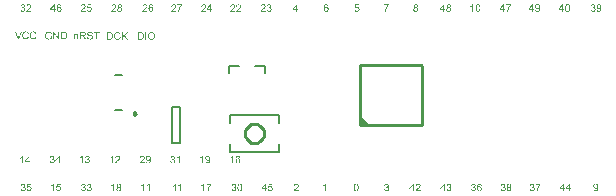
<source format=gto>
G04*
G04 #@! TF.GenerationSoftware,Altium Limited,Altium Designer,22.8.2 (66)*
G04*
G04 Layer_Color=65535*
%FSLAX44Y44*%
%MOMM*%
G71*
G04*
G04 #@! TF.SameCoordinates,5B037859-B446-4BB1-8760-713DD72627CB*
G04*
G04*
G04 #@! TF.FilePolarity,Positive*
G04*
G01*
G75*
%ADD10C,0.2500*%
%ADD11C,0.2540*%
%ADD12C,0.2000*%
%ADD13C,0.1524*%
G36*
X101931Y138033D02*
X101080D01*
Y144431D01*
X101931D01*
Y138033D01*
D02*
G37*
G36*
X97114Y144422D02*
X97299Y144412D01*
X97484Y144394D01*
X97669Y144366D01*
X97826Y144338D01*
X97835D01*
X97853Y144329D01*
X97881D01*
X97918Y144311D01*
X98020Y144283D01*
X98149Y144237D01*
X98297Y144172D01*
X98454Y144089D01*
X98611Y143996D01*
X98759Y143876D01*
X98769Y143867D01*
X98778Y143858D01*
X98806Y143830D01*
X98843Y143802D01*
X98935Y143710D01*
X99046Y143580D01*
X99166Y143423D01*
X99296Y143238D01*
X99416Y143026D01*
X99518Y142785D01*
Y142776D01*
X99527Y142757D01*
X99545Y142720D01*
X99555Y142665D01*
X99582Y142600D01*
X99601Y142526D01*
X99619Y142443D01*
X99647Y142341D01*
X99675Y142240D01*
X99693Y142120D01*
X99740Y141861D01*
X99767Y141574D01*
X99776Y141260D01*
Y141250D01*
Y141232D01*
Y141186D01*
Y141139D01*
X99767Y141075D01*
Y141001D01*
X99758Y140825D01*
X99730Y140622D01*
X99703Y140409D01*
X99656Y140187D01*
X99601Y139965D01*
Y139956D01*
X99592Y139937D01*
X99582Y139910D01*
X99573Y139873D01*
X99536Y139771D01*
X99481Y139642D01*
X99425Y139494D01*
X99351Y139346D01*
X99259Y139189D01*
X99166Y139041D01*
X99157Y139022D01*
X99120Y138976D01*
X99065Y138911D01*
X98991Y138828D01*
X98907Y138736D01*
X98806Y138643D01*
X98704Y138541D01*
X98584Y138458D01*
X98565Y138449D01*
X98528Y138421D01*
X98464Y138384D01*
X98371Y138338D01*
X98260Y138283D01*
X98131Y138236D01*
X97983Y138181D01*
X97816Y138135D01*
X97798D01*
X97770Y138125D01*
X97743Y138116D01*
X97650Y138107D01*
X97521Y138088D01*
X97373Y138070D01*
X97197Y138051D01*
X97003Y138042D01*
X96790Y138033D01*
X94488D01*
Y144431D01*
X96947D01*
X97114Y144422D01*
D02*
G37*
G36*
X106378Y144533D02*
X106461D01*
X106544Y144523D01*
X106655Y144505D01*
X106766Y144486D01*
X107007Y144440D01*
X107284Y144366D01*
X107552Y144255D01*
X107691Y144191D01*
X107829Y144117D01*
X107839Y144107D01*
X107857Y144098D01*
X107894Y144070D01*
X107950Y144043D01*
X108005Y143996D01*
X108079Y143941D01*
X108236Y143811D01*
X108403Y143645D01*
X108588Y143442D01*
X108763Y143201D01*
X108911Y142933D01*
Y142924D01*
X108930Y142896D01*
X108948Y142859D01*
X108967Y142804D01*
X109004Y142730D01*
X109031Y142647D01*
X109068Y142545D01*
X109105Y142434D01*
X109133Y142314D01*
X109170Y142184D01*
X109207Y142036D01*
X109235Y141888D01*
X109272Y141565D01*
X109290Y141213D01*
Y141204D01*
Y141167D01*
Y141121D01*
X109281Y141047D01*
Y140964D01*
X109272Y140862D01*
X109253Y140751D01*
X109244Y140631D01*
X109198Y140363D01*
X109124Y140067D01*
X109022Y139771D01*
X108967Y139623D01*
X108893Y139475D01*
Y139466D01*
X108874Y139438D01*
X108856Y139401D01*
X108819Y139346D01*
X108782Y139281D01*
X108736Y139216D01*
X108606Y139041D01*
X108449Y138856D01*
X108264Y138662D01*
X108042Y138477D01*
X107783Y138310D01*
X107774D01*
X107755Y138292D01*
X107709Y138273D01*
X107654Y138246D01*
X107589Y138218D01*
X107515Y138190D01*
X107423Y138153D01*
X107321Y138116D01*
X107210Y138079D01*
X107090Y138042D01*
X106822Y137987D01*
X106535Y137941D01*
X106230Y137922D01*
X106138D01*
X106082Y137931D01*
X105999D01*
X105906Y137950D01*
X105805Y137959D01*
X105684Y137978D01*
X105435Y138033D01*
X105167Y138107D01*
X104889Y138218D01*
X104751Y138283D01*
X104612Y138357D01*
X104603Y138366D01*
X104584Y138375D01*
X104547Y138403D01*
X104492Y138440D01*
X104436Y138477D01*
X104372Y138532D01*
X104214Y138671D01*
X104039Y138837D01*
X103854Y139041D01*
X103687Y139272D01*
X103530Y139540D01*
Y139549D01*
X103512Y139577D01*
X103493Y139614D01*
X103475Y139669D01*
X103447Y139743D01*
X103419Y139827D01*
X103382Y139919D01*
X103355Y140021D01*
X103317Y140141D01*
X103281Y140261D01*
X103225Y140539D01*
X103188Y140825D01*
X103170Y141139D01*
Y141149D01*
Y141158D01*
Y141213D01*
X103179Y141297D01*
Y141408D01*
X103197Y141537D01*
X103216Y141694D01*
X103244Y141870D01*
X103281Y142055D01*
X103317Y142249D01*
X103373Y142452D01*
X103447Y142656D01*
X103530Y142868D01*
X103623Y143072D01*
X103743Y143275D01*
X103872Y143460D01*
X104020Y143636D01*
X104030Y143645D01*
X104057Y143673D01*
X104113Y143719D01*
X104177Y143774D01*
X104261Y143848D01*
X104362Y143922D01*
X104482Y144006D01*
X104621Y144089D01*
X104769Y144172D01*
X104936Y144255D01*
X105120Y144329D01*
X105315Y144403D01*
X105527Y144459D01*
X105749Y144505D01*
X105980Y144533D01*
X106230Y144542D01*
X106313D01*
X106378Y144533D01*
D02*
G37*
G36*
X77701D02*
X77784Y144523D01*
X77886Y144514D01*
X77988Y144505D01*
X78108Y144477D01*
X78358Y144422D01*
X78635Y144338D01*
X78773Y144283D01*
X78903Y144218D01*
X79032Y144135D01*
X79162Y144052D01*
X79171Y144043D01*
X79190Y144033D01*
X79227Y144006D01*
X79273Y143959D01*
X79319Y143913D01*
X79384Y143848D01*
X79448Y143774D01*
X79522Y143701D01*
X79596Y143608D01*
X79670Y143497D01*
X79754Y143386D01*
X79827Y143266D01*
X79892Y143127D01*
X79966Y142989D01*
X80022Y142841D01*
X80077Y142674D01*
X79245Y142480D01*
Y142489D01*
X79236Y142508D01*
X79217Y142545D01*
X79199Y142591D01*
X79180Y142647D01*
X79153Y142720D01*
X79079Y142868D01*
X78986Y143035D01*
X78875Y143201D01*
X78737Y143358D01*
X78589Y143497D01*
X78570Y143516D01*
X78515Y143553D01*
X78422Y143599D01*
X78302Y143664D01*
X78145Y143719D01*
X77969Y143774D01*
X77757Y143811D01*
X77525Y143821D01*
X77451D01*
X77405Y143811D01*
X77340D01*
X77267Y143802D01*
X77091Y143774D01*
X76897Y143737D01*
X76693Y143673D01*
X76481Y143580D01*
X76287Y143460D01*
X76277D01*
X76268Y143442D01*
X76203Y143395D01*
X76120Y143321D01*
X76018Y143210D01*
X75898Y143072D01*
X75787Y142915D01*
X75686Y142720D01*
X75593Y142508D01*
Y142499D01*
X75584Y142480D01*
X75575Y142452D01*
X75565Y142406D01*
X75547Y142351D01*
X75528Y142286D01*
X75501Y142129D01*
X75464Y141944D01*
X75427Y141740D01*
X75408Y141518D01*
X75399Y141278D01*
Y141269D01*
Y141241D01*
Y141195D01*
Y141139D01*
X75408Y141075D01*
Y140991D01*
X75417Y140899D01*
X75427Y140797D01*
X75454Y140576D01*
X75501Y140335D01*
X75556Y140095D01*
X75630Y139854D01*
Y139845D01*
X75639Y139827D01*
X75658Y139799D01*
X75676Y139753D01*
X75732Y139642D01*
X75815Y139512D01*
X75917Y139364D01*
X76046Y139207D01*
X76194Y139068D01*
X76370Y138939D01*
X76379D01*
X76397Y138930D01*
X76425Y138911D01*
X76462Y138893D01*
X76508Y138874D01*
X76564Y138847D01*
X76693Y138791D01*
X76860Y138736D01*
X77045Y138689D01*
X77248Y138652D01*
X77461Y138643D01*
X77525D01*
X77581Y138652D01*
X77646D01*
X77710Y138662D01*
X77877Y138699D01*
X78071Y138745D01*
X78265Y138819D01*
X78468Y138920D01*
X78570Y138976D01*
X78663Y139050D01*
X78672Y139059D01*
X78681Y139068D01*
X78709Y139096D01*
X78746Y139124D01*
X78783Y139170D01*
X78829Y139226D01*
X78885Y139281D01*
X78931Y139355D01*
X78986Y139438D01*
X79051Y139531D01*
X79106Y139623D01*
X79162Y139734D01*
X79208Y139854D01*
X79254Y139984D01*
X79300Y140122D01*
X79338Y140270D01*
X80188Y140058D01*
Y140049D01*
X80179Y140012D01*
X80160Y139956D01*
X80133Y139882D01*
X80105Y139799D01*
X80068Y139697D01*
X80022Y139586D01*
X79966Y139466D01*
X79837Y139207D01*
X79670Y138948D01*
X79569Y138819D01*
X79467Y138689D01*
X79356Y138578D01*
X79227Y138468D01*
X79217Y138458D01*
X79199Y138440D01*
X79153Y138421D01*
X79106Y138384D01*
X79032Y138338D01*
X78958Y138292D01*
X78857Y138246D01*
X78755Y138199D01*
X78635Y138144D01*
X78505Y138098D01*
X78367Y138051D01*
X78219Y138005D01*
X78062Y137968D01*
X77895Y137950D01*
X77719Y137931D01*
X77535Y137922D01*
X77433D01*
X77359Y137931D01*
X77276D01*
X77174Y137941D01*
X77063Y137959D01*
X76934Y137978D01*
X76666Y138024D01*
X76388Y138098D01*
X76111Y138199D01*
X75981Y138264D01*
X75852Y138338D01*
X75843Y138347D01*
X75824Y138357D01*
X75787Y138384D01*
X75750Y138421D01*
X75695Y138458D01*
X75630Y138514D01*
X75556Y138578D01*
X75482Y138652D01*
X75408Y138736D01*
X75325Y138819D01*
X75159Y139031D01*
X75001Y139281D01*
X74863Y139558D01*
Y139568D01*
X74844Y139595D01*
X74835Y139642D01*
X74807Y139697D01*
X74789Y139771D01*
X74761Y139864D01*
X74724Y139965D01*
X74696Y140076D01*
X74668Y140196D01*
X74632Y140335D01*
X74585Y140622D01*
X74548Y140945D01*
X74530Y141278D01*
Y141287D01*
Y141324D01*
Y141380D01*
X74539Y141445D01*
Y141537D01*
X74548Y141629D01*
X74557Y141750D01*
X74576Y141870D01*
X74622Y142138D01*
X74687Y142434D01*
X74779Y142730D01*
X74909Y143016D01*
X74918Y143026D01*
X74927Y143053D01*
X74946Y143090D01*
X74983Y143137D01*
X75020Y143201D01*
X75066Y143275D01*
X75186Y143442D01*
X75343Y143626D01*
X75528Y143811D01*
X75741Y143996D01*
X75991Y144153D01*
X76000Y144163D01*
X76028Y144172D01*
X76065Y144191D01*
X76111Y144218D01*
X76185Y144246D01*
X76259Y144274D01*
X76351Y144311D01*
X76453Y144348D01*
X76564Y144385D01*
X76684Y144422D01*
X76943Y144477D01*
X77239Y144523D01*
X77544Y144542D01*
X77636D01*
X77701Y144533D01*
D02*
G37*
G36*
X83683Y141833D02*
X86484Y138033D01*
X85366D01*
X83091Y141260D01*
X82046Y140252D01*
Y138033D01*
X81196D01*
Y144431D01*
X82046D01*
Y141250D01*
X85209Y144431D01*
X86364D01*
X83683Y141833D01*
D02*
G37*
G36*
X70952Y144422D02*
X71137Y144412D01*
X71322Y144394D01*
X71507Y144366D01*
X71664Y144338D01*
X71673D01*
X71691Y144329D01*
X71719D01*
X71756Y144311D01*
X71858Y144283D01*
X71987Y144237D01*
X72135Y144172D01*
X72292Y144089D01*
X72449Y143996D01*
X72597Y143876D01*
X72607Y143867D01*
X72616Y143858D01*
X72644Y143830D01*
X72681Y143802D01*
X72773Y143710D01*
X72884Y143580D01*
X73004Y143423D01*
X73134Y143238D01*
X73254Y143026D01*
X73356Y142785D01*
Y142776D01*
X73365Y142757D01*
X73383Y142720D01*
X73393Y142665D01*
X73420Y142600D01*
X73439Y142526D01*
X73457Y142443D01*
X73485Y142341D01*
X73513Y142240D01*
X73531Y142120D01*
X73577Y141861D01*
X73605Y141574D01*
X73615Y141260D01*
Y141250D01*
Y141232D01*
Y141186D01*
Y141139D01*
X73605Y141075D01*
Y141001D01*
X73596Y140825D01*
X73568Y140622D01*
X73541Y140409D01*
X73494Y140187D01*
X73439Y139965D01*
Y139956D01*
X73430Y139937D01*
X73420Y139910D01*
X73411Y139873D01*
X73374Y139771D01*
X73319Y139642D01*
X73263Y139494D01*
X73189Y139346D01*
X73097Y139189D01*
X73004Y139041D01*
X72995Y139022D01*
X72958Y138976D01*
X72903Y138911D01*
X72829Y138828D01*
X72745Y138736D01*
X72644Y138643D01*
X72542Y138541D01*
X72422Y138458D01*
X72403Y138449D01*
X72366Y138421D01*
X72302Y138384D01*
X72209Y138338D01*
X72098Y138283D01*
X71969Y138236D01*
X71821Y138181D01*
X71654Y138135D01*
X71636D01*
X71608Y138125D01*
X71581Y138116D01*
X71488Y138107D01*
X71359Y138088D01*
X71211Y138070D01*
X71035Y138051D01*
X70841Y138042D01*
X70628Y138033D01*
X68326D01*
Y144431D01*
X70785D01*
X70952Y144422D01*
D02*
G37*
G36*
X54301Y144787D02*
X54365D01*
X54541Y144768D01*
X54735Y144740D01*
X54939Y144694D01*
X55160Y144639D01*
X55364Y144565D01*
X55373D01*
X55392Y144556D01*
X55419Y144537D01*
X55456Y144518D01*
X55549Y144472D01*
X55669Y144389D01*
X55808Y144297D01*
X55946Y144176D01*
X56076Y144038D01*
X56196Y143881D01*
Y143871D01*
X56205Y143862D01*
X56224Y143834D01*
X56242Y143807D01*
X56288Y143714D01*
X56344Y143594D01*
X56409Y143446D01*
X56455Y143270D01*
X56501Y143085D01*
X56520Y142882D01*
X55706Y142817D01*
Y142826D01*
Y142845D01*
X55697Y142873D01*
X55687Y142919D01*
X55660Y143021D01*
X55623Y143159D01*
X55567Y143307D01*
X55484Y143455D01*
X55382Y143594D01*
X55253Y143723D01*
X55234Y143733D01*
X55188Y143770D01*
X55096Y143825D01*
X54976Y143881D01*
X54818Y143936D01*
X54633Y143991D01*
X54402Y144029D01*
X54144Y144038D01*
X54014D01*
X53959Y144029D01*
X53885Y144019D01*
X53718Y144001D01*
X53533Y143964D01*
X53348Y143918D01*
X53173Y143844D01*
X53099Y143797D01*
X53025Y143751D01*
X53006Y143742D01*
X52969Y143705D01*
X52914Y143640D01*
X52858Y143566D01*
X52794Y143464D01*
X52738Y143354D01*
X52701Y143224D01*
X52683Y143076D01*
Y143058D01*
Y143021D01*
X52692Y142956D01*
X52710Y142882D01*
X52738Y142790D01*
X52784Y142697D01*
X52840Y142605D01*
X52923Y142512D01*
X52932Y142503D01*
X52979Y142475D01*
X53015Y142448D01*
X53053Y142429D01*
X53108Y142401D01*
X53173Y142364D01*
X53256Y142337D01*
X53348Y142299D01*
X53450Y142263D01*
X53570Y142216D01*
X53700Y142179D01*
X53848Y142133D01*
X54014Y142096D01*
X54199Y142050D01*
X54208D01*
X54245Y142041D01*
X54301Y142031D01*
X54365Y142013D01*
X54449Y141994D01*
X54550Y141967D01*
X54652Y141939D01*
X54763Y141911D01*
X55003Y141847D01*
X55234Y141782D01*
X55345Y141745D01*
X55447Y141708D01*
X55539Y141680D01*
X55613Y141643D01*
X55623D01*
X55641Y141634D01*
X55669Y141615D01*
X55706Y141597D01*
X55808Y141541D01*
X55928Y141467D01*
X56066Y141366D01*
X56205Y141255D01*
X56335Y141125D01*
X56446Y140987D01*
X56455Y140968D01*
X56492Y140922D01*
X56529Y140839D01*
X56584Y140728D01*
X56631Y140598D01*
X56677Y140441D01*
X56705Y140266D01*
X56714Y140081D01*
Y140071D01*
Y140062D01*
Y140034D01*
Y139997D01*
X56695Y139896D01*
X56677Y139766D01*
X56640Y139618D01*
X56593Y139461D01*
X56520Y139295D01*
X56418Y139119D01*
Y139110D01*
X56409Y139101D01*
X56362Y139045D01*
X56298Y138962D01*
X56205Y138869D01*
X56085Y138758D01*
X55937Y138638D01*
X55771Y138527D01*
X55577Y138426D01*
X55567D01*
X55549Y138416D01*
X55521Y138407D01*
X55484Y138389D01*
X55429Y138370D01*
X55364Y138342D01*
X55216Y138305D01*
X55040Y138259D01*
X54828Y138213D01*
X54597Y138185D01*
X54347Y138176D01*
X54199D01*
X54125Y138185D01*
X54042D01*
X53949Y138195D01*
X53838Y138204D01*
X53607Y138241D01*
X53367Y138278D01*
X53126Y138342D01*
X52895Y138426D01*
X52886D01*
X52868Y138435D01*
X52840Y138453D01*
X52803Y138472D01*
X52692Y138527D01*
X52562Y138610D01*
X52414Y138722D01*
X52257Y138851D01*
X52109Y139008D01*
X51971Y139184D01*
Y139193D01*
X51952Y139212D01*
X51943Y139239D01*
X51915Y139276D01*
X51897Y139323D01*
X51869Y139378D01*
X51804Y139517D01*
X51740Y139692D01*
X51684Y139886D01*
X51647Y140108D01*
X51629Y140339D01*
X52424Y140413D01*
Y140404D01*
Y140395D01*
X52433Y140367D01*
Y140330D01*
X52452Y140247D01*
X52479Y140127D01*
X52516Y140007D01*
X52553Y139868D01*
X52618Y139739D01*
X52683Y139618D01*
X52692Y139609D01*
X52720Y139572D01*
X52766Y139507D01*
X52840Y139443D01*
X52932Y139359D01*
X53034Y139276D01*
X53173Y139193D01*
X53321Y139119D01*
X53330D01*
X53339Y139110D01*
X53367Y139101D01*
X53395Y139091D01*
X53487Y139064D01*
X53607Y139027D01*
X53755Y138990D01*
X53922Y138962D01*
X54106Y138943D01*
X54310Y138934D01*
X54393D01*
X54486Y138943D01*
X54597Y138953D01*
X54726Y138971D01*
X54874Y138990D01*
X55022Y139027D01*
X55160Y139073D01*
X55179Y139082D01*
X55225Y139101D01*
X55290Y139137D01*
X55373Y139174D01*
X55456Y139239D01*
X55549Y139304D01*
X55641Y139378D01*
X55715Y139470D01*
X55725Y139480D01*
X55743Y139517D01*
X55771Y139563D01*
X55808Y139637D01*
X55845Y139711D01*
X55872Y139803D01*
X55891Y139905D01*
X55900Y140016D01*
Y140025D01*
Y140071D01*
X55891Y140127D01*
X55882Y140201D01*
X55854Y140275D01*
X55826Y140367D01*
X55780Y140460D01*
X55715Y140543D01*
X55706Y140552D01*
X55678Y140580D01*
X55641Y140617D01*
X55577Y140672D01*
X55503Y140728D01*
X55401Y140793D01*
X55281Y140857D01*
X55142Y140913D01*
X55133Y140922D01*
X55086Y140931D01*
X55012Y140959D01*
X54966Y140968D01*
X54902Y140987D01*
X54837Y141014D01*
X54754Y141033D01*
X54661Y141061D01*
X54550Y141088D01*
X54439Y141116D01*
X54310Y141153D01*
X54162Y141190D01*
X54005Y141227D01*
X53995D01*
X53968Y141236D01*
X53922Y141245D01*
X53866Y141264D01*
X53792Y141283D01*
X53709Y141301D01*
X53524Y141356D01*
X53321Y141421D01*
X53108Y141486D01*
X52923Y141551D01*
X52840Y141588D01*
X52766Y141625D01*
X52757D01*
X52747Y141634D01*
X52692Y141671D01*
X52609Y141717D01*
X52516Y141791D01*
X52405Y141874D01*
X52294Y141976D01*
X52183Y142096D01*
X52091Y142226D01*
X52082Y142244D01*
X52054Y142290D01*
X52017Y142364D01*
X51980Y142457D01*
X51943Y142577D01*
X51906Y142716D01*
X51878Y142864D01*
X51869Y143021D01*
Y143030D01*
Y143039D01*
Y143067D01*
Y143104D01*
X51887Y143196D01*
X51906Y143317D01*
X51934Y143455D01*
X51980Y143612D01*
X52045Y143770D01*
X52137Y143927D01*
Y143936D01*
X52146Y143945D01*
X52193Y144001D01*
X52257Y144075D01*
X52341Y144167D01*
X52452Y144269D01*
X52590Y144380D01*
X52757Y144481D01*
X52941Y144574D01*
X52951D01*
X52969Y144583D01*
X52997Y144592D01*
X53034Y144611D01*
X53080Y144629D01*
X53145Y144648D01*
X53284Y144685D01*
X53459Y144722D01*
X53663Y144759D01*
X53875Y144787D01*
X54116Y144796D01*
X54236D01*
X54301Y144787D01*
D02*
G37*
G36*
X42707Y143021D02*
X42808Y143011D01*
X42929Y142993D01*
X43058Y142965D01*
X43197Y142928D01*
X43326Y142873D01*
X43345Y142864D01*
X43382Y142845D01*
X43446Y142817D01*
X43520Y142771D01*
X43613Y142716D01*
X43696Y142642D01*
X43779Y142568D01*
X43853Y142475D01*
X43862Y142466D01*
X43881Y142429D01*
X43909Y142383D01*
X43955Y142318D01*
X43992Y142226D01*
X44029Y142133D01*
X44075Y142022D01*
X44103Y141902D01*
Y141893D01*
X44112Y141856D01*
X44121Y141800D01*
X44131Y141726D01*
Y141615D01*
X44140Y141486D01*
X44149Y141329D01*
Y141135D01*
Y138287D01*
X43363D01*
Y141098D01*
Y141107D01*
Y141116D01*
Y141181D01*
Y141264D01*
X43354Y141366D01*
X43345Y141486D01*
X43326Y141606D01*
X43298Y141717D01*
X43271Y141819D01*
Y141828D01*
X43252Y141856D01*
X43224Y141902D01*
X43197Y141958D01*
X43150Y142013D01*
X43095Y142078D01*
X43021Y142142D01*
X42938Y142198D01*
X42929Y142207D01*
X42901Y142226D01*
X42845Y142244D01*
X42781Y142272D01*
X42707Y142299D01*
X42614Y142327D01*
X42503Y142337D01*
X42392Y142346D01*
X42346D01*
X42309Y142337D01*
X42217Y142327D01*
X42096Y142309D01*
X41967Y142263D01*
X41819Y142207D01*
X41671Y142133D01*
X41533Y142022D01*
X41514Y142004D01*
X41477Y141958D01*
X41449Y141920D01*
X41421Y141874D01*
X41385Y141819D01*
X41357Y141754D01*
X41320Y141680D01*
X41283Y141588D01*
X41255Y141486D01*
X41227Y141375D01*
X41209Y141255D01*
X41190Y141125D01*
X41172Y140968D01*
Y140811D01*
Y138287D01*
X40386D01*
Y142928D01*
X41089D01*
Y142263D01*
X41098Y142272D01*
X41116Y142299D01*
X41144Y142337D01*
X41181Y142383D01*
X41237Y142438D01*
X41301Y142503D01*
X41375Y142577D01*
X41468Y142651D01*
X41560Y142716D01*
X41671Y142790D01*
X41791Y142854D01*
X41921Y142910D01*
X42069Y142956D01*
X42217Y142993D01*
X42383Y143021D01*
X42559Y143030D01*
X42633D01*
X42707Y143021D01*
D02*
G37*
G36*
X62464Y143927D02*
X60356D01*
Y138287D01*
X59506D01*
Y143927D01*
X57398D01*
Y144685D01*
X62464D01*
Y143927D01*
D02*
G37*
G36*
X48513Y144676D02*
X48596D01*
X48790Y144666D01*
X48994Y144639D01*
X49215Y144611D01*
X49419Y144565D01*
X49521Y144537D01*
X49604Y144509D01*
X49613D01*
X49622Y144500D01*
X49678Y144472D01*
X49761Y144435D01*
X49863Y144371D01*
X49974Y144287D01*
X50094Y144176D01*
X50205Y144047D01*
X50316Y143899D01*
Y143890D01*
X50325Y143881D01*
X50362Y143825D01*
X50399Y143733D01*
X50455Y143612D01*
X50501Y143474D01*
X50547Y143307D01*
X50575Y143132D01*
X50584Y142937D01*
Y142928D01*
Y142910D01*
Y142873D01*
X50575Y142826D01*
Y142762D01*
X50565Y142697D01*
X50528Y142540D01*
X50473Y142355D01*
X50399Y142161D01*
X50288Y141967D01*
X50214Y141874D01*
X50140Y141782D01*
X50131Y141772D01*
X50122Y141763D01*
X50094Y141736D01*
X50057Y141708D01*
X50011Y141671D01*
X49955Y141634D01*
X49881Y141588D01*
X49807Y141532D01*
X49715Y141486D01*
X49613Y141440D01*
X49502Y141384D01*
X49382Y141338D01*
X49243Y141301D01*
X49105Y141255D01*
X48947Y141227D01*
X48781Y141199D01*
X48800Y141190D01*
X48836Y141172D01*
X48892Y141135D01*
X48966Y141098D01*
X49132Y140996D01*
X49215Y140931D01*
X49289Y140876D01*
X49308Y140857D01*
X49354Y140811D01*
X49428Y140737D01*
X49521Y140645D01*
X49622Y140515D01*
X49742Y140377D01*
X49863Y140210D01*
X49992Y140025D01*
X51092Y138287D01*
X50038D01*
X49197Y139618D01*
Y139628D01*
X49179Y139646D01*
X49160Y139674D01*
X49132Y139711D01*
X49068Y139812D01*
X48984Y139942D01*
X48883Y140081D01*
X48781Y140229D01*
X48679Y140367D01*
X48587Y140497D01*
X48578Y140506D01*
X48550Y140543D01*
X48504Y140598D01*
X48439Y140663D01*
X48300Y140802D01*
X48226Y140866D01*
X48152Y140922D01*
X48143Y140931D01*
X48125Y140940D01*
X48088Y140959D01*
X48032Y140987D01*
X47977Y141014D01*
X47912Y141042D01*
X47764Y141088D01*
X47755D01*
X47736Y141098D01*
X47699D01*
X47653Y141107D01*
X47588Y141116D01*
X47514D01*
X47413Y141125D01*
X46322D01*
Y138287D01*
X45471D01*
Y144685D01*
X48439D01*
X48513Y144676D01*
D02*
G37*
G36*
X19377Y144787D02*
X19451D01*
X19626Y144768D01*
X19820Y144740D01*
X20024Y144694D01*
X20246Y144639D01*
X20458Y144565D01*
X20468D01*
X20486Y144556D01*
X20514Y144546D01*
X20551Y144528D01*
X20652Y144472D01*
X20782Y144408D01*
X20921Y144315D01*
X21069Y144204D01*
X21207Y144084D01*
X21337Y143936D01*
X21355Y143918D01*
X21392Y143862D01*
X21448Y143779D01*
X21522Y143659D01*
X21596Y143511D01*
X21679Y143326D01*
X21762Y143122D01*
X21827Y142891D01*
X21059Y142688D01*
Y142697D01*
X21050Y142706D01*
X21041Y142734D01*
X21032Y142771D01*
X21004Y142854D01*
X20967Y142965D01*
X20911Y143095D01*
X20847Y143215D01*
X20782Y143344D01*
X20699Y143455D01*
X20689Y143464D01*
X20662Y143502D01*
X20606Y143548D01*
X20542Y143612D01*
X20458Y143686D01*
X20347Y143760D01*
X20227Y143834D01*
X20089Y143899D01*
X20070Y143908D01*
X20024Y143927D01*
X19941Y143954D01*
X19830Y143991D01*
X19700Y144019D01*
X19552Y144047D01*
X19386Y144065D01*
X19210Y144075D01*
X19109D01*
X19062Y144065D01*
X19007D01*
X18868Y144056D01*
X18711Y144029D01*
X18535Y144001D01*
X18369Y143954D01*
X18203Y143890D01*
X18184Y143881D01*
X18128Y143862D01*
X18054Y143816D01*
X17962Y143770D01*
X17851Y143696D01*
X17731Y143622D01*
X17620Y143529D01*
X17518Y143427D01*
X17509Y143418D01*
X17472Y143381D01*
X17426Y143317D01*
X17370Y143243D01*
X17306Y143150D01*
X17241Y143039D01*
X17176Y142919D01*
X17112Y142790D01*
Y142780D01*
X17102Y142762D01*
X17093Y142734D01*
X17075Y142688D01*
X17056Y142632D01*
X17038Y142568D01*
X17010Y142494D01*
X16991Y142410D01*
X16945Y142216D01*
X16908Y141994D01*
X16880Y141763D01*
X16871Y141504D01*
Y141495D01*
Y141467D01*
Y141421D01*
X16880Y141366D01*
Y141292D01*
X16890Y141199D01*
X16899Y141107D01*
X16908Y141005D01*
X16945Y140774D01*
X16991Y140534D01*
X17065Y140293D01*
X17158Y140062D01*
Y140053D01*
X17176Y140034D01*
X17185Y140007D01*
X17213Y139970D01*
X17278Y139868D01*
X17380Y139739D01*
X17500Y139600D01*
X17648Y139461D01*
X17823Y139332D01*
X18017Y139212D01*
X18027D01*
X18045Y139202D01*
X18073Y139184D01*
X18119Y139165D01*
X18166Y139147D01*
X18230Y139128D01*
X18378Y139073D01*
X18563Y139027D01*
X18766Y138980D01*
X18988Y138943D01*
X19219Y138934D01*
X19312D01*
X19367Y138943D01*
X19423D01*
X19562Y138962D01*
X19728Y138980D01*
X19904Y139017D01*
X20098Y139073D01*
X20292Y139137D01*
X20301D01*
X20320Y139147D01*
X20338Y139156D01*
X20375Y139174D01*
X20477Y139221D01*
X20588Y139276D01*
X20717Y139341D01*
X20856Y139415D01*
X20985Y139498D01*
X21096Y139591D01*
Y140793D01*
X19210D01*
Y141551D01*
X21928D01*
Y139174D01*
X21919Y139165D01*
X21901Y139156D01*
X21864Y139128D01*
X21818Y139091D01*
X21762Y139054D01*
X21697Y139008D01*
X21614Y138953D01*
X21531Y138897D01*
X21337Y138777D01*
X21115Y138647D01*
X20884Y138527D01*
X20634Y138426D01*
X20625D01*
X20606Y138416D01*
X20569Y138407D01*
X20523Y138389D01*
X20458Y138370D01*
X20384Y138342D01*
X20301Y138324D01*
X20218Y138305D01*
X20015Y138259D01*
X19784Y138213D01*
X19534Y138185D01*
X19275Y138176D01*
X19182D01*
X19118Y138185D01*
X19035D01*
X18933Y138195D01*
X18822Y138213D01*
X18702Y138222D01*
X18434Y138278D01*
X18147Y138342D01*
X17851Y138444D01*
X17703Y138500D01*
X17555Y138574D01*
X17546Y138583D01*
X17518Y138592D01*
X17481Y138620D01*
X17426Y138647D01*
X17361Y138694D01*
X17296Y138740D01*
X17121Y138869D01*
X16936Y139036D01*
X16742Y139239D01*
X16557Y139470D01*
X16390Y139739D01*
Y139748D01*
X16372Y139775D01*
X16353Y139812D01*
X16326Y139877D01*
X16298Y139942D01*
X16270Y140034D01*
X16233Y140127D01*
X16196Y140238D01*
X16159Y140358D01*
X16122Y140497D01*
X16094Y140635D01*
X16067Y140783D01*
X16020Y141107D01*
X16002Y141449D01*
Y141458D01*
Y141495D01*
Y141541D01*
X16011Y141606D01*
Y141689D01*
X16020Y141791D01*
X16039Y141893D01*
X16048Y142013D01*
X16076Y142142D01*
X16094Y142281D01*
X16168Y142577D01*
X16261Y142882D01*
X16390Y143187D01*
X16400Y143196D01*
X16409Y143224D01*
X16427Y143261D01*
X16464Y143317D01*
X16501Y143391D01*
X16547Y143464D01*
X16677Y143640D01*
X16834Y143844D01*
X17028Y144038D01*
X17250Y144232D01*
X17380Y144315D01*
X17509Y144398D01*
X17518Y144408D01*
X17546Y144417D01*
X17583Y144435D01*
X17638Y144463D01*
X17712Y144491D01*
X17796Y144528D01*
X17888Y144565D01*
X17999Y144602D01*
X18119Y144639D01*
X18249Y144666D01*
X18387Y144703D01*
X18535Y144731D01*
X18859Y144777D01*
X19025Y144796D01*
X19321D01*
X19377Y144787D01*
D02*
G37*
G36*
X28206Y138287D02*
X27328D01*
X23981Y143307D01*
Y138287D01*
X23167D01*
Y144685D01*
X24036D01*
X27393Y139655D01*
Y144685D01*
X28206D01*
Y138287D01*
D02*
G37*
G36*
X32256Y144676D02*
X32441Y144666D01*
X32626Y144648D01*
X32810Y144620D01*
X32968Y144592D01*
X32977D01*
X32995Y144583D01*
X33023D01*
X33060Y144565D01*
X33162Y144537D01*
X33291Y144491D01*
X33439Y144426D01*
X33596Y144343D01*
X33754Y144250D01*
X33902Y144130D01*
X33911Y144121D01*
X33920Y144112D01*
X33948Y144084D01*
X33985Y144056D01*
X34077Y143964D01*
X34188Y143834D01*
X34308Y143677D01*
X34438Y143492D01*
X34558Y143280D01*
X34660Y143039D01*
Y143030D01*
X34669Y143011D01*
X34687Y142975D01*
X34697Y142919D01*
X34724Y142854D01*
X34743Y142780D01*
X34761Y142697D01*
X34789Y142595D01*
X34817Y142494D01*
X34835Y142374D01*
X34881Y142115D01*
X34909Y141828D01*
X34918Y141514D01*
Y141504D01*
Y141486D01*
Y141440D01*
Y141393D01*
X34909Y141329D01*
Y141255D01*
X34900Y141079D01*
X34872Y140876D01*
X34845Y140663D01*
X34798Y140441D01*
X34743Y140219D01*
Y140210D01*
X34734Y140191D01*
X34724Y140164D01*
X34715Y140127D01*
X34678Y140025D01*
X34623Y139896D01*
X34567Y139748D01*
X34493Y139600D01*
X34401Y139443D01*
X34308Y139295D01*
X34299Y139276D01*
X34262Y139230D01*
X34207Y139165D01*
X34133Y139082D01*
X34049Y138990D01*
X33948Y138897D01*
X33846Y138795D01*
X33726Y138712D01*
X33707Y138703D01*
X33670Y138675D01*
X33606Y138638D01*
X33513Y138592D01*
X33402Y138537D01*
X33273Y138490D01*
X33125Y138435D01*
X32958Y138389D01*
X32940D01*
X32912Y138379D01*
X32885Y138370D01*
X32792Y138361D01*
X32663Y138342D01*
X32515Y138324D01*
X32339Y138305D01*
X32145Y138296D01*
X31932Y138287D01*
X29630D01*
Y144685D01*
X32089D01*
X32256Y144676D01*
D02*
G37*
G36*
X6352Y145041D02*
X6435Y145031D01*
X6537Y145022D01*
X6639Y145013D01*
X6759Y144985D01*
X7009Y144930D01*
X7286Y144846D01*
X7425Y144791D01*
X7554Y144726D01*
X7684Y144643D01*
X7813Y144560D01*
X7822Y144551D01*
X7841Y144541D01*
X7878Y144514D01*
X7924Y144467D01*
X7970Y144421D01*
X8035Y144356D01*
X8100Y144283D01*
X8173Y144208D01*
X8248Y144116D01*
X8321Y144005D01*
X8405Y143894D01*
X8479Y143774D01*
X8543Y143635D01*
X8617Y143497D01*
X8673Y143349D01*
X8728Y143182D01*
X7896Y142988D01*
Y142997D01*
X7887Y143016D01*
X7868Y143053D01*
X7850Y143099D01*
X7831Y143154D01*
X7804Y143229D01*
X7730Y143376D01*
X7637Y143543D01*
X7526Y143709D01*
X7388Y143866D01*
X7240Y144005D01*
X7221Y144024D01*
X7166Y144061D01*
X7073Y144107D01*
X6953Y144171D01*
X6796Y144227D01*
X6620Y144283D01*
X6408Y144319D01*
X6176Y144329D01*
X6102D01*
X6056Y144319D01*
X5992D01*
X5918Y144310D01*
X5742Y144283D01*
X5548Y144246D01*
X5344Y144181D01*
X5132Y144088D01*
X4938Y143968D01*
X4928D01*
X4919Y143950D01*
X4854Y143903D01*
X4771Y143829D01*
X4669Y143719D01*
X4549Y143580D01*
X4438Y143423D01*
X4337Y143229D01*
X4244Y143016D01*
Y143007D01*
X4235Y142988D01*
X4226Y142960D01*
X4216Y142914D01*
X4198Y142859D01*
X4179Y142794D01*
X4152Y142637D01*
X4115Y142452D01*
X4078Y142248D01*
X4059Y142027D01*
X4050Y141786D01*
Y141777D01*
Y141749D01*
Y141703D01*
Y141648D01*
X4059Y141583D01*
Y141500D01*
X4069Y141407D01*
X4078Y141305D01*
X4105Y141083D01*
X4152Y140843D01*
X4207Y140603D01*
X4281Y140362D01*
Y140353D01*
X4290Y140335D01*
X4309Y140307D01*
X4327Y140261D01*
X4383Y140150D01*
X4466Y140020D01*
X4568Y139872D01*
X4697Y139715D01*
X4845Y139577D01*
X5021Y139447D01*
X5030D01*
X5048Y139438D01*
X5076Y139419D01*
X5113Y139401D01*
X5160Y139382D01*
X5215Y139355D01*
X5344Y139299D01*
X5511Y139244D01*
X5696Y139197D01*
X5899Y139160D01*
X6112Y139151D01*
X6176D01*
X6232Y139160D01*
X6297D01*
X6361Y139170D01*
X6528Y139207D01*
X6722Y139253D01*
X6916Y139327D01*
X7120Y139429D01*
X7221Y139484D01*
X7314Y139558D01*
X7323Y139567D01*
X7332Y139577D01*
X7360Y139604D01*
X7397Y139632D01*
X7434Y139678D01*
X7480Y139734D01*
X7536Y139789D01*
X7582Y139863D01*
X7637Y139946D01*
X7702Y140039D01*
X7757Y140131D01*
X7813Y140242D01*
X7859Y140362D01*
X7905Y140492D01*
X7952Y140631D01*
X7989Y140778D01*
X8839Y140566D01*
Y140556D01*
X8830Y140520D01*
X8812Y140464D01*
X8784Y140390D01*
X8756Y140307D01*
X8719Y140205D01*
X8673Y140094D01*
X8617Y139974D01*
X8488Y139715D01*
X8321Y139456D01*
X8220Y139327D01*
X8118Y139197D01*
X8007Y139086D01*
X7878Y138975D01*
X7868Y138966D01*
X7850Y138948D01*
X7804Y138929D01*
X7757Y138892D01*
X7684Y138846D01*
X7610Y138800D01*
X7508Y138754D01*
X7406Y138707D01*
X7286Y138652D01*
X7157Y138606D01*
X7018Y138559D01*
X6870Y138513D01*
X6713Y138476D01*
X6546Y138458D01*
X6371Y138439D01*
X6186Y138430D01*
X6084D01*
X6010Y138439D01*
X5927D01*
X5825Y138448D01*
X5714Y138467D01*
X5585Y138485D01*
X5317Y138532D01*
X5039Y138606D01*
X4762Y138707D01*
X4633Y138772D01*
X4503Y138846D01*
X4494Y138855D01*
X4475Y138864D01*
X4438Y138892D01*
X4401Y138929D01*
X4346Y138966D01*
X4281Y139022D01*
X4207Y139086D01*
X4133Y139160D01*
X4059Y139244D01*
X3976Y139327D01*
X3810Y139539D01*
X3652Y139789D01*
X3514Y140066D01*
Y140076D01*
X3495Y140104D01*
X3486Y140150D01*
X3458Y140205D01*
X3440Y140279D01*
X3412Y140372D01*
X3375Y140473D01*
X3347Y140584D01*
X3320Y140704D01*
X3283Y140843D01*
X3236Y141130D01*
X3199Y141453D01*
X3181Y141786D01*
Y141795D01*
Y141832D01*
Y141888D01*
X3190Y141953D01*
Y142045D01*
X3199Y142137D01*
X3209Y142258D01*
X3227Y142378D01*
X3273Y142646D01*
X3338Y142942D01*
X3431Y143238D01*
X3560Y143524D01*
X3569Y143534D01*
X3578Y143561D01*
X3597Y143598D01*
X3634Y143645D01*
X3671Y143709D01*
X3717Y143783D01*
X3837Y143950D01*
X3995Y144135D01*
X4179Y144319D01*
X4392Y144504D01*
X4642Y144662D01*
X4651Y144671D01*
X4679Y144680D01*
X4716Y144698D01*
X4762Y144726D01*
X4836Y144754D01*
X4910Y144782D01*
X5002Y144819D01*
X5104Y144856D01*
X5215Y144893D01*
X5335Y144930D01*
X5594Y144985D01*
X5890Y145031D01*
X6195Y145050D01*
X6287D01*
X6352Y145041D01*
D02*
G37*
G36*
X-101D02*
X-18Y145031D01*
X84Y145022D01*
X185Y145013D01*
X305Y144985D01*
X555Y144930D01*
X833Y144846D01*
X971Y144791D01*
X1101Y144726D01*
X1230Y144643D01*
X1359Y144560D01*
X1369Y144551D01*
X1387Y144541D01*
X1424Y144514D01*
X1470Y144467D01*
X1517Y144421D01*
X1581Y144356D01*
X1646Y144283D01*
X1720Y144208D01*
X1794Y144116D01*
X1868Y144005D01*
X1951Y143894D01*
X2025Y143774D01*
X2090Y143635D01*
X2164Y143497D01*
X2219Y143349D01*
X2275Y143182D01*
X1443Y142988D01*
Y142997D01*
X1434Y143016D01*
X1415Y143053D01*
X1397Y143099D01*
X1378Y143154D01*
X1350Y143229D01*
X1276Y143376D01*
X1184Y143543D01*
X1073Y143709D01*
X934Y143866D01*
X786Y144005D01*
X768Y144024D01*
X712Y144061D01*
X620Y144107D01*
X500Y144171D01*
X342Y144227D01*
X167Y144283D01*
X-46Y144319D01*
X-277Y144329D01*
X-351D01*
X-397Y144319D01*
X-462D01*
X-536Y144310D01*
X-711Y144283D01*
X-906Y144246D01*
X-1109Y144181D01*
X-1322Y144088D01*
X-1516Y143968D01*
X-1525D01*
X-1534Y143950D01*
X-1599Y143903D01*
X-1682Y143829D01*
X-1784Y143719D01*
X-1904Y143580D01*
X-2015Y143423D01*
X-2117Y143229D01*
X-2209Y143016D01*
Y143007D01*
X-2218Y142988D01*
X-2228Y142960D01*
X-2237Y142914D01*
X-2255Y142859D01*
X-2274Y142794D01*
X-2302Y142637D01*
X-2339Y142452D01*
X-2376Y142248D01*
X-2394Y142027D01*
X-2403Y141786D01*
Y141777D01*
Y141749D01*
Y141703D01*
Y141648D01*
X-2394Y141583D01*
Y141500D01*
X-2385Y141407D01*
X-2376Y141305D01*
X-2348Y141083D01*
X-2302Y140843D01*
X-2246Y140603D01*
X-2172Y140362D01*
Y140353D01*
X-2163Y140335D01*
X-2145Y140307D01*
X-2126Y140261D01*
X-2071Y140150D01*
X-1987Y140020D01*
X-1886Y139872D01*
X-1756Y139715D01*
X-1608Y139577D01*
X-1433Y139447D01*
X-1423D01*
X-1405Y139438D01*
X-1377Y139419D01*
X-1340Y139401D01*
X-1294Y139382D01*
X-1239Y139355D01*
X-1109Y139299D01*
X-943Y139244D01*
X-758Y139197D01*
X-554Y139160D01*
X-342Y139151D01*
X-277D01*
X-222Y139160D01*
X-157D01*
X-92Y139170D01*
X74Y139207D01*
X269Y139253D01*
X463Y139327D01*
X666Y139429D01*
X768Y139484D01*
X860Y139558D01*
X869Y139567D01*
X879Y139577D01*
X906Y139604D01*
X944Y139632D01*
X980Y139678D01*
X1027Y139734D01*
X1082Y139789D01*
X1128Y139863D01*
X1184Y139946D01*
X1249Y140039D01*
X1304Y140131D01*
X1359Y140242D01*
X1406Y140362D01*
X1452Y140492D01*
X1498Y140631D01*
X1535Y140778D01*
X2386Y140566D01*
Y140556D01*
X2377Y140520D01*
X2358Y140464D01*
X2330Y140390D01*
X2303Y140307D01*
X2266Y140205D01*
X2219Y140094D01*
X2164Y139974D01*
X2034Y139715D01*
X1868Y139456D01*
X1766Y139327D01*
X1665Y139197D01*
X1554Y139086D01*
X1424Y138975D01*
X1415Y138966D01*
X1397Y138948D01*
X1350Y138929D01*
X1304Y138892D01*
X1230Y138846D01*
X1156Y138800D01*
X1054Y138754D01*
X953Y138707D01*
X833Y138652D01*
X703Y138606D01*
X564Y138559D01*
X417Y138513D01*
X259Y138476D01*
X93Y138458D01*
X-83Y138439D01*
X-268Y138430D01*
X-369D01*
X-443Y138439D01*
X-527D01*
X-628Y138448D01*
X-739Y138467D01*
X-869Y138485D01*
X-1137Y138532D01*
X-1414Y138606D01*
X-1691Y138707D01*
X-1821Y138772D01*
X-1950Y138846D01*
X-1960Y138855D01*
X-1978Y138864D01*
X-2015Y138892D01*
X-2052Y138929D01*
X-2108Y138966D01*
X-2172Y139022D01*
X-2246Y139086D01*
X-2320Y139160D01*
X-2394Y139244D01*
X-2477Y139327D01*
X-2644Y139539D01*
X-2801Y139789D01*
X-2940Y140066D01*
Y140076D01*
X-2958Y140104D01*
X-2967Y140150D01*
X-2995Y140205D01*
X-3014Y140279D01*
X-3041Y140372D01*
X-3078Y140473D01*
X-3106Y140584D01*
X-3134Y140704D01*
X-3171Y140843D01*
X-3217Y141130D01*
X-3254Y141453D01*
X-3273Y141786D01*
Y141795D01*
Y141832D01*
Y141888D01*
X-3263Y141953D01*
Y142045D01*
X-3254Y142137D01*
X-3245Y142258D01*
X-3226Y142378D01*
X-3180Y142646D01*
X-3115Y142942D01*
X-3023Y143238D01*
X-2894Y143524D01*
X-2884Y143534D01*
X-2875Y143561D01*
X-2857Y143598D01*
X-2819Y143645D01*
X-2783Y143709D01*
X-2736Y143783D01*
X-2616Y143950D01*
X-2459Y144135D01*
X-2274Y144319D01*
X-2061Y144504D01*
X-1812Y144662D01*
X-1803Y144671D01*
X-1775Y144680D01*
X-1738Y144698D01*
X-1691Y144726D01*
X-1618Y144754D01*
X-1544Y144782D01*
X-1451Y144819D01*
X-1349Y144856D01*
X-1239Y144893D01*
X-1118Y144930D01*
X-859Y144985D01*
X-564Y145031D01*
X-258Y145050D01*
X-166D01*
X-101Y145041D01*
D02*
G37*
G36*
X-6287Y138541D02*
X-7174D01*
X-9652Y144939D01*
X-8727D01*
X-7063Y140288D01*
Y140279D01*
X-7054Y140261D01*
X-7045Y140233D01*
X-7026Y140196D01*
X-7017Y140140D01*
X-6999Y140085D01*
X-6952Y139946D01*
X-6897Y139789D01*
X-6841Y139613D01*
X-6730Y139244D01*
Y139253D01*
X-6721Y139271D01*
X-6712Y139299D01*
X-6703Y139336D01*
X-6675Y139438D01*
X-6629Y139577D01*
X-6582Y139734D01*
X-6527Y139909D01*
X-6462Y140094D01*
X-6388Y140288D01*
X-4650Y144939D01*
X-3790D01*
X-6287Y138541D01*
D02*
G37*
G36*
X2848Y35530D02*
X3717D01*
Y34809D01*
X2848D01*
Y33274D01*
X2062D01*
Y34809D01*
X-721D01*
Y35530D01*
X2210Y39672D01*
X2848D01*
Y35530D01*
D02*
G37*
G36*
X-2468Y33274D02*
X-3254D01*
Y38276D01*
X-3264Y38267D01*
X-3310Y38230D01*
X-3365Y38174D01*
X-3458Y38109D01*
X-3559Y38026D01*
X-3689Y37934D01*
X-3837Y37832D01*
X-4003Y37730D01*
X-4012D01*
X-4022Y37721D01*
X-4077Y37684D01*
X-4170Y37638D01*
X-4281Y37582D01*
X-4410Y37518D01*
X-4549Y37453D01*
X-4687Y37388D01*
X-4826Y37333D01*
Y38091D01*
X-4817D01*
X-4798Y38109D01*
X-4761Y38119D01*
X-4715Y38146D01*
X-4660Y38174D01*
X-4595Y38211D01*
X-4438Y38304D01*
X-4253Y38405D01*
X-4068Y38535D01*
X-3874Y38683D01*
X-3679Y38840D01*
X-3670Y38849D01*
X-3661Y38858D01*
X-3633Y38886D01*
X-3596Y38914D01*
X-3513Y39006D01*
X-3402Y39117D01*
X-3291Y39247D01*
X-3171Y39395D01*
X-3069Y39543D01*
X-2977Y39700D01*
X-2468D01*
Y33274D01*
D02*
G37*
G36*
X22257Y39801D02*
X22377Y39783D01*
X22525Y39755D01*
X22692Y39709D01*
X22858Y39653D01*
X23025Y39580D01*
X23034D01*
X23043Y39570D01*
X23099Y39543D01*
X23182Y39487D01*
X23274Y39422D01*
X23385Y39330D01*
X23496Y39228D01*
X23607Y39108D01*
X23700Y38969D01*
X23709Y38951D01*
X23737Y38905D01*
X23774Y38821D01*
X23820Y38720D01*
X23866Y38600D01*
X23903Y38461D01*
X23931Y38304D01*
X23940Y38146D01*
Y38128D01*
Y38073D01*
X23931Y37998D01*
X23912Y37897D01*
X23884Y37777D01*
X23838Y37647D01*
X23783Y37518D01*
X23709Y37388D01*
X23700Y37370D01*
X23672Y37333D01*
X23616Y37268D01*
X23542Y37194D01*
X23450Y37111D01*
X23339Y37018D01*
X23210Y36935D01*
X23052Y36852D01*
X23062D01*
X23080Y36843D01*
X23108Y36834D01*
X23145Y36824D01*
X23247Y36787D01*
X23376Y36732D01*
X23524Y36658D01*
X23672Y36565D01*
X23811Y36445D01*
X23940Y36307D01*
X23949Y36288D01*
X23986Y36233D01*
X24042Y36140D01*
X24097Y36020D01*
X24153Y35872D01*
X24208Y35696D01*
X24245Y35493D01*
X24254Y35271D01*
Y35262D01*
Y35234D01*
Y35188D01*
X24245Y35132D01*
X24236Y35058D01*
X24217Y34975D01*
X24199Y34883D01*
X24180Y34781D01*
X24106Y34559D01*
X24051Y34439D01*
X23995Y34328D01*
X23921Y34208D01*
X23838Y34088D01*
X23746Y33967D01*
X23635Y33856D01*
X23626Y33847D01*
X23607Y33829D01*
X23570Y33801D01*
X23524Y33764D01*
X23468Y33718D01*
X23394Y33672D01*
X23311Y33616D01*
X23210Y33570D01*
X23108Y33514D01*
X22988Y33459D01*
X22867Y33413D01*
X22729Y33366D01*
X22581Y33330D01*
X22424Y33302D01*
X22266Y33283D01*
X22091Y33274D01*
X22008D01*
X21952Y33283D01*
X21878Y33293D01*
X21795Y33302D01*
X21702Y33320D01*
X21601Y33339D01*
X21379Y33394D01*
X21148Y33487D01*
X21028Y33542D01*
X20917Y33607D01*
X20806Y33690D01*
X20695Y33773D01*
X20686Y33782D01*
X20667Y33801D01*
X20639Y33829D01*
X20612Y33866D01*
X20565Y33912D01*
X20519Y33977D01*
X20464Y34041D01*
X20408Y34125D01*
X20353Y34217D01*
X20297Y34309D01*
X20195Y34531D01*
X20112Y34790D01*
X20085Y34929D01*
X20066Y35077D01*
X20852Y35179D01*
Y35169D01*
X20861Y35151D01*
X20870Y35114D01*
X20880Y35068D01*
X20889Y35012D01*
X20907Y34948D01*
X20954Y34809D01*
X21018Y34642D01*
X21102Y34485D01*
X21194Y34337D01*
X21305Y34208D01*
X21323Y34199D01*
X21360Y34162D01*
X21434Y34115D01*
X21527Y34069D01*
X21638Y34014D01*
X21776Y33967D01*
X21934Y33930D01*
X22100Y33921D01*
X22155D01*
X22192Y33930D01*
X22294Y33940D01*
X22424Y33967D01*
X22572Y34014D01*
X22729Y34078D01*
X22886Y34171D01*
X23034Y34300D01*
X23052Y34319D01*
X23099Y34374D01*
X23154Y34457D01*
X23228Y34568D01*
X23302Y34707D01*
X23357Y34864D01*
X23404Y35049D01*
X23422Y35253D01*
Y35262D01*
Y35280D01*
Y35308D01*
X23413Y35345D01*
X23404Y35447D01*
X23376Y35567D01*
X23339Y35715D01*
X23274Y35863D01*
X23182Y36011D01*
X23062Y36149D01*
X23043Y36168D01*
X22997Y36205D01*
X22923Y36260D01*
X22821Y36325D01*
X22692Y36390D01*
X22535Y36445D01*
X22359Y36482D01*
X22165Y36501D01*
X22081D01*
X22017Y36491D01*
X21934Y36482D01*
X21841Y36464D01*
X21730Y36445D01*
X21610Y36418D01*
X21702Y37111D01*
X21749D01*
X21786Y37102D01*
X21906D01*
X22008Y37120D01*
X22128Y37139D01*
X22266Y37166D01*
X22424Y37213D01*
X22572Y37277D01*
X22729Y37361D01*
X22738D01*
X22747Y37370D01*
X22794Y37407D01*
X22858Y37471D01*
X22932Y37555D01*
X23006Y37675D01*
X23071Y37814D01*
X23117Y37971D01*
X23135Y38063D01*
Y38165D01*
Y38174D01*
Y38183D01*
Y38239D01*
X23117Y38313D01*
X23099Y38415D01*
X23062Y38526D01*
X23015Y38646D01*
X22941Y38766D01*
X22840Y38877D01*
X22830Y38886D01*
X22784Y38923D01*
X22720Y38969D01*
X22636Y39025D01*
X22525Y39071D01*
X22396Y39117D01*
X22248Y39154D01*
X22081Y39163D01*
X22008D01*
X21924Y39145D01*
X21813Y39127D01*
X21693Y39090D01*
X21573Y39043D01*
X21444Y38969D01*
X21323Y38877D01*
X21314Y38868D01*
X21277Y38821D01*
X21222Y38757D01*
X21157Y38664D01*
X21092Y38544D01*
X21028Y38396D01*
X20972Y38220D01*
X20935Y38017D01*
X20149Y38156D01*
Y38165D01*
X20159Y38193D01*
X20168Y38230D01*
X20177Y38285D01*
X20195Y38350D01*
X20223Y38424D01*
X20279Y38600D01*
X20371Y38803D01*
X20482Y39006D01*
X20621Y39200D01*
X20796Y39376D01*
X20806Y39385D01*
X20824Y39395D01*
X20852Y39413D01*
X20889Y39441D01*
X20935Y39478D01*
X21000Y39515D01*
X21065Y39552D01*
X21148Y39598D01*
X21333Y39672D01*
X21545Y39746D01*
X21795Y39792D01*
X21924Y39811D01*
X22155D01*
X22257Y39801D01*
D02*
G37*
G36*
X28332Y35641D02*
X29201D01*
Y34920D01*
X28332D01*
Y33385D01*
X27546D01*
Y34920D01*
X24763D01*
Y35641D01*
X27694Y39783D01*
X28332D01*
Y35641D01*
D02*
G37*
G36*
X52040Y39801D02*
X52160Y39783D01*
X52308Y39755D01*
X52474Y39709D01*
X52641Y39653D01*
X52807Y39580D01*
X52816D01*
X52825Y39570D01*
X52881Y39543D01*
X52964Y39487D01*
X53057Y39422D01*
X53168Y39330D01*
X53278Y39228D01*
X53390Y39108D01*
X53482Y38969D01*
X53491Y38951D01*
X53519Y38905D01*
X53556Y38821D01*
X53602Y38720D01*
X53648Y38600D01*
X53685Y38461D01*
X53713Y38304D01*
X53722Y38146D01*
Y38128D01*
Y38073D01*
X53713Y37998D01*
X53695Y37897D01*
X53667Y37777D01*
X53621Y37647D01*
X53565Y37518D01*
X53491Y37388D01*
X53482Y37370D01*
X53454Y37333D01*
X53399Y37268D01*
X53325Y37194D01*
X53232Y37111D01*
X53121Y37018D01*
X52992Y36935D01*
X52835Y36852D01*
X52844D01*
X52863Y36843D01*
X52890Y36834D01*
X52927Y36824D01*
X53029Y36787D01*
X53158Y36732D01*
X53306Y36658D01*
X53454Y36565D01*
X53593Y36445D01*
X53722Y36307D01*
X53732Y36288D01*
X53769Y36233D01*
X53824Y36140D01*
X53879Y36020D01*
X53935Y35872D01*
X53990Y35696D01*
X54027Y35493D01*
X54037Y35271D01*
Y35262D01*
Y35234D01*
Y35188D01*
X54027Y35132D01*
X54018Y35058D01*
X54000Y34975D01*
X53981Y34883D01*
X53963Y34781D01*
X53889Y34559D01*
X53833Y34439D01*
X53778Y34328D01*
X53704Y34208D01*
X53621Y34088D01*
X53528Y33967D01*
X53417Y33856D01*
X53408Y33847D01*
X53390Y33829D01*
X53352Y33801D01*
X53306Y33764D01*
X53251Y33718D01*
X53177Y33672D01*
X53094Y33616D01*
X52992Y33570D01*
X52890Y33514D01*
X52770Y33459D01*
X52650Y33413D01*
X52511Y33366D01*
X52363Y33330D01*
X52206Y33302D01*
X52049Y33283D01*
X51873Y33274D01*
X51790D01*
X51734Y33283D01*
X51661Y33293D01*
X51577Y33302D01*
X51485Y33320D01*
X51383Y33339D01*
X51161Y33394D01*
X50930Y33487D01*
X50810Y33542D01*
X50699Y33607D01*
X50588Y33690D01*
X50477Y33773D01*
X50468Y33782D01*
X50449Y33801D01*
X50422Y33829D01*
X50394Y33866D01*
X50348Y33912D01*
X50301Y33977D01*
X50246Y34041D01*
X50191Y34125D01*
X50135Y34217D01*
X50080Y34309D01*
X49978Y34531D01*
X49895Y34790D01*
X49867Y34929D01*
X49848Y35077D01*
X50634Y35179D01*
Y35169D01*
X50644Y35151D01*
X50653Y35114D01*
X50662Y35068D01*
X50671Y35012D01*
X50690Y34948D01*
X50736Y34809D01*
X50801Y34642D01*
X50884Y34485D01*
X50976Y34337D01*
X51087Y34208D01*
X51106Y34199D01*
X51143Y34162D01*
X51217Y34115D01*
X51309Y34069D01*
X51420Y34014D01*
X51559Y33967D01*
X51716Y33930D01*
X51882Y33921D01*
X51938D01*
X51975Y33930D01*
X52077Y33940D01*
X52206Y33967D01*
X52354Y34014D01*
X52511Y34078D01*
X52668Y34171D01*
X52816Y34300D01*
X52835Y34319D01*
X52881Y34374D01*
X52936Y34457D01*
X53010Y34568D01*
X53084Y34707D01*
X53140Y34864D01*
X53186Y35049D01*
X53205Y35253D01*
Y35262D01*
Y35280D01*
Y35308D01*
X53195Y35345D01*
X53186Y35447D01*
X53158Y35567D01*
X53121Y35715D01*
X53057Y35863D01*
X52964Y36011D01*
X52844Y36149D01*
X52825Y36168D01*
X52779Y36205D01*
X52705Y36260D01*
X52604Y36325D01*
X52474Y36390D01*
X52317Y36445D01*
X52141Y36482D01*
X51947Y36501D01*
X51864D01*
X51799Y36491D01*
X51716Y36482D01*
X51624Y36464D01*
X51513Y36445D01*
X51392Y36418D01*
X51485Y37111D01*
X51531D01*
X51568Y37102D01*
X51688D01*
X51790Y37120D01*
X51910Y37139D01*
X52049Y37166D01*
X52206Y37213D01*
X52354Y37277D01*
X52511Y37361D01*
X52520D01*
X52530Y37370D01*
X52576Y37407D01*
X52641Y37471D01*
X52715Y37555D01*
X52789Y37675D01*
X52853Y37814D01*
X52899Y37971D01*
X52918Y38063D01*
Y38165D01*
Y38174D01*
Y38183D01*
Y38239D01*
X52899Y38313D01*
X52881Y38415D01*
X52844Y38526D01*
X52798Y38646D01*
X52724Y38766D01*
X52622Y38877D01*
X52613Y38886D01*
X52567Y38923D01*
X52502Y38969D01*
X52419Y39025D01*
X52308Y39071D01*
X52178Y39117D01*
X52030Y39154D01*
X51864Y39163D01*
X51790D01*
X51707Y39145D01*
X51596Y39127D01*
X51476Y39090D01*
X51355Y39043D01*
X51226Y38969D01*
X51106Y38877D01*
X51097Y38868D01*
X51060Y38821D01*
X51004Y38757D01*
X50939Y38664D01*
X50875Y38544D01*
X50810Y38396D01*
X50754Y38220D01*
X50718Y38017D01*
X49932Y38156D01*
Y38165D01*
X49941Y38193D01*
X49950Y38230D01*
X49959Y38285D01*
X49978Y38350D01*
X50006Y38424D01*
X50061Y38600D01*
X50153Y38803D01*
X50265Y39006D01*
X50403Y39200D01*
X50579Y39376D01*
X50588Y39385D01*
X50607Y39395D01*
X50634Y39413D01*
X50671Y39441D01*
X50718Y39478D01*
X50782Y39515D01*
X50847Y39552D01*
X50930Y39598D01*
X51115Y39672D01*
X51328Y39746D01*
X51577Y39792D01*
X51707Y39811D01*
X51938D01*
X52040Y39801D01*
D02*
G37*
G36*
X47824Y33385D02*
X47038D01*
Y38387D01*
X47028Y38378D01*
X46982Y38341D01*
X46927Y38285D01*
X46834Y38220D01*
X46733Y38137D01*
X46603Y38045D01*
X46455Y37943D01*
X46289Y37841D01*
X46280D01*
X46270Y37832D01*
X46215Y37795D01*
X46122Y37749D01*
X46012Y37693D01*
X45882Y37629D01*
X45743Y37564D01*
X45605Y37499D01*
X45466Y37444D01*
Y38202D01*
X45475D01*
X45494Y38220D01*
X45531Y38230D01*
X45577Y38257D01*
X45632Y38285D01*
X45697Y38322D01*
X45854Y38415D01*
X46039Y38516D01*
X46224Y38646D01*
X46418Y38794D01*
X46613Y38951D01*
X46622Y38960D01*
X46631Y38969D01*
X46659Y38997D01*
X46696Y39025D01*
X46779Y39117D01*
X46890Y39228D01*
X47001Y39358D01*
X47121Y39506D01*
X47223Y39653D01*
X47315Y39811D01*
X47824D01*
Y33385D01*
D02*
G37*
G36*
X77768Y39690D02*
X77842Y39681D01*
X77934Y39672D01*
X78036Y39653D01*
X78137Y39635D01*
X78378Y39570D01*
X78618Y39478D01*
X78738Y39422D01*
X78859Y39358D01*
X78969Y39274D01*
X79071Y39182D01*
X79081Y39173D01*
X79099Y39163D01*
X79117Y39127D01*
X79154Y39090D01*
X79201Y39043D01*
X79247Y38979D01*
X79293Y38914D01*
X79349Y38831D01*
X79441Y38655D01*
X79534Y38433D01*
X79570Y38322D01*
X79589Y38193D01*
X79608Y38063D01*
X79617Y37924D01*
Y37906D01*
Y37860D01*
X79608Y37786D01*
X79598Y37684D01*
X79580Y37573D01*
X79543Y37444D01*
X79506Y37305D01*
X79450Y37166D01*
X79441Y37148D01*
X79422Y37102D01*
X79386Y37028D01*
X79330Y36926D01*
X79256Y36815D01*
X79164Y36676D01*
X79053Y36538D01*
X78923Y36381D01*
X78905Y36362D01*
X78859Y36307D01*
X78812Y36260D01*
X78766Y36214D01*
X78711Y36159D01*
X78637Y36085D01*
X78563Y36011D01*
X78470Y35928D01*
X78378Y35835D01*
X78267Y35733D01*
X78147Y35632D01*
X78017Y35511D01*
X77869Y35391D01*
X77721Y35262D01*
X77712Y35253D01*
X77694Y35234D01*
X77657Y35206D01*
X77610Y35169D01*
X77555Y35114D01*
X77490Y35058D01*
X77342Y34938D01*
X77185Y34799D01*
X77037Y34661D01*
X76908Y34541D01*
X76852Y34494D01*
X76806Y34448D01*
X76797Y34439D01*
X76769Y34411D01*
X76732Y34374D01*
X76686Y34319D01*
X76640Y34254D01*
X76584Y34189D01*
X76473Y34032D01*
X79626D01*
Y33274D01*
X75382D01*
Y33283D01*
Y33320D01*
Y33376D01*
X75392Y33450D01*
X75401Y33533D01*
X75419Y33625D01*
X75438Y33718D01*
X75475Y33819D01*
Y33829D01*
X75484Y33838D01*
X75502Y33893D01*
X75539Y33977D01*
X75595Y34088D01*
X75669Y34217D01*
X75761Y34365D01*
X75863Y34513D01*
X75992Y34670D01*
Y34679D01*
X76011Y34689D01*
X76057Y34744D01*
X76140Y34827D01*
X76261Y34948D01*
X76399Y35086D01*
X76575Y35253D01*
X76788Y35438D01*
X77019Y35632D01*
X77028Y35641D01*
X77065Y35669D01*
X77120Y35715D01*
X77185Y35770D01*
X77268Y35844D01*
X77370Y35928D01*
X77472Y36020D01*
X77592Y36122D01*
X77823Y36344D01*
X78054Y36565D01*
X78165Y36676D01*
X78267Y36787D01*
X78359Y36889D01*
X78433Y36991D01*
Y37000D01*
X78452Y37009D01*
X78470Y37037D01*
X78489Y37074D01*
X78554Y37176D01*
X78627Y37296D01*
X78692Y37444D01*
X78757Y37601D01*
X78794Y37777D01*
X78812Y37943D01*
Y37952D01*
Y37961D01*
X78803Y38017D01*
X78794Y38109D01*
X78766Y38211D01*
X78729Y38341D01*
X78664Y38470D01*
X78581Y38600D01*
X78470Y38729D01*
X78452Y38747D01*
X78405Y38784D01*
X78341Y38831D01*
X78239Y38895D01*
X78110Y38951D01*
X77962Y39006D01*
X77786Y39043D01*
X77592Y39053D01*
X77536D01*
X77499Y39043D01*
X77389Y39034D01*
X77259Y39006D01*
X77120Y38969D01*
X76963Y38905D01*
X76815Y38821D01*
X76677Y38710D01*
X76658Y38692D01*
X76621Y38646D01*
X76566Y38572D01*
X76510Y38461D01*
X76445Y38331D01*
X76390Y38165D01*
X76353Y37980D01*
X76335Y37767D01*
X75530Y37851D01*
Y37860D01*
X75539Y37888D01*
Y37934D01*
X75549Y37998D01*
X75567Y38073D01*
X75586Y38156D01*
X75613Y38257D01*
X75641Y38359D01*
X75715Y38581D01*
X75826Y38803D01*
X75891Y38914D01*
X75974Y39025D01*
X76057Y39127D01*
X76150Y39219D01*
X76159Y39228D01*
X76177Y39237D01*
X76205Y39265D01*
X76251Y39293D01*
X76307Y39330D01*
X76371Y39367D01*
X76445Y39413D01*
X76538Y39459D01*
X76640Y39506D01*
X76751Y39552D01*
X76871Y39589D01*
X77000Y39626D01*
X77139Y39653D01*
X77287Y39681D01*
X77444Y39690D01*
X77610Y39700D01*
X77703D01*
X77768Y39690D01*
D02*
G37*
G36*
X73478Y33274D02*
X72692D01*
Y38276D01*
X72682Y38267D01*
X72636Y38230D01*
X72581Y38174D01*
X72488Y38109D01*
X72387Y38026D01*
X72257Y37934D01*
X72109Y37832D01*
X71943Y37730D01*
X71934D01*
X71924Y37721D01*
X71869Y37684D01*
X71776Y37638D01*
X71666Y37582D01*
X71536Y37518D01*
X71397Y37453D01*
X71259Y37388D01*
X71120Y37333D01*
Y38091D01*
X71129D01*
X71148Y38109D01*
X71185Y38119D01*
X71231Y38146D01*
X71286Y38174D01*
X71351Y38211D01*
X71508Y38304D01*
X71693Y38405D01*
X71878Y38535D01*
X72072Y38683D01*
X72267Y38840D01*
X72276Y38849D01*
X72285Y38858D01*
X72313Y38886D01*
X72350Y38914D01*
X72433Y39006D01*
X72544Y39117D01*
X72655Y39247D01*
X72775Y39395D01*
X72877Y39543D01*
X72969Y39700D01*
X73478D01*
Y33274D01*
D02*
G37*
G36*
X103468Y39801D02*
X103515D01*
X103579Y39792D01*
X103736Y39764D01*
X103912Y39727D01*
X104106Y39663D01*
X104300Y39580D01*
X104495Y39469D01*
X104504D01*
X104513Y39450D01*
X104541Y39432D01*
X104578Y39404D01*
X104670Y39330D01*
X104790Y39228D01*
X104911Y39090D01*
X105049Y38923D01*
X105169Y38729D01*
X105281Y38507D01*
Y38498D01*
X105290Y38479D01*
X105308Y38442D01*
X105327Y38396D01*
X105345Y38331D01*
X105373Y38248D01*
X105391Y38156D01*
X105419Y38054D01*
X105447Y37934D01*
X105475Y37795D01*
X105493Y37647D01*
X105512Y37490D01*
X105530Y37314D01*
X105549Y37129D01*
X105558Y36926D01*
Y36713D01*
Y36704D01*
Y36658D01*
Y36593D01*
Y36510D01*
X105549Y36408D01*
Y36288D01*
X105539Y36149D01*
X105521Y36011D01*
X105493Y35696D01*
X105447Y35364D01*
X105382Y35049D01*
X105336Y34892D01*
X105290Y34753D01*
Y34744D01*
X105281Y34726D01*
X105262Y34689D01*
X105244Y34633D01*
X105216Y34578D01*
X105179Y34504D01*
X105086Y34346D01*
X104975Y34171D01*
X104846Y33986D01*
X104679Y33810D01*
X104495Y33653D01*
X104485D01*
X104467Y33635D01*
X104439Y33616D01*
X104402Y33598D01*
X104347Y33570D01*
X104291Y33533D01*
X104217Y33496D01*
X104143Y33468D01*
X103968Y33394D01*
X103755Y33330D01*
X103524Y33293D01*
X103265Y33274D01*
X103191D01*
X103145Y33283D01*
X103080D01*
X103006Y33293D01*
X102830Y33330D01*
X102636Y33376D01*
X102433Y33450D01*
X102229Y33551D01*
X102128Y33616D01*
X102035Y33690D01*
X102026Y33699D01*
X102017Y33709D01*
X101989Y33736D01*
X101961Y33764D01*
X101924Y33810D01*
X101878Y33866D01*
X101786Y33995D01*
X101693Y34162D01*
X101601Y34365D01*
X101527Y34596D01*
X101471Y34864D01*
X102229Y34929D01*
Y34920D01*
X102239Y34901D01*
Y34883D01*
X102248Y34846D01*
X102276Y34744D01*
X102313Y34633D01*
X102359Y34504D01*
X102424Y34374D01*
X102498Y34254D01*
X102590Y34152D01*
X102599Y34143D01*
X102636Y34115D01*
X102701Y34078D01*
X102775Y34041D01*
X102877Y33995D01*
X102997Y33958D01*
X103135Y33930D01*
X103283Y33921D01*
X103348D01*
X103413Y33930D01*
X103496Y33940D01*
X103598Y33958D01*
X103700Y33986D01*
X103810Y34023D01*
X103912Y34078D01*
X103921Y34088D01*
X103958Y34106D01*
X104014Y34143D01*
X104069Y34199D01*
X104143Y34263D01*
X104217Y34337D01*
X104291Y34420D01*
X104365Y34522D01*
X104374Y34531D01*
X104393Y34578D01*
X104430Y34642D01*
X104467Y34726D01*
X104513Y34836D01*
X104559Y34966D01*
X104606Y35114D01*
X104652Y35280D01*
Y35289D01*
X104661Y35299D01*
Y35326D01*
X104670Y35364D01*
X104689Y35456D01*
X104717Y35576D01*
X104735Y35724D01*
X104754Y35881D01*
X104763Y36057D01*
X104772Y36242D01*
Y36251D01*
Y36279D01*
Y36325D01*
Y36399D01*
X104763Y36381D01*
X104726Y36334D01*
X104670Y36270D01*
X104606Y36177D01*
X104513Y36085D01*
X104402Y35983D01*
X104273Y35881D01*
X104125Y35789D01*
X104106Y35780D01*
X104051Y35752D01*
X103968Y35715D01*
X103866Y35678D01*
X103727Y35632D01*
X103579Y35595D01*
X103413Y35567D01*
X103237Y35558D01*
X103163D01*
X103108Y35567D01*
X103034Y35576D01*
X102960Y35585D01*
X102867Y35604D01*
X102775Y35632D01*
X102562Y35696D01*
X102451Y35743D01*
X102340Y35798D01*
X102220Y35863D01*
X102109Y35946D01*
X101998Y36029D01*
X101897Y36131D01*
X101887Y36140D01*
X101869Y36159D01*
X101850Y36186D01*
X101813Y36233D01*
X101767Y36297D01*
X101721Y36362D01*
X101675Y36445D01*
X101628Y36538D01*
X101573Y36639D01*
X101527Y36750D01*
X101481Y36880D01*
X101434Y37009D01*
X101397Y37157D01*
X101379Y37314D01*
X101360Y37471D01*
X101351Y37647D01*
Y37656D01*
Y37693D01*
Y37740D01*
X101360Y37804D01*
X101370Y37888D01*
X101379Y37989D01*
X101397Y38091D01*
X101425Y38211D01*
X101490Y38451D01*
X101536Y38581D01*
X101592Y38720D01*
X101656Y38849D01*
X101739Y38969D01*
X101823Y39099D01*
X101924Y39210D01*
X101934Y39219D01*
X101952Y39237D01*
X101980Y39265D01*
X102026Y39302D01*
X102081Y39348D01*
X102155Y39404D01*
X102229Y39450D01*
X102322Y39515D01*
X102414Y39570D01*
X102525Y39616D01*
X102775Y39718D01*
X102904Y39755D01*
X103052Y39783D01*
X103200Y39801D01*
X103357Y39811D01*
X103422D01*
X103468Y39801D01*
D02*
G37*
G36*
X98651D02*
X98725Y39792D01*
X98818Y39783D01*
X98919Y39764D01*
X99021Y39746D01*
X99262Y39681D01*
X99502Y39589D01*
X99622Y39533D01*
X99742Y39469D01*
X99853Y39385D01*
X99955Y39293D01*
X99964Y39284D01*
X99983Y39274D01*
X100001Y39237D01*
X100038Y39200D01*
X100084Y39154D01*
X100131Y39090D01*
X100177Y39025D01*
X100232Y38942D01*
X100325Y38766D01*
X100417Y38544D01*
X100454Y38433D01*
X100473Y38304D01*
X100491Y38174D01*
X100500Y38036D01*
Y38017D01*
Y37971D01*
X100491Y37897D01*
X100482Y37795D01*
X100463Y37684D01*
X100427Y37555D01*
X100389Y37416D01*
X100334Y37277D01*
X100325Y37259D01*
X100306Y37213D01*
X100269Y37139D01*
X100214Y37037D01*
X100140Y36926D01*
X100048Y36787D01*
X99937Y36649D01*
X99807Y36491D01*
X99789Y36473D01*
X99742Y36418D01*
X99696Y36371D01*
X99650Y36325D01*
X99594Y36270D01*
X99521Y36196D01*
X99446Y36122D01*
X99354Y36038D01*
X99262Y35946D01*
X99151Y35844D01*
X99030Y35743D01*
X98901Y35622D01*
X98753Y35502D01*
X98605Y35373D01*
X98596Y35364D01*
X98577Y35345D01*
X98540Y35317D01*
X98494Y35280D01*
X98439Y35225D01*
X98374Y35169D01*
X98226Y35049D01*
X98069Y34911D01*
X97921Y34772D01*
X97792Y34652D01*
X97736Y34605D01*
X97690Y34559D01*
X97681Y34550D01*
X97653Y34522D01*
X97616Y34485D01*
X97570Y34430D01*
X97523Y34365D01*
X97468Y34300D01*
X97357Y34143D01*
X100510D01*
Y33385D01*
X96266D01*
Y33394D01*
Y33431D01*
Y33487D01*
X96275Y33561D01*
X96285Y33644D01*
X96303Y33736D01*
X96321Y33829D01*
X96358Y33930D01*
Y33940D01*
X96368Y33949D01*
X96386Y34004D01*
X96423Y34088D01*
X96479Y34199D01*
X96553Y34328D01*
X96645Y34476D01*
X96747Y34624D01*
X96876Y34781D01*
Y34790D01*
X96895Y34799D01*
X96941Y34855D01*
X97024Y34938D01*
X97144Y35058D01*
X97283Y35197D01*
X97459Y35364D01*
X97671Y35548D01*
X97902Y35743D01*
X97912Y35752D01*
X97949Y35780D01*
X98004Y35826D01*
X98069Y35881D01*
X98152Y35955D01*
X98254Y36038D01*
X98356Y36131D01*
X98476Y36233D01*
X98707Y36455D01*
X98938Y36676D01*
X99049Y36787D01*
X99151Y36898D01*
X99243Y37000D01*
X99317Y37102D01*
Y37111D01*
X99335Y37120D01*
X99354Y37148D01*
X99373Y37185D01*
X99437Y37287D01*
X99511Y37407D01*
X99576Y37555D01*
X99641Y37712D01*
X99678Y37888D01*
X99696Y38054D01*
Y38063D01*
Y38073D01*
X99687Y38128D01*
X99678Y38220D01*
X99650Y38322D01*
X99613Y38451D01*
X99548Y38581D01*
X99465Y38710D01*
X99354Y38840D01*
X99335Y38858D01*
X99289Y38895D01*
X99225Y38942D01*
X99123Y39006D01*
X98994Y39062D01*
X98846Y39117D01*
X98670Y39154D01*
X98476Y39163D01*
X98420D01*
X98383Y39154D01*
X98272Y39145D01*
X98143Y39117D01*
X98004Y39080D01*
X97847Y39016D01*
X97699Y38932D01*
X97560Y38821D01*
X97542Y38803D01*
X97505Y38757D01*
X97449Y38683D01*
X97394Y38572D01*
X97329Y38442D01*
X97274Y38276D01*
X97237Y38091D01*
X97218Y37878D01*
X96414Y37961D01*
Y37971D01*
X96423Y37998D01*
Y38045D01*
X96432Y38109D01*
X96451Y38183D01*
X96469Y38267D01*
X96497Y38368D01*
X96525Y38470D01*
X96599Y38692D01*
X96710Y38914D01*
X96775Y39025D01*
X96858Y39136D01*
X96941Y39237D01*
X97033Y39330D01*
X97043Y39339D01*
X97061Y39348D01*
X97089Y39376D01*
X97135Y39404D01*
X97191Y39441D01*
X97255Y39478D01*
X97329Y39524D01*
X97422Y39570D01*
X97523Y39616D01*
X97634Y39663D01*
X97754Y39700D01*
X97884Y39737D01*
X98023Y39764D01*
X98171Y39792D01*
X98328Y39801D01*
X98494Y39811D01*
X98587D01*
X98651Y39801D01*
D02*
G37*
G36*
X124365D02*
X124485Y39783D01*
X124633Y39755D01*
X124800Y39709D01*
X124966Y39653D01*
X125133Y39580D01*
X125142D01*
X125151Y39570D01*
X125207Y39543D01*
X125290Y39487D01*
X125382Y39422D01*
X125493Y39330D01*
X125604Y39228D01*
X125715Y39108D01*
X125808Y38969D01*
X125817Y38951D01*
X125844Y38905D01*
X125882Y38821D01*
X125928Y38720D01*
X125974Y38600D01*
X126011Y38461D01*
X126039Y38304D01*
X126048Y38146D01*
Y38128D01*
Y38073D01*
X126039Y37998D01*
X126020Y37897D01*
X125992Y37777D01*
X125946Y37647D01*
X125891Y37518D01*
X125817Y37388D01*
X125808Y37370D01*
X125780Y37333D01*
X125724Y37268D01*
X125650Y37194D01*
X125558Y37111D01*
X125447Y37018D01*
X125317Y36935D01*
X125160Y36852D01*
X125170D01*
X125188Y36843D01*
X125216Y36834D01*
X125253Y36824D01*
X125354Y36787D01*
X125484Y36732D01*
X125632Y36658D01*
X125780Y36565D01*
X125919Y36445D01*
X126048Y36307D01*
X126057Y36288D01*
X126094Y36233D01*
X126150Y36140D01*
X126205Y36020D01*
X126261Y35872D01*
X126316Y35696D01*
X126353Y35493D01*
X126362Y35271D01*
Y35262D01*
Y35234D01*
Y35188D01*
X126353Y35132D01*
X126344Y35058D01*
X126325Y34975D01*
X126307Y34883D01*
X126288Y34781D01*
X126214Y34559D01*
X126159Y34439D01*
X126103Y34328D01*
X126029Y34208D01*
X125946Y34088D01*
X125854Y33967D01*
X125743Y33856D01*
X125734Y33847D01*
X125715Y33829D01*
X125678Y33801D01*
X125632Y33764D01*
X125576Y33718D01*
X125502Y33672D01*
X125419Y33616D01*
X125317Y33570D01*
X125216Y33514D01*
X125096Y33459D01*
X124975Y33413D01*
X124837Y33366D01*
X124689Y33330D01*
X124532Y33302D01*
X124375Y33283D01*
X124199Y33274D01*
X124116D01*
X124060Y33283D01*
X123986Y33293D01*
X123903Y33302D01*
X123811Y33320D01*
X123709Y33339D01*
X123487Y33394D01*
X123256Y33487D01*
X123135Y33542D01*
X123025Y33607D01*
X122914Y33690D01*
X122803Y33773D01*
X122794Y33782D01*
X122775Y33801D01*
X122747Y33829D01*
X122719Y33866D01*
X122673Y33912D01*
X122627Y33977D01*
X122572Y34041D01*
X122516Y34125D01*
X122461Y34217D01*
X122405Y34309D01*
X122303Y34531D01*
X122220Y34790D01*
X122192Y34929D01*
X122174Y35077D01*
X122960Y35179D01*
Y35169D01*
X122969Y35151D01*
X122978Y35114D01*
X122988Y35068D01*
X122997Y35012D01*
X123015Y34948D01*
X123062Y34809D01*
X123126Y34642D01*
X123209Y34485D01*
X123302Y34337D01*
X123413Y34208D01*
X123431Y34199D01*
X123468Y34162D01*
X123542Y34115D01*
X123635Y34069D01*
X123746Y34014D01*
X123884Y33967D01*
X124042Y33930D01*
X124208Y33921D01*
X124263D01*
X124300Y33930D01*
X124402Y33940D01*
X124532Y33967D01*
X124680Y34014D01*
X124837Y34078D01*
X124994Y34171D01*
X125142Y34300D01*
X125160Y34319D01*
X125207Y34374D01*
X125262Y34457D01*
X125336Y34568D01*
X125410Y34707D01*
X125465Y34864D01*
X125512Y35049D01*
X125530Y35253D01*
Y35262D01*
Y35280D01*
Y35308D01*
X125521Y35345D01*
X125512Y35447D01*
X125484Y35567D01*
X125447Y35715D01*
X125382Y35863D01*
X125290Y36011D01*
X125170Y36149D01*
X125151Y36168D01*
X125105Y36205D01*
X125031Y36260D01*
X124929Y36325D01*
X124800Y36390D01*
X124643Y36445D01*
X124467Y36482D01*
X124273Y36501D01*
X124190D01*
X124125Y36491D01*
X124042Y36482D01*
X123949Y36464D01*
X123838Y36445D01*
X123718Y36418D01*
X123811Y37111D01*
X123857D01*
X123894Y37102D01*
X124014D01*
X124116Y37120D01*
X124236Y37139D01*
X124375Y37166D01*
X124532Y37213D01*
X124680Y37277D01*
X124837Y37361D01*
X124846D01*
X124855Y37370D01*
X124902Y37407D01*
X124966Y37471D01*
X125040Y37555D01*
X125114Y37675D01*
X125179Y37814D01*
X125225Y37971D01*
X125244Y38063D01*
Y38165D01*
Y38174D01*
Y38183D01*
Y38239D01*
X125225Y38313D01*
X125207Y38415D01*
X125170Y38526D01*
X125123Y38646D01*
X125049Y38766D01*
X124948Y38877D01*
X124938Y38886D01*
X124892Y38923D01*
X124827Y38969D01*
X124744Y39025D01*
X124633Y39071D01*
X124504Y39117D01*
X124356Y39154D01*
X124190Y39163D01*
X124116D01*
X124032Y39145D01*
X123921Y39127D01*
X123801Y39090D01*
X123681Y39043D01*
X123552Y38969D01*
X123431Y38877D01*
X123422Y38868D01*
X123385Y38821D01*
X123330Y38757D01*
X123265Y38664D01*
X123200Y38544D01*
X123135Y38396D01*
X123080Y38220D01*
X123043Y38017D01*
X122257Y38156D01*
Y38165D01*
X122267Y38193D01*
X122276Y38230D01*
X122285Y38285D01*
X122303Y38350D01*
X122331Y38424D01*
X122387Y38600D01*
X122479Y38803D01*
X122590Y39006D01*
X122729Y39200D01*
X122904Y39376D01*
X122914Y39385D01*
X122932Y39395D01*
X122960Y39413D01*
X122997Y39441D01*
X123043Y39478D01*
X123108Y39515D01*
X123173Y39552D01*
X123256Y39598D01*
X123441Y39672D01*
X123653Y39746D01*
X123903Y39792D01*
X124032Y39811D01*
X124263D01*
X124365Y39801D01*
D02*
G37*
G36*
X130098Y33385D02*
X129312D01*
Y38387D01*
X129302Y38378D01*
X129256Y38341D01*
X129201Y38285D01*
X129108Y38220D01*
X129007Y38137D01*
X128877Y38045D01*
X128729Y37943D01*
X128563Y37841D01*
X128553D01*
X128544Y37832D01*
X128489Y37795D01*
X128396Y37749D01*
X128285Y37693D01*
X128156Y37629D01*
X128017Y37564D01*
X127879Y37499D01*
X127740Y37444D01*
Y38202D01*
X127749D01*
X127768Y38220D01*
X127805Y38230D01*
X127851Y38257D01*
X127906Y38285D01*
X127971Y38322D01*
X128128Y38415D01*
X128313Y38516D01*
X128498Y38646D01*
X128692Y38794D01*
X128886Y38951D01*
X128896Y38960D01*
X128905Y38969D01*
X128933Y38997D01*
X128969Y39025D01*
X129053Y39117D01*
X129164Y39228D01*
X129275Y39358D01*
X129395Y39506D01*
X129496Y39653D01*
X129589Y39811D01*
X130098D01*
Y33385D01*
D02*
G37*
G36*
X153810Y39801D02*
X153857D01*
X153921Y39792D01*
X154079Y39764D01*
X154254Y39727D01*
X154448Y39663D01*
X154642Y39580D01*
X154837Y39469D01*
X154846D01*
X154855Y39450D01*
X154883Y39432D01*
X154920Y39404D01*
X155012Y39330D01*
X155133Y39228D01*
X155253Y39090D01*
X155391Y38923D01*
X155512Y38729D01*
X155623Y38507D01*
Y38498D01*
X155632Y38479D01*
X155650Y38442D01*
X155669Y38396D01*
X155687Y38331D01*
X155715Y38248D01*
X155733Y38156D01*
X155761Y38054D01*
X155789Y37934D01*
X155817Y37795D01*
X155835Y37647D01*
X155854Y37490D01*
X155872Y37314D01*
X155891Y37129D01*
X155900Y36926D01*
Y36713D01*
Y36704D01*
Y36658D01*
Y36593D01*
Y36510D01*
X155891Y36408D01*
Y36288D01*
X155881Y36149D01*
X155863Y36011D01*
X155835Y35696D01*
X155789Y35364D01*
X155724Y35049D01*
X155678Y34892D01*
X155632Y34753D01*
Y34744D01*
X155623Y34726D01*
X155604Y34689D01*
X155586Y34633D01*
X155558Y34578D01*
X155521Y34504D01*
X155428Y34346D01*
X155317Y34171D01*
X155188Y33986D01*
X155022Y33810D01*
X154837Y33653D01*
X154827D01*
X154809Y33635D01*
X154781Y33616D01*
X154744Y33598D01*
X154689Y33570D01*
X154633Y33533D01*
X154559Y33496D01*
X154485Y33468D01*
X154310Y33394D01*
X154097Y33330D01*
X153866Y33293D01*
X153607Y33274D01*
X153533D01*
X153487Y33283D01*
X153422D01*
X153348Y33293D01*
X153173Y33330D01*
X152978Y33376D01*
X152775Y33450D01*
X152571Y33551D01*
X152470Y33616D01*
X152377Y33690D01*
X152368Y33699D01*
X152359Y33709D01*
X152331Y33736D01*
X152303Y33764D01*
X152266Y33810D01*
X152220Y33866D01*
X152128Y33995D01*
X152035Y34162D01*
X151943Y34365D01*
X151869Y34596D01*
X151813Y34864D01*
X152571Y34929D01*
Y34920D01*
X152581Y34901D01*
Y34883D01*
X152590Y34846D01*
X152618Y34744D01*
X152655Y34633D01*
X152701Y34504D01*
X152766Y34374D01*
X152840Y34254D01*
X152932Y34152D01*
X152941Y34143D01*
X152978Y34115D01*
X153043Y34078D01*
X153117Y34041D01*
X153219Y33995D01*
X153339Y33958D01*
X153478Y33930D01*
X153625Y33921D01*
X153690D01*
X153755Y33930D01*
X153838Y33940D01*
X153940Y33958D01*
X154042Y33986D01*
X154152Y34023D01*
X154254Y34078D01*
X154263Y34088D01*
X154300Y34106D01*
X154356Y34143D01*
X154411Y34199D01*
X154485Y34263D01*
X154559Y34337D01*
X154633Y34420D01*
X154707Y34522D01*
X154717Y34531D01*
X154735Y34578D01*
X154772Y34642D01*
X154809Y34726D01*
X154855Y34836D01*
X154901Y34966D01*
X154948Y35114D01*
X154994Y35280D01*
Y35289D01*
X155003Y35299D01*
Y35326D01*
X155012Y35364D01*
X155031Y35456D01*
X155059Y35576D01*
X155077Y35724D01*
X155096Y35881D01*
X155105Y36057D01*
X155114Y36242D01*
Y36251D01*
Y36279D01*
Y36325D01*
Y36399D01*
X155105Y36381D01*
X155068Y36334D01*
X155012Y36270D01*
X154948Y36177D01*
X154855Y36085D01*
X154744Y35983D01*
X154615Y35881D01*
X154467Y35789D01*
X154448Y35780D01*
X154393Y35752D01*
X154310Y35715D01*
X154208Y35678D01*
X154069Y35632D01*
X153921Y35595D01*
X153755Y35567D01*
X153579Y35558D01*
X153505D01*
X153450Y35567D01*
X153376Y35576D01*
X153302Y35585D01*
X153209Y35604D01*
X153117Y35632D01*
X152904Y35696D01*
X152793Y35743D01*
X152682Y35798D01*
X152562Y35863D01*
X152451Y35946D01*
X152340Y36029D01*
X152239Y36131D01*
X152229Y36140D01*
X152211Y36159D01*
X152192Y36186D01*
X152155Y36233D01*
X152109Y36297D01*
X152063Y36362D01*
X152017Y36445D01*
X151971Y36538D01*
X151915Y36639D01*
X151869Y36750D01*
X151823Y36880D01*
X151776Y37009D01*
X151739Y37157D01*
X151721Y37314D01*
X151702Y37471D01*
X151693Y37647D01*
Y37656D01*
Y37693D01*
Y37740D01*
X151702Y37804D01*
X151712Y37888D01*
X151721Y37989D01*
X151739Y38091D01*
X151767Y38211D01*
X151832Y38451D01*
X151878Y38581D01*
X151934Y38720D01*
X151998Y38849D01*
X152081Y38969D01*
X152165Y39099D01*
X152266Y39210D01*
X152276Y39219D01*
X152294Y39237D01*
X152322Y39265D01*
X152368Y39302D01*
X152424Y39348D01*
X152498Y39404D01*
X152571Y39450D01*
X152664Y39515D01*
X152756Y39570D01*
X152867Y39616D01*
X153117Y39718D01*
X153246Y39755D01*
X153394Y39783D01*
X153542Y39801D01*
X153700Y39811D01*
X153764D01*
X153810Y39801D01*
D02*
G37*
G36*
X149678Y33385D02*
X148892D01*
Y38387D01*
X148883Y38378D01*
X148836Y38341D01*
X148781Y38285D01*
X148688Y38220D01*
X148587Y38137D01*
X148457Y38045D01*
X148309Y37943D01*
X148143Y37841D01*
X148134D01*
X148124Y37832D01*
X148069Y37795D01*
X147976Y37749D01*
X147865Y37693D01*
X147736Y37629D01*
X147597Y37564D01*
X147459Y37499D01*
X147320Y37444D01*
Y38202D01*
X147329D01*
X147348Y38220D01*
X147385Y38230D01*
X147431Y38257D01*
X147486Y38285D01*
X147551Y38322D01*
X147708Y38415D01*
X147893Y38516D01*
X148078Y38646D01*
X148272Y38794D01*
X148467Y38951D01*
X148476Y38960D01*
X148485Y38969D01*
X148513Y38997D01*
X148550Y39025D01*
X148633Y39117D01*
X148744Y39228D01*
X148855Y39358D01*
X148975Y39506D01*
X149077Y39653D01*
X149169Y39811D01*
X149678D01*
Y33385D01*
D02*
G37*
G36*
X179742Y39801D02*
X179806D01*
X179881Y39792D01*
X180056Y39755D01*
X180250Y39709D01*
X180454Y39635D01*
X180657Y39524D01*
X180759Y39459D01*
X180851Y39385D01*
X180861Y39376D01*
X180870Y39367D01*
X180898Y39339D01*
X180925Y39311D01*
X180971Y39265D01*
X181008Y39210D01*
X181110Y39080D01*
X181212Y38914D01*
X181304Y38710D01*
X181388Y38479D01*
X181443Y38220D01*
X180657Y38156D01*
Y38165D01*
X180648Y38174D01*
X180639Y38230D01*
X180611Y38313D01*
X180574Y38415D01*
X180537Y38526D01*
X180481Y38636D01*
X180417Y38738D01*
X180352Y38821D01*
X180333Y38840D01*
X180296Y38877D01*
X180232Y38932D01*
X180139Y38997D01*
X180019Y39053D01*
X179890Y39108D01*
X179732Y39145D01*
X179566Y39163D01*
X179501D01*
X179427Y39154D01*
X179344Y39136D01*
X179233Y39108D01*
X179122Y39071D01*
X179011Y39025D01*
X178900Y38951D01*
X178882Y38942D01*
X178836Y38905D01*
X178771Y38840D01*
X178688Y38747D01*
X178595Y38636D01*
X178494Y38507D01*
X178401Y38341D01*
X178309Y38156D01*
Y38146D01*
X178300Y38128D01*
X178290Y38100D01*
X178272Y38063D01*
X178263Y38008D01*
X178244Y37943D01*
X178225Y37869D01*
X178207Y37777D01*
X178179Y37675D01*
X178161Y37564D01*
X178142Y37444D01*
X178133Y37314D01*
X178115Y37166D01*
X178105Y37018D01*
X178096Y36852D01*
Y36686D01*
X178105Y36695D01*
X178142Y36750D01*
X178207Y36824D01*
X178290Y36917D01*
X178383Y37028D01*
X178503Y37129D01*
X178632Y37231D01*
X178780Y37324D01*
X178790D01*
X178799Y37333D01*
X178854Y37361D01*
X178937Y37388D01*
X179048Y37434D01*
X179178Y37471D01*
X179326Y37499D01*
X179483Y37527D01*
X179649Y37536D01*
X179723D01*
X179779Y37527D01*
X179853Y37518D01*
X179927Y37508D01*
X180019Y37490D01*
X180112Y37462D01*
X180324Y37397D01*
X180435Y37351D01*
X180546Y37287D01*
X180657Y37222D01*
X180777Y37148D01*
X180888Y37055D01*
X180990Y36954D01*
X180999Y36944D01*
X181018Y36926D01*
X181045Y36898D01*
X181073Y36852D01*
X181119Y36787D01*
X181166Y36723D01*
X181212Y36639D01*
X181267Y36547D01*
X181323Y36445D01*
X181369Y36334D01*
X181415Y36205D01*
X181462Y36075D01*
X181489Y35937D01*
X181517Y35780D01*
X181535Y35622D01*
X181545Y35456D01*
Y35447D01*
Y35428D01*
Y35401D01*
Y35354D01*
X181535Y35299D01*
Y35243D01*
X181508Y35095D01*
X181480Y34920D01*
X181434Y34735D01*
X181369Y34531D01*
X181276Y34337D01*
Y34328D01*
X181267Y34319D01*
X181249Y34291D01*
X181230Y34254D01*
X181175Y34162D01*
X181092Y34041D01*
X180990Y33912D01*
X180870Y33782D01*
X180722Y33653D01*
X180565Y33542D01*
X180555D01*
X180546Y33533D01*
X180518Y33514D01*
X180481Y33505D01*
X180389Y33459D01*
X180269Y33413D01*
X180112Y33357D01*
X179936Y33320D01*
X179742Y33283D01*
X179529Y33274D01*
X179483D01*
X179437Y33283D01*
X179363D01*
X179279Y33293D01*
X179187Y33311D01*
X179076Y33339D01*
X178965Y33366D01*
X178836Y33403D01*
X178706Y33450D01*
X178577Y33505D01*
X178438Y33579D01*
X178309Y33662D01*
X178179Y33755D01*
X178050Y33866D01*
X177930Y33995D01*
X177920Y34004D01*
X177902Y34032D01*
X177874Y34069D01*
X177837Y34134D01*
X177782Y34217D01*
X177736Y34309D01*
X177680Y34430D01*
X177624Y34559D01*
X177560Y34716D01*
X177504Y34892D01*
X177458Y35086D01*
X177412Y35299D01*
X177366Y35539D01*
X177338Y35798D01*
X177319Y36075D01*
X177310Y36371D01*
Y36381D01*
Y36390D01*
Y36418D01*
Y36455D01*
X177319Y36547D01*
Y36676D01*
X177329Y36824D01*
X177347Y37000D01*
X177366Y37194D01*
X177393Y37407D01*
X177430Y37619D01*
X177477Y37851D01*
X177532Y38073D01*
X177597Y38294D01*
X177680Y38507D01*
X177773Y38710D01*
X177874Y38905D01*
X177994Y39071D01*
X178004Y39080D01*
X178022Y39099D01*
X178059Y39136D01*
X178105Y39191D01*
X178161Y39247D01*
X178235Y39302D01*
X178327Y39376D01*
X178420Y39441D01*
X178531Y39506D01*
X178651Y39580D01*
X178790Y39635D01*
X178928Y39700D01*
X179085Y39746D01*
X179252Y39783D01*
X179427Y39801D01*
X179612Y39811D01*
X179686D01*
X179742Y39801D01*
D02*
G37*
G36*
X175332Y33385D02*
X174546D01*
Y38387D01*
X174536Y38378D01*
X174490Y38341D01*
X174435Y38285D01*
X174342Y38220D01*
X174241Y38137D01*
X174111Y38045D01*
X173963Y37943D01*
X173797Y37841D01*
X173788D01*
X173778Y37832D01*
X173723Y37795D01*
X173630Y37749D01*
X173519Y37693D01*
X173390Y37629D01*
X173251Y37564D01*
X173113Y37499D01*
X172974Y37444D01*
Y38202D01*
X172983D01*
X173002Y38220D01*
X173039Y38230D01*
X173085Y38257D01*
X173140Y38285D01*
X173205Y38322D01*
X173362Y38415D01*
X173547Y38516D01*
X173732Y38646D01*
X173926Y38794D01*
X174121Y38951D01*
X174130Y38960D01*
X174139Y38969D01*
X174167Y38997D01*
X174204Y39025D01*
X174287Y39117D01*
X174398Y39228D01*
X174509Y39358D01*
X174629Y39506D01*
X174731Y39653D01*
X174823Y39811D01*
X175332D01*
Y33385D01*
D02*
G37*
G36*
X482431Y16179D02*
X482477D01*
X482542Y16170D01*
X482699Y16142D01*
X482875Y16105D01*
X483069Y16041D01*
X483263Y15957D01*
X483457Y15847D01*
X483467D01*
X483476Y15828D01*
X483504Y15810D01*
X483540Y15782D01*
X483633Y15708D01*
X483753Y15606D01*
X483873Y15467D01*
X484012Y15301D01*
X484132Y15107D01*
X484243Y14885D01*
Y14876D01*
X484252Y14857D01*
X484271Y14820D01*
X484289Y14774D01*
X484308Y14709D01*
X484336Y14626D01*
X484354Y14534D01*
X484382Y14432D01*
X484410Y14312D01*
X484437Y14173D01*
X484456Y14025D01*
X484474Y13868D01*
X484493Y13692D01*
X484511Y13507D01*
X484521Y13304D01*
Y13091D01*
Y13082D01*
Y13036D01*
Y12971D01*
Y12888D01*
X484511Y12786D01*
Y12666D01*
X484502Y12527D01*
X484484Y12389D01*
X484456Y12074D01*
X484410Y11741D01*
X484345Y11427D01*
X484299Y11270D01*
X484252Y11131D01*
Y11122D01*
X484243Y11104D01*
X484225Y11067D01*
X484206Y11011D01*
X484179Y10956D01*
X484142Y10882D01*
X484049Y10725D01*
X483938Y10549D01*
X483809Y10364D01*
X483642Y10188D01*
X483457Y10031D01*
X483448D01*
X483430Y10013D01*
X483402Y9994D01*
X483365Y9976D01*
X483309Y9948D01*
X483254Y9911D01*
X483180Y9874D01*
X483106Y9846D01*
X482930Y9772D01*
X482718Y9707D01*
X482486Y9671D01*
X482228Y9652D01*
X482154D01*
X482108Y9661D01*
X482043D01*
X481969Y9671D01*
X481793Y9707D01*
X481599Y9754D01*
X481396Y9828D01*
X481192Y9929D01*
X481091Y9994D01*
X480998Y10068D01*
X480989Y10077D01*
X480979Y10086D01*
X480952Y10114D01*
X480924Y10142D01*
X480887Y10188D01*
X480841Y10244D01*
X480748Y10373D01*
X480656Y10540D01*
X480564Y10743D01*
X480490Y10974D01*
X480434Y11242D01*
X481192Y11307D01*
Y11298D01*
X481201Y11279D01*
Y11261D01*
X481211Y11224D01*
X481238Y11122D01*
X481275Y11011D01*
X481322Y10882D01*
X481386Y10752D01*
X481460Y10632D01*
X481553Y10530D01*
X481562Y10521D01*
X481599Y10493D01*
X481664Y10456D01*
X481738Y10419D01*
X481839Y10373D01*
X481959Y10336D01*
X482098Y10308D01*
X482246Y10299D01*
X482311D01*
X482376Y10308D01*
X482459Y10318D01*
X482561Y10336D01*
X482662Y10364D01*
X482773Y10401D01*
X482875Y10456D01*
X482884Y10466D01*
X482921Y10484D01*
X482977Y10521D01*
X483032Y10577D01*
X483106Y10641D01*
X483180Y10715D01*
X483254Y10798D01*
X483328Y10900D01*
X483337Y10909D01*
X483356Y10956D01*
X483393Y11020D01*
X483430Y11104D01*
X483476Y11214D01*
X483522Y11344D01*
X483568Y11492D01*
X483615Y11658D01*
Y11667D01*
X483624Y11677D01*
Y11704D01*
X483633Y11741D01*
X483652Y11834D01*
X483679Y11954D01*
X483698Y12102D01*
X483716Y12259D01*
X483725Y12435D01*
X483735Y12620D01*
Y12629D01*
Y12657D01*
Y12703D01*
Y12777D01*
X483725Y12759D01*
X483689Y12712D01*
X483633Y12648D01*
X483568Y12555D01*
X483476Y12463D01*
X483365Y12361D01*
X483235Y12259D01*
X483088Y12167D01*
X483069Y12158D01*
X483013Y12130D01*
X482930Y12093D01*
X482829Y12056D01*
X482690Y12010D01*
X482542Y11973D01*
X482376Y11945D01*
X482200Y11936D01*
X482126D01*
X482071Y11945D01*
X481996Y11954D01*
X481923Y11963D01*
X481830Y11982D01*
X481738Y12010D01*
X481525Y12074D01*
X481414Y12121D01*
X481303Y12176D01*
X481183Y12241D01*
X481072Y12324D01*
X480961Y12407D01*
X480859Y12509D01*
X480850Y12518D01*
X480832Y12537D01*
X480813Y12564D01*
X480776Y12611D01*
X480730Y12675D01*
X480684Y12740D01*
X480637Y12823D01*
X480591Y12916D01*
X480536Y13017D01*
X480490Y13128D01*
X480443Y13258D01*
X480397Y13387D01*
X480360Y13535D01*
X480342Y13692D01*
X480323Y13850D01*
X480314Y14025D01*
Y14034D01*
Y14071D01*
Y14118D01*
X480323Y14182D01*
X480332Y14266D01*
X480342Y14367D01*
X480360Y14469D01*
X480388Y14589D01*
X480452Y14829D01*
X480499Y14959D01*
X480554Y15098D01*
X480619Y15227D01*
X480702Y15347D01*
X480785Y15477D01*
X480887Y15588D01*
X480896Y15597D01*
X480915Y15615D01*
X480942Y15643D01*
X480989Y15680D01*
X481044Y15726D01*
X481118Y15782D01*
X481192Y15828D01*
X481285Y15893D01*
X481377Y15948D01*
X481488Y15994D01*
X481738Y16096D01*
X481867Y16133D01*
X482015Y16161D01*
X482163Y16179D01*
X482320Y16189D01*
X482385D01*
X482431Y16179D01*
D02*
G37*
G36*
X460409Y12047D02*
X461278D01*
Y11326D01*
X460409D01*
Y9791D01*
X459623D01*
Y11326D01*
X456840D01*
Y12047D01*
X459771Y16189D01*
X460409D01*
Y12047D01*
D02*
G37*
G36*
X455435D02*
X456304D01*
Y11326D01*
X455435D01*
Y9791D01*
X454649D01*
Y11326D01*
X451866D01*
Y12047D01*
X454797Y16189D01*
X455435D01*
Y12047D01*
D02*
G37*
G36*
X428573Y16179D02*
X428694Y16161D01*
X428842Y16133D01*
X429008Y16087D01*
X429174Y16032D01*
X429341Y15957D01*
X429350D01*
X429359Y15948D01*
X429415Y15920D01*
X429498Y15865D01*
X429590Y15800D01*
X429701Y15708D01*
X429812Y15606D01*
X429923Y15486D01*
X430016Y15347D01*
X430025Y15329D01*
X430053Y15283D01*
X430090Y15199D01*
X430136Y15098D01*
X430182Y14978D01*
X430219Y14839D01*
X430247Y14682D01*
X430256Y14524D01*
Y14506D01*
Y14451D01*
X430247Y14376D01*
X430228Y14275D01*
X430201Y14155D01*
X430154Y14025D01*
X430099Y13896D01*
X430025Y13766D01*
X430016Y13748D01*
X429988Y13711D01*
X429933Y13646D01*
X429859Y13572D01*
X429766Y13489D01*
X429655Y13397D01*
X429526Y13313D01*
X429369Y13230D01*
X429378D01*
X429396Y13221D01*
X429424Y13212D01*
X429461Y13202D01*
X429563Y13165D01*
X429692Y13110D01*
X429840Y13036D01*
X429988Y12943D01*
X430127Y12823D01*
X430256Y12685D01*
X430265Y12666D01*
X430302Y12611D01*
X430358Y12518D01*
X430413Y12398D01*
X430469Y12250D01*
X430524Y12074D01*
X430561Y11871D01*
X430570Y11649D01*
Y11640D01*
Y11612D01*
Y11566D01*
X430561Y11510D01*
X430552Y11436D01*
X430533Y11353D01*
X430515Y11261D01*
X430496Y11159D01*
X430423Y10937D01*
X430367Y10817D01*
X430312Y10706D01*
X430238Y10586D01*
X430154Y10466D01*
X430062Y10345D01*
X429951Y10235D01*
X429942Y10225D01*
X429923Y10207D01*
X429886Y10179D01*
X429840Y10142D01*
X429785Y10096D01*
X429711Y10050D01*
X429627Y9994D01*
X429526Y9948D01*
X429424Y9892D01*
X429304Y9837D01*
X429184Y9791D01*
X429045Y9744D01*
X428897Y9707D01*
X428740Y9680D01*
X428583Y9661D01*
X428407Y9652D01*
X428324D01*
X428268Y9661D01*
X428194Y9671D01*
X428111Y9680D01*
X428019Y9698D01*
X427917Y9717D01*
X427695Y9772D01*
X427464Y9865D01*
X427344Y9920D01*
X427233Y9985D01*
X427122Y10068D01*
X427011Y10151D01*
X427002Y10160D01*
X426983Y10179D01*
X426955Y10207D01*
X426928Y10244D01*
X426881Y10290D01*
X426835Y10355D01*
X426780Y10419D01*
X426724Y10503D01*
X426669Y10595D01*
X426613Y10688D01*
X426512Y10909D01*
X426428Y11168D01*
X426401Y11307D01*
X426382Y11455D01*
X427168Y11557D01*
Y11547D01*
X427177Y11529D01*
X427187Y11492D01*
X427196Y11446D01*
X427205Y11390D01*
X427224Y11326D01*
X427270Y11187D01*
X427335Y11020D01*
X427418Y10863D01*
X427510Y10715D01*
X427621Y10586D01*
X427640Y10577D01*
X427677Y10540D01*
X427751Y10493D01*
X427843Y10447D01*
X427954Y10392D01*
X428093Y10345D01*
X428250Y10308D01*
X428416Y10299D01*
X428472D01*
X428509Y10308D01*
X428610Y10318D01*
X428740Y10345D01*
X428888Y10392D01*
X429045Y10456D01*
X429202Y10549D01*
X429350Y10678D01*
X429369Y10697D01*
X429415Y10752D01*
X429470Y10835D01*
X429544Y10946D01*
X429618Y11085D01*
X429674Y11242D01*
X429720Y11427D01*
X429738Y11631D01*
Y11640D01*
Y11658D01*
Y11686D01*
X429729Y11723D01*
X429720Y11825D01*
X429692Y11945D01*
X429655Y12093D01*
X429590Y12241D01*
X429498Y12389D01*
X429378Y12527D01*
X429359Y12546D01*
X429313Y12583D01*
X429239Y12638D01*
X429137Y12703D01*
X429008Y12768D01*
X428851Y12823D01*
X428675Y12860D01*
X428481Y12879D01*
X428398D01*
X428333Y12869D01*
X428250Y12860D01*
X428157Y12842D01*
X428046Y12823D01*
X427926Y12795D01*
X428019Y13489D01*
X428065D01*
X428102Y13480D01*
X428222D01*
X428324Y13498D01*
X428444Y13517D01*
X428583Y13544D01*
X428740Y13591D01*
X428888Y13655D01*
X429045Y13739D01*
X429054D01*
X429063Y13748D01*
X429110Y13785D01*
X429174Y13850D01*
X429248Y13933D01*
X429322Y14053D01*
X429387Y14192D01*
X429433Y14349D01*
X429452Y14441D01*
Y14543D01*
Y14552D01*
Y14561D01*
Y14617D01*
X429433Y14691D01*
X429415Y14793D01*
X429378Y14904D01*
X429332Y15024D01*
X429258Y15144D01*
X429156Y15255D01*
X429147Y15264D01*
X429100Y15301D01*
X429036Y15347D01*
X428952Y15403D01*
X428842Y15449D01*
X428712Y15495D01*
X428564Y15532D01*
X428398Y15541D01*
X428324D01*
X428241Y15523D01*
X428130Y15504D01*
X428009Y15467D01*
X427889Y15421D01*
X427760Y15347D01*
X427640Y15255D01*
X427630Y15246D01*
X427593Y15199D01*
X427538Y15135D01*
X427473Y15042D01*
X427408Y14922D01*
X427344Y14774D01*
X427288Y14598D01*
X427251Y14395D01*
X426465Y14534D01*
Y14543D01*
X426475Y14571D01*
X426484Y14608D01*
X426493Y14663D01*
X426512Y14728D01*
X426539Y14802D01*
X426595Y14978D01*
X426687Y15181D01*
X426798Y15384D01*
X426937Y15578D01*
X427113Y15754D01*
X427122Y15763D01*
X427140Y15773D01*
X427168Y15791D01*
X427205Y15819D01*
X427251Y15856D01*
X427316Y15893D01*
X427381Y15930D01*
X427464Y15976D01*
X427649Y16050D01*
X427862Y16124D01*
X428111Y16170D01*
X428241Y16189D01*
X428472D01*
X428573Y16179D01*
D02*
G37*
G36*
X435545Y15458D02*
X435535Y15449D01*
X435517Y15431D01*
X435480Y15394D01*
X435443Y15338D01*
X435387Y15273D01*
X435313Y15199D01*
X435239Y15107D01*
X435156Y14996D01*
X435073Y14885D01*
X434971Y14756D01*
X434870Y14608D01*
X434768Y14460D01*
X434657Y14293D01*
X434546Y14118D01*
X434435Y13923D01*
X434324Y13729D01*
X434315Y13720D01*
X434296Y13683D01*
X434269Y13628D01*
X434222Y13544D01*
X434176Y13443D01*
X434121Y13332D01*
X434056Y13202D01*
X433991Y13054D01*
X433917Y12888D01*
X433834Y12722D01*
X433760Y12537D01*
X433686Y12342D01*
X433538Y11945D01*
X433400Y11520D01*
Y11510D01*
X433390Y11483D01*
X433381Y11436D01*
X433363Y11381D01*
X433344Y11307D01*
X433326Y11214D01*
X433298Y11113D01*
X433279Y11002D01*
X433252Y10872D01*
X433224Y10734D01*
X433178Y10438D01*
X433131Y10114D01*
X433104Y9763D01*
X432299D01*
Y9772D01*
Y9800D01*
Y9837D01*
X432309Y9892D01*
Y9966D01*
X432318Y10059D01*
X432327Y10160D01*
X432336Y10272D01*
X432355Y10401D01*
X432373Y10530D01*
X432401Y10688D01*
X432429Y10845D01*
X432457Y11011D01*
X432494Y11196D01*
X432586Y11575D01*
Y11584D01*
X432595Y11621D01*
X432614Y11677D01*
X432641Y11760D01*
X432669Y11853D01*
X432706Y11963D01*
X432743Y12093D01*
X432799Y12232D01*
X432854Y12389D01*
X432910Y12546D01*
X433048Y12897D01*
X433215Y13267D01*
X433400Y13637D01*
X433409Y13646D01*
X433427Y13683D01*
X433455Y13729D01*
X433492Y13803D01*
X433538Y13886D01*
X433603Y13988D01*
X433668Y14099D01*
X433742Y14219D01*
X433917Y14487D01*
X434102Y14765D01*
X434315Y15051D01*
X434537Y15320D01*
X431403D01*
Y16078D01*
X435545D01*
Y15458D01*
D02*
G37*
G36*
X404019Y16179D02*
X404139Y16161D01*
X404287Y16133D01*
X404454Y16087D01*
X404620Y16032D01*
X404787Y15957D01*
X404796D01*
X404805Y15948D01*
X404861Y15920D01*
X404944Y15865D01*
X405036Y15800D01*
X405147Y15708D01*
X405258Y15606D01*
X405369Y15486D01*
X405462Y15347D01*
X405471Y15329D01*
X405499Y15283D01*
X405536Y15199D01*
X405582Y15098D01*
X405628Y14978D01*
X405665Y14839D01*
X405693Y14682D01*
X405702Y14524D01*
Y14506D01*
Y14451D01*
X405693Y14376D01*
X405674Y14275D01*
X405646Y14155D01*
X405600Y14025D01*
X405545Y13896D01*
X405471Y13766D01*
X405462Y13748D01*
X405434Y13711D01*
X405378Y13646D01*
X405304Y13572D01*
X405212Y13489D01*
X405101Y13397D01*
X404972Y13313D01*
X404814Y13230D01*
X404824D01*
X404842Y13221D01*
X404870Y13212D01*
X404907Y13202D01*
X405009Y13165D01*
X405138Y13110D01*
X405286Y13036D01*
X405434Y12943D01*
X405573Y12823D01*
X405702Y12685D01*
X405711Y12666D01*
X405748Y12611D01*
X405804Y12518D01*
X405859Y12398D01*
X405915Y12250D01*
X405970Y12074D01*
X406007Y11871D01*
X406016Y11649D01*
Y11640D01*
Y11612D01*
Y11566D01*
X406007Y11510D01*
X405998Y11436D01*
X405979Y11353D01*
X405961Y11261D01*
X405942Y11159D01*
X405868Y10937D01*
X405813Y10817D01*
X405757Y10706D01*
X405683Y10586D01*
X405600Y10466D01*
X405508Y10345D01*
X405397Y10235D01*
X405388Y10225D01*
X405369Y10207D01*
X405332Y10179D01*
X405286Y10142D01*
X405230Y10096D01*
X405156Y10050D01*
X405073Y9994D01*
X404972Y9948D01*
X404870Y9892D01*
X404750Y9837D01*
X404629Y9791D01*
X404491Y9744D01*
X404343Y9707D01*
X404186Y9680D01*
X404029Y9661D01*
X403853Y9652D01*
X403770D01*
X403714Y9661D01*
X403640Y9671D01*
X403557Y9680D01*
X403465Y9698D01*
X403363Y9717D01*
X403141Y9772D01*
X402910Y9865D01*
X402789Y9920D01*
X402679Y9985D01*
X402568Y10068D01*
X402457Y10151D01*
X402448Y10160D01*
X402429Y10179D01*
X402401Y10207D01*
X402374Y10244D01*
X402327Y10290D01*
X402281Y10355D01*
X402226Y10419D01*
X402170Y10503D01*
X402115Y10595D01*
X402059Y10688D01*
X401957Y10909D01*
X401874Y11168D01*
X401847Y11307D01*
X401828Y11455D01*
X402614Y11557D01*
Y11547D01*
X402623Y11529D01*
X402632Y11492D01*
X402642Y11446D01*
X402651Y11390D01*
X402669Y11326D01*
X402716Y11187D01*
X402780Y11020D01*
X402864Y10863D01*
X402956Y10715D01*
X403067Y10586D01*
X403085Y10577D01*
X403122Y10540D01*
X403196Y10493D01*
X403289Y10447D01*
X403400Y10392D01*
X403538Y10345D01*
X403696Y10308D01*
X403862Y10299D01*
X403918D01*
X403955Y10308D01*
X404056Y10318D01*
X404186Y10345D01*
X404334Y10392D01*
X404491Y10456D01*
X404648Y10549D01*
X404796Y10678D01*
X404814Y10697D01*
X404861Y10752D01*
X404916Y10835D01*
X404990Y10946D01*
X405064Y11085D01*
X405119Y11242D01*
X405166Y11427D01*
X405184Y11631D01*
Y11640D01*
Y11658D01*
Y11686D01*
X405175Y11723D01*
X405166Y11825D01*
X405138Y11945D01*
X405101Y12093D01*
X405036Y12241D01*
X404944Y12389D01*
X404824Y12527D01*
X404805Y12546D01*
X404759Y12583D01*
X404685Y12638D01*
X404583Y12703D01*
X404454Y12768D01*
X404297Y12823D01*
X404121Y12860D01*
X403927Y12879D01*
X403843D01*
X403779Y12869D01*
X403696Y12860D01*
X403603Y12842D01*
X403492Y12823D01*
X403372Y12795D01*
X403465Y13489D01*
X403511D01*
X403548Y13480D01*
X403668D01*
X403770Y13498D01*
X403890Y13517D01*
X404029Y13544D01*
X404186Y13591D01*
X404334Y13655D01*
X404491Y13739D01*
X404500D01*
X404509Y13748D01*
X404556Y13785D01*
X404620Y13850D01*
X404694Y13933D01*
X404768Y14053D01*
X404833Y14192D01*
X404879Y14349D01*
X404897Y14441D01*
Y14543D01*
Y14552D01*
Y14561D01*
Y14617D01*
X404879Y14691D01*
X404861Y14793D01*
X404824Y14904D01*
X404777Y15024D01*
X404703Y15144D01*
X404602Y15255D01*
X404592Y15264D01*
X404546Y15301D01*
X404482Y15347D01*
X404398Y15403D01*
X404287Y15449D01*
X404158Y15495D01*
X404010Y15532D01*
X403843Y15541D01*
X403770D01*
X403686Y15523D01*
X403575Y15504D01*
X403455Y15467D01*
X403335Y15421D01*
X403206Y15347D01*
X403085Y15255D01*
X403076Y15246D01*
X403039Y15199D01*
X402984Y15135D01*
X402919Y15042D01*
X402854Y14922D01*
X402789Y14774D01*
X402734Y14598D01*
X402697Y14395D01*
X401911Y14534D01*
Y14543D01*
X401921Y14571D01*
X401930Y14608D01*
X401939Y14663D01*
X401957Y14728D01*
X401985Y14802D01*
X402041Y14978D01*
X402133Y15181D01*
X402244Y15384D01*
X402383Y15578D01*
X402558Y15754D01*
X402568Y15763D01*
X402586Y15773D01*
X402614Y15791D01*
X402651Y15819D01*
X402697Y15856D01*
X402762Y15893D01*
X402826Y15930D01*
X402910Y15976D01*
X403095Y16050D01*
X403307Y16124D01*
X403557Y16170D01*
X403686Y16189D01*
X403918D01*
X404019Y16179D01*
D02*
G37*
G36*
X409012D02*
X409086Y16170D01*
X409169Y16161D01*
X409262Y16152D01*
X409354Y16124D01*
X409576Y16068D01*
X409798Y15985D01*
X409909Y15930D01*
X410020Y15865D01*
X410121Y15782D01*
X410223Y15699D01*
X410232Y15689D01*
X410242Y15680D01*
X410269Y15652D01*
X410306Y15615D01*
X410343Y15560D01*
X410389Y15504D01*
X410482Y15366D01*
X410574Y15190D01*
X410658Y14987D01*
X410722Y14756D01*
X410732Y14635D01*
X410741Y14506D01*
Y14497D01*
Y14487D01*
Y14432D01*
X410732Y14349D01*
X410713Y14247D01*
X410685Y14118D01*
X410639Y13988D01*
X410584Y13859D01*
X410500Y13729D01*
X410491Y13711D01*
X410454Y13674D01*
X410399Y13618D01*
X410325Y13544D01*
X410223Y13461D01*
X410103Y13378D01*
X409964Y13295D01*
X409798Y13221D01*
X409807D01*
X409825Y13212D01*
X409853Y13202D01*
X409890Y13184D01*
X410001Y13138D01*
X410131Y13073D01*
X410269Y12980D01*
X410417Y12879D01*
X410556Y12749D01*
X410685Y12601D01*
Y12592D01*
X410695Y12583D01*
X410732Y12527D01*
X410787Y12435D01*
X410843Y12315D01*
X410898Y12167D01*
X410953Y11991D01*
X410990Y11797D01*
X411000Y11584D01*
Y11575D01*
Y11547D01*
Y11501D01*
X410990Y11446D01*
X410981Y11381D01*
X410972Y11298D01*
X410953Y11205D01*
X410926Y11104D01*
X410861Y10891D01*
X410815Y10771D01*
X410750Y10660D01*
X410685Y10540D01*
X410611Y10429D01*
X410519Y10318D01*
X410417Y10207D01*
X410408Y10197D01*
X410389Y10179D01*
X410362Y10151D01*
X410316Y10123D01*
X410251Y10077D01*
X410186Y10031D01*
X410103Y9985D01*
X410010Y9929D01*
X409909Y9874D01*
X409789Y9828D01*
X409659Y9781D01*
X409530Y9735D01*
X409382Y9707D01*
X409225Y9680D01*
X409067Y9661D01*
X408892Y9652D01*
X408799D01*
X408735Y9661D01*
X408651Y9671D01*
X408559Y9680D01*
X408457Y9698D01*
X408346Y9726D01*
X408097Y9791D01*
X407967Y9837D01*
X407847Y9883D01*
X407717Y9948D01*
X407588Y10022D01*
X407468Y10105D01*
X407357Y10207D01*
X407348Y10216D01*
X407329Y10235D01*
X407301Y10262D01*
X407264Y10308D01*
X407227Y10364D01*
X407172Y10429D01*
X407126Y10503D01*
X407070Y10595D01*
X407015Y10688D01*
X406969Y10798D01*
X406876Y11030D01*
X406839Y11168D01*
X406811Y11307D01*
X406793Y11455D01*
X406784Y11603D01*
Y11612D01*
Y11631D01*
Y11667D01*
X406793Y11704D01*
Y11760D01*
X406802Y11825D01*
X406821Y11973D01*
X406858Y12139D01*
X406913Y12306D01*
X406996Y12481D01*
X407098Y12648D01*
Y12657D01*
X407117Y12666D01*
X407154Y12712D01*
X407227Y12786D01*
X407329Y12879D01*
X407459Y12971D01*
X407616Y13073D01*
X407791Y13156D01*
X408004Y13221D01*
X407995D01*
X407986Y13230D01*
X407958Y13239D01*
X407921Y13258D01*
X407838Y13295D01*
X407727Y13350D01*
X407607Y13424D01*
X407486Y13517D01*
X407375Y13618D01*
X407274Y13729D01*
X407264Y13748D01*
X407237Y13785D01*
X407200Y13859D01*
X407163Y13951D01*
X407117Y14071D01*
X407080Y14210D01*
X407052Y14367D01*
X407043Y14534D01*
Y14543D01*
Y14561D01*
Y14598D01*
X407052Y14654D01*
X407061Y14709D01*
X407070Y14783D01*
X407107Y14941D01*
X407163Y15125D01*
X407255Y15320D01*
X407311Y15421D01*
X407375Y15523D01*
X407459Y15615D01*
X407542Y15708D01*
X407551Y15717D01*
X407570Y15726D01*
X407597Y15754D01*
X407634Y15782D01*
X407681Y15819D01*
X407745Y15856D01*
X407819Y15902D01*
X407893Y15948D01*
X407986Y15994D01*
X408087Y16041D01*
X408198Y16078D01*
X408318Y16115D01*
X408577Y16170D01*
X408725Y16179D01*
X408873Y16189D01*
X408956D01*
X409012Y16179D01*
D02*
G37*
G36*
X384041D02*
X384106D01*
X384180Y16170D01*
X384356Y16133D01*
X384550Y16087D01*
X384753Y16013D01*
X384957Y15902D01*
X385059Y15837D01*
X385151Y15763D01*
X385160Y15754D01*
X385169Y15745D01*
X385197Y15717D01*
X385225Y15689D01*
X385271Y15643D01*
X385308Y15588D01*
X385410Y15458D01*
X385512Y15292D01*
X385604Y15088D01*
X385687Y14857D01*
X385743Y14598D01*
X384957Y14534D01*
Y14543D01*
X384948Y14552D01*
X384938Y14608D01*
X384911Y14691D01*
X384874Y14793D01*
X384837Y14904D01*
X384781Y15014D01*
X384716Y15116D01*
X384652Y15199D01*
X384633Y15218D01*
X384596Y15255D01*
X384532Y15310D01*
X384439Y15375D01*
X384319Y15431D01*
X384189Y15486D01*
X384032Y15523D01*
X383866Y15541D01*
X383801D01*
X383727Y15532D01*
X383644Y15514D01*
X383533Y15486D01*
X383422Y15449D01*
X383311Y15403D01*
X383200Y15329D01*
X383182Y15320D01*
X383135Y15283D01*
X383071Y15218D01*
X382988Y15125D01*
X382895Y15014D01*
X382793Y14885D01*
X382701Y14719D01*
X382608Y14534D01*
Y14524D01*
X382599Y14506D01*
X382590Y14478D01*
X382571Y14441D01*
X382562Y14386D01*
X382544Y14321D01*
X382525Y14247D01*
X382507Y14155D01*
X382479Y14053D01*
X382461Y13942D01*
X382442Y13822D01*
X382433Y13692D01*
X382414Y13544D01*
X382405Y13397D01*
X382396Y13230D01*
Y13064D01*
X382405Y13073D01*
X382442Y13128D01*
X382507Y13202D01*
X382590Y13295D01*
X382682Y13406D01*
X382803Y13507D01*
X382932Y13609D01*
X383080Y13702D01*
X383089D01*
X383098Y13711D01*
X383154Y13739D01*
X383237Y13766D01*
X383348Y13813D01*
X383478Y13850D01*
X383625Y13877D01*
X383783Y13905D01*
X383949Y13914D01*
X384023D01*
X384078Y13905D01*
X384152Y13896D01*
X384226Y13886D01*
X384319Y13868D01*
X384411Y13840D01*
X384624Y13776D01*
X384735Y13729D01*
X384846Y13665D01*
X384957Y13600D01*
X385077Y13526D01*
X385188Y13434D01*
X385290Y13332D01*
X385299Y13322D01*
X385317Y13304D01*
X385345Y13276D01*
X385373Y13230D01*
X385419Y13165D01*
X385465Y13101D01*
X385512Y13017D01*
X385567Y12925D01*
X385622Y12823D01*
X385669Y12712D01*
X385715Y12583D01*
X385761Y12453D01*
X385789Y12315D01*
X385817Y12158D01*
X385835Y12000D01*
X385844Y11834D01*
Y11825D01*
Y11806D01*
Y11779D01*
Y11732D01*
X385835Y11677D01*
Y11621D01*
X385807Y11473D01*
X385780Y11298D01*
X385733Y11113D01*
X385669Y10909D01*
X385576Y10715D01*
Y10706D01*
X385567Y10697D01*
X385549Y10669D01*
X385530Y10632D01*
X385475Y10540D01*
X385391Y10419D01*
X385290Y10290D01*
X385169Y10160D01*
X385022Y10031D01*
X384864Y9920D01*
X384855D01*
X384846Y9911D01*
X384818Y9892D01*
X384781Y9883D01*
X384689Y9837D01*
X384568Y9791D01*
X384411Y9735D01*
X384236Y9698D01*
X384041Y9661D01*
X383829Y9652D01*
X383783D01*
X383736Y9661D01*
X383662D01*
X383579Y9671D01*
X383487Y9689D01*
X383376Y9717D01*
X383265Y9744D01*
X383135Y9781D01*
X383006Y9828D01*
X382877Y9883D01*
X382738Y9957D01*
X382608Y10040D01*
X382479Y10133D01*
X382350Y10244D01*
X382229Y10373D01*
X382220Y10382D01*
X382202Y10410D01*
X382174Y10447D01*
X382137Y10512D01*
X382081Y10595D01*
X382035Y10688D01*
X381980Y10808D01*
X381924Y10937D01*
X381860Y11094D01*
X381804Y11270D01*
X381758Y11464D01*
X381712Y11677D01*
X381665Y11917D01*
X381638Y12176D01*
X381619Y12453D01*
X381610Y12749D01*
Y12759D01*
Y12768D01*
Y12795D01*
Y12832D01*
X381619Y12925D01*
Y13054D01*
X381628Y13202D01*
X381647Y13378D01*
X381665Y13572D01*
X381693Y13785D01*
X381730Y13997D01*
X381776Y14229D01*
X381832Y14451D01*
X381897Y14672D01*
X381980Y14885D01*
X382072Y15088D01*
X382174Y15283D01*
X382294Y15449D01*
X382303Y15458D01*
X382322Y15477D01*
X382359Y15514D01*
X382405Y15569D01*
X382461Y15625D01*
X382534Y15680D01*
X382627Y15754D01*
X382719Y15819D01*
X382830Y15884D01*
X382951Y15957D01*
X383089Y16013D01*
X383228Y16078D01*
X383385Y16124D01*
X383551Y16161D01*
X383727Y16179D01*
X383912Y16189D01*
X383986D01*
X384041Y16179D01*
D02*
G37*
G36*
X378873D02*
X378993Y16161D01*
X379141Y16133D01*
X379308Y16087D01*
X379474Y16032D01*
X379641Y15957D01*
X379650D01*
X379659Y15948D01*
X379715Y15920D01*
X379798Y15865D01*
X379890Y15800D01*
X380001Y15708D01*
X380112Y15606D01*
X380223Y15486D01*
X380316Y15347D01*
X380325Y15329D01*
X380353Y15283D01*
X380390Y15199D01*
X380436Y15098D01*
X380482Y14978D01*
X380519Y14839D01*
X380547Y14682D01*
X380556Y14524D01*
Y14506D01*
Y14451D01*
X380547Y14376D01*
X380528Y14275D01*
X380500Y14155D01*
X380454Y14025D01*
X380399Y13896D01*
X380325Y13766D01*
X380316Y13748D01*
X380288Y13711D01*
X380232Y13646D01*
X380158Y13572D01*
X380066Y13489D01*
X379955Y13397D01*
X379826Y13313D01*
X379668Y13230D01*
X379678D01*
X379696Y13221D01*
X379724Y13212D01*
X379761Y13202D01*
X379863Y13165D01*
X379992Y13110D01*
X380140Y13036D01*
X380288Y12943D01*
X380426Y12823D01*
X380556Y12685D01*
X380565Y12666D01*
X380602Y12611D01*
X380658Y12518D01*
X380713Y12398D01*
X380769Y12250D01*
X380824Y12074D01*
X380861Y11871D01*
X380870Y11649D01*
Y11640D01*
Y11612D01*
Y11566D01*
X380861Y11510D01*
X380852Y11436D01*
X380833Y11353D01*
X380815Y11261D01*
X380796Y11159D01*
X380722Y10937D01*
X380667Y10817D01*
X380611Y10706D01*
X380537Y10586D01*
X380454Y10466D01*
X380362Y10345D01*
X380251Y10235D01*
X380242Y10225D01*
X380223Y10207D01*
X380186Y10179D01*
X380140Y10142D01*
X380084Y10096D01*
X380010Y10050D01*
X379927Y9994D01*
X379826Y9948D01*
X379724Y9892D01*
X379604Y9837D01*
X379483Y9791D01*
X379345Y9744D01*
X379197Y9707D01*
X379040Y9680D01*
X378882Y9661D01*
X378707Y9652D01*
X378624D01*
X378568Y9661D01*
X378494Y9671D01*
X378411Y9680D01*
X378318Y9698D01*
X378217Y9717D01*
X377995Y9772D01*
X377764Y9865D01*
X377644Y9920D01*
X377533Y9985D01*
X377422Y10068D01*
X377311Y10151D01*
X377301Y10160D01*
X377283Y10179D01*
X377255Y10207D01*
X377228Y10244D01*
X377181Y10290D01*
X377135Y10355D01*
X377080Y10419D01*
X377024Y10503D01*
X376969Y10595D01*
X376913Y10688D01*
X376811Y10909D01*
X376728Y11168D01*
X376701Y11307D01*
X376682Y11455D01*
X377468Y11557D01*
Y11547D01*
X377477Y11529D01*
X377486Y11492D01*
X377496Y11446D01*
X377505Y11390D01*
X377523Y11326D01*
X377570Y11187D01*
X377634Y11020D01*
X377718Y10863D01*
X377810Y10715D01*
X377921Y10586D01*
X377939Y10577D01*
X377976Y10540D01*
X378050Y10493D01*
X378143Y10447D01*
X378254Y10392D01*
X378392Y10345D01*
X378550Y10308D01*
X378716Y10299D01*
X378772D01*
X378809Y10308D01*
X378910Y10318D01*
X379040Y10345D01*
X379188Y10392D01*
X379345Y10456D01*
X379502Y10549D01*
X379650Y10678D01*
X379668Y10697D01*
X379715Y10752D01*
X379770Y10835D01*
X379844Y10946D01*
X379918Y11085D01*
X379973Y11242D01*
X380020Y11427D01*
X380038Y11631D01*
Y11640D01*
Y11658D01*
Y11686D01*
X380029Y11723D01*
X380020Y11825D01*
X379992Y11945D01*
X379955Y12093D01*
X379890Y12241D01*
X379798Y12389D01*
X379678Y12527D01*
X379659Y12546D01*
X379613Y12583D01*
X379539Y12638D01*
X379437Y12703D01*
X379308Y12768D01*
X379151Y12823D01*
X378975Y12860D01*
X378781Y12879D01*
X378698D01*
X378633Y12869D01*
X378550Y12860D01*
X378457Y12842D01*
X378346Y12823D01*
X378226Y12795D01*
X378318Y13489D01*
X378365D01*
X378402Y13480D01*
X378522D01*
X378624Y13498D01*
X378744Y13517D01*
X378882Y13544D01*
X379040Y13591D01*
X379188Y13655D01*
X379345Y13739D01*
X379354D01*
X379363Y13748D01*
X379409Y13785D01*
X379474Y13850D01*
X379548Y13933D01*
X379622Y14053D01*
X379687Y14192D01*
X379733Y14349D01*
X379752Y14441D01*
Y14543D01*
Y14552D01*
Y14561D01*
Y14617D01*
X379733Y14691D01*
X379715Y14793D01*
X379678Y14904D01*
X379631Y15024D01*
X379557Y15144D01*
X379456Y15255D01*
X379446Y15264D01*
X379400Y15301D01*
X379336Y15347D01*
X379252Y15403D01*
X379141Y15449D01*
X379012Y15495D01*
X378864Y15532D01*
X378698Y15541D01*
X378624D01*
X378540Y15523D01*
X378429Y15504D01*
X378309Y15467D01*
X378189Y15421D01*
X378060Y15347D01*
X377939Y15255D01*
X377930Y15246D01*
X377893Y15199D01*
X377838Y15135D01*
X377773Y15042D01*
X377708Y14922D01*
X377644Y14774D01*
X377588Y14598D01*
X377551Y14395D01*
X376765Y14534D01*
Y14543D01*
X376774Y14571D01*
X376784Y14608D01*
X376793Y14663D01*
X376811Y14728D01*
X376839Y14802D01*
X376895Y14978D01*
X376987Y15181D01*
X377098Y15384D01*
X377237Y15578D01*
X377412Y15754D01*
X377422Y15763D01*
X377440Y15773D01*
X377468Y15791D01*
X377505Y15819D01*
X377551Y15856D01*
X377616Y15893D01*
X377681Y15930D01*
X377764Y15976D01*
X377949Y16050D01*
X378161Y16124D01*
X378411Y16170D01*
X378540Y16189D01*
X378772D01*
X378873Y16179D01*
D02*
G37*
G36*
X358217D02*
X358337Y16161D01*
X358485Y16133D01*
X358651Y16087D01*
X358818Y16032D01*
X358984Y15957D01*
X358993D01*
X359003Y15948D01*
X359058Y15920D01*
X359141Y15865D01*
X359234Y15800D01*
X359345Y15708D01*
X359456Y15606D01*
X359567Y15486D01*
X359659Y15347D01*
X359668Y15329D01*
X359696Y15283D01*
X359733Y15199D01*
X359779Y15098D01*
X359825Y14978D01*
X359862Y14839D01*
X359890Y14682D01*
X359899Y14524D01*
Y14506D01*
Y14451D01*
X359890Y14376D01*
X359872Y14275D01*
X359844Y14155D01*
X359798Y14025D01*
X359742Y13896D01*
X359668Y13766D01*
X359659Y13748D01*
X359631Y13711D01*
X359576Y13646D01*
X359502Y13572D01*
X359409Y13489D01*
X359298Y13397D01*
X359169Y13313D01*
X359012Y13230D01*
X359021D01*
X359040Y13221D01*
X359067Y13212D01*
X359104Y13202D01*
X359206Y13165D01*
X359335Y13110D01*
X359483Y13036D01*
X359631Y12943D01*
X359770Y12823D01*
X359899Y12685D01*
X359909Y12666D01*
X359946Y12611D01*
X360001Y12518D01*
X360057Y12398D01*
X360112Y12250D01*
X360168Y12074D01*
X360205Y11871D01*
X360214Y11649D01*
Y11640D01*
Y11612D01*
Y11566D01*
X360205Y11510D01*
X360195Y11436D01*
X360177Y11353D01*
X360158Y11261D01*
X360140Y11159D01*
X360066Y10937D01*
X360010Y10817D01*
X359955Y10706D01*
X359881Y10586D01*
X359798Y10466D01*
X359705Y10345D01*
X359594Y10235D01*
X359585Y10225D01*
X359567Y10207D01*
X359530Y10179D01*
X359483Y10142D01*
X359428Y10096D01*
X359354Y10050D01*
X359271Y9994D01*
X359169Y9948D01*
X359067Y9892D01*
X358947Y9837D01*
X358827Y9791D01*
X358688Y9744D01*
X358540Y9707D01*
X358383Y9680D01*
X358226Y9661D01*
X358050Y9652D01*
X357967D01*
X357912Y9661D01*
X357838Y9671D01*
X357754Y9680D01*
X357662Y9698D01*
X357560Y9717D01*
X357338Y9772D01*
X357107Y9865D01*
X356987Y9920D01*
X356876Y9985D01*
X356765Y10068D01*
X356654Y10151D01*
X356645Y10160D01*
X356627Y10179D01*
X356599Y10207D01*
X356571Y10244D01*
X356525Y10290D01*
X356479Y10355D01*
X356423Y10419D01*
X356368Y10503D01*
X356312Y10595D01*
X356257Y10688D01*
X356155Y10909D01*
X356072Y11168D01*
X356044Y11307D01*
X356026Y11455D01*
X356811Y11557D01*
Y11547D01*
X356821Y11529D01*
X356830Y11492D01*
X356839Y11446D01*
X356848Y11390D01*
X356867Y11326D01*
X356913Y11187D01*
X356978Y11020D01*
X357061Y10863D01*
X357154Y10715D01*
X357264Y10586D01*
X357283Y10577D01*
X357320Y10540D01*
X357394Y10493D01*
X357486Y10447D01*
X357597Y10392D01*
X357736Y10345D01*
X357893Y10308D01*
X358060Y10299D01*
X358115D01*
X358152Y10308D01*
X358254Y10318D01*
X358383Y10345D01*
X358531Y10392D01*
X358688Y10456D01*
X358845Y10549D01*
X358993Y10678D01*
X359012Y10697D01*
X359058Y10752D01*
X359114Y10835D01*
X359188Y10946D01*
X359262Y11085D01*
X359317Y11242D01*
X359363Y11427D01*
X359382Y11631D01*
Y11640D01*
Y11658D01*
Y11686D01*
X359372Y11723D01*
X359363Y11825D01*
X359335Y11945D01*
X359298Y12093D01*
X359234Y12241D01*
X359141Y12389D01*
X359021Y12527D01*
X359003Y12546D01*
X358956Y12583D01*
X358882Y12638D01*
X358781Y12703D01*
X358651Y12768D01*
X358494Y12823D01*
X358318Y12860D01*
X358124Y12879D01*
X358041D01*
X357976Y12869D01*
X357893Y12860D01*
X357801Y12842D01*
X357690Y12823D01*
X357570Y12795D01*
X357662Y13489D01*
X357708D01*
X357745Y13480D01*
X357865D01*
X357967Y13498D01*
X358087Y13517D01*
X358226Y13544D01*
X358383Y13591D01*
X358531Y13655D01*
X358688Y13739D01*
X358698D01*
X358707Y13748D01*
X358753Y13785D01*
X358818Y13850D01*
X358892Y13933D01*
X358966Y14053D01*
X359030Y14192D01*
X359076Y14349D01*
X359095Y14441D01*
Y14543D01*
Y14552D01*
Y14561D01*
Y14617D01*
X359076Y14691D01*
X359058Y14793D01*
X359021Y14904D01*
X358975Y15024D01*
X358901Y15144D01*
X358799Y15255D01*
X358790Y15264D01*
X358744Y15301D01*
X358679Y15347D01*
X358596Y15403D01*
X358485Y15449D01*
X358355Y15495D01*
X358208Y15532D01*
X358041Y15541D01*
X357967D01*
X357884Y15523D01*
X357773Y15504D01*
X357653Y15467D01*
X357533Y15421D01*
X357403Y15347D01*
X357283Y15255D01*
X357274Y15246D01*
X357237Y15199D01*
X357181Y15135D01*
X357117Y15042D01*
X357052Y14922D01*
X356987Y14774D01*
X356932Y14598D01*
X356895Y14395D01*
X356109Y14534D01*
Y14543D01*
X356118Y14571D01*
X356127Y14608D01*
X356136Y14663D01*
X356155Y14728D01*
X356183Y14802D01*
X356238Y14978D01*
X356331Y15181D01*
X356442Y15384D01*
X356580Y15578D01*
X356756Y15754D01*
X356765Y15763D01*
X356784Y15773D01*
X356811Y15791D01*
X356848Y15819D01*
X356895Y15856D01*
X356959Y15893D01*
X357024Y15930D01*
X357107Y15976D01*
X357292Y16050D01*
X357505Y16124D01*
X357754Y16170D01*
X357884Y16189D01*
X358115D01*
X358217Y16179D01*
D02*
G37*
G36*
X354343Y12019D02*
X355212D01*
Y11298D01*
X354343D01*
Y9763D01*
X353557D01*
Y11298D01*
X350774D01*
Y12019D01*
X353705Y16161D01*
X354343D01*
Y12019D01*
D02*
G37*
G36*
X332129Y16179D02*
X332203Y16170D01*
X332295Y16161D01*
X332397Y16142D01*
X332499Y16124D01*
X332739Y16059D01*
X332979Y15967D01*
X333100Y15911D01*
X333220Y15847D01*
X333331Y15763D01*
X333432Y15671D01*
X333442Y15662D01*
X333460Y15652D01*
X333479Y15615D01*
X333516Y15578D01*
X333562Y15532D01*
X333608Y15467D01*
X333654Y15403D01*
X333710Y15320D01*
X333802Y15144D01*
X333895Y14922D01*
X333932Y14811D01*
X333950Y14682D01*
X333969Y14552D01*
X333978Y14413D01*
Y14395D01*
Y14349D01*
X333969Y14275D01*
X333959Y14173D01*
X333941Y14062D01*
X333904Y13933D01*
X333867Y13794D01*
X333811Y13655D01*
X333802Y13637D01*
X333784Y13591D01*
X333747Y13517D01*
X333691Y13415D01*
X333617Y13304D01*
X333525Y13165D01*
X333414Y13027D01*
X333284Y12869D01*
X333266Y12851D01*
X333220Y12795D01*
X333173Y12749D01*
X333127Y12703D01*
X333072Y12648D01*
X332998Y12574D01*
X332924Y12500D01*
X332831Y12416D01*
X332739Y12324D01*
X332628Y12222D01*
X332508Y12121D01*
X332378Y12000D01*
X332230Y11880D01*
X332082Y11751D01*
X332073Y11741D01*
X332055Y11723D01*
X332018Y11695D01*
X331972Y11658D01*
X331916Y11603D01*
X331851Y11547D01*
X331703Y11427D01*
X331546Y11288D01*
X331398Y11150D01*
X331269Y11030D01*
X331213Y10983D01*
X331167Y10937D01*
X331158Y10928D01*
X331130Y10900D01*
X331093Y10863D01*
X331047Y10808D01*
X331001Y10743D01*
X330945Y10678D01*
X330834Y10521D01*
X333987D01*
Y9763D01*
X329743D01*
Y9772D01*
Y9809D01*
Y9865D01*
X329753Y9939D01*
X329762Y10022D01*
X329780Y10114D01*
X329799Y10207D01*
X329836Y10308D01*
Y10318D01*
X329845Y10327D01*
X329864Y10382D01*
X329901Y10466D01*
X329956Y10577D01*
X330030Y10706D01*
X330122Y10854D01*
X330224Y11002D01*
X330354Y11159D01*
Y11168D01*
X330372Y11178D01*
X330418Y11233D01*
X330501Y11316D01*
X330622Y11436D01*
X330760Y11575D01*
X330936Y11741D01*
X331149Y11926D01*
X331380Y12121D01*
X331389Y12130D01*
X331426Y12158D01*
X331482Y12204D01*
X331546Y12259D01*
X331629Y12333D01*
X331731Y12416D01*
X331833Y12509D01*
X331953Y12611D01*
X332184Y12832D01*
X332415Y13054D01*
X332526Y13165D01*
X332628Y13276D01*
X332720Y13378D01*
X332794Y13480D01*
Y13489D01*
X332813Y13498D01*
X332831Y13526D01*
X332850Y13563D01*
X332915Y13665D01*
X332989Y13785D01*
X333053Y13933D01*
X333118Y14090D01*
X333155Y14266D01*
X333173Y14432D01*
Y14441D01*
Y14451D01*
X333164Y14506D01*
X333155Y14598D01*
X333127Y14700D01*
X333090Y14829D01*
X333026Y14959D01*
X332942Y15088D01*
X332831Y15218D01*
X332813Y15236D01*
X332767Y15273D01*
X332702Y15320D01*
X332600Y15384D01*
X332471Y15440D01*
X332323Y15495D01*
X332147Y15532D01*
X331953Y15541D01*
X331898D01*
X331861Y15532D01*
X331750Y15523D01*
X331620Y15495D01*
X331482Y15458D01*
X331324Y15394D01*
X331176Y15310D01*
X331038Y15199D01*
X331019Y15181D01*
X330982Y15135D01*
X330927Y15061D01*
X330871Y14950D01*
X330807Y14820D01*
X330751Y14654D01*
X330714Y14469D01*
X330696Y14256D01*
X329891Y14339D01*
Y14349D01*
X329901Y14376D01*
Y14423D01*
X329910Y14487D01*
X329928Y14561D01*
X329947Y14645D01*
X329974Y14746D01*
X330002Y14848D01*
X330076Y15070D01*
X330187Y15292D01*
X330252Y15403D01*
X330335Y15514D01*
X330418Y15615D01*
X330511Y15708D01*
X330520Y15717D01*
X330538Y15726D01*
X330566Y15754D01*
X330612Y15782D01*
X330668Y15819D01*
X330733Y15856D01*
X330807Y15902D01*
X330899Y15948D01*
X331001Y15994D01*
X331112Y16041D01*
X331232Y16078D01*
X331361Y16115D01*
X331500Y16142D01*
X331648Y16170D01*
X331805Y16179D01*
X331972Y16189D01*
X332064D01*
X332129Y16179D01*
D02*
G37*
G36*
X328181Y12019D02*
X329050D01*
Y11298D01*
X328181D01*
Y9763D01*
X327395D01*
Y11298D01*
X324612D01*
Y12019D01*
X327543Y16161D01*
X328181D01*
Y12019D01*
D02*
G37*
G36*
X305467Y16179D02*
X305587Y16161D01*
X305735Y16133D01*
X305902Y16087D01*
X306068Y16032D01*
X306235Y15957D01*
X306244D01*
X306253Y15948D01*
X306309Y15920D01*
X306392Y15865D01*
X306484Y15800D01*
X306595Y15708D01*
X306706Y15606D01*
X306817Y15486D01*
X306910Y15347D01*
X306919Y15329D01*
X306947Y15283D01*
X306984Y15199D01*
X307030Y15098D01*
X307076Y14978D01*
X307113Y14839D01*
X307141Y14682D01*
X307150Y14524D01*
Y14506D01*
Y14451D01*
X307141Y14376D01*
X307122Y14275D01*
X307094Y14155D01*
X307048Y14025D01*
X306993Y13896D01*
X306919Y13766D01*
X306910Y13748D01*
X306882Y13711D01*
X306826Y13646D01*
X306752Y13572D01*
X306660Y13489D01*
X306549Y13397D01*
X306420Y13313D01*
X306262Y13230D01*
X306272D01*
X306290Y13221D01*
X306318Y13212D01*
X306355Y13202D01*
X306457Y13165D01*
X306586Y13110D01*
X306734Y13036D01*
X306882Y12943D01*
X307020Y12823D01*
X307150Y12685D01*
X307159Y12666D01*
X307196Y12611D01*
X307252Y12518D01*
X307307Y12398D01*
X307363Y12250D01*
X307418Y12074D01*
X307455Y11871D01*
X307464Y11649D01*
Y11640D01*
Y11612D01*
Y11566D01*
X307455Y11510D01*
X307446Y11436D01*
X307427Y11353D01*
X307409Y11261D01*
X307390Y11159D01*
X307316Y10937D01*
X307261Y10817D01*
X307205Y10706D01*
X307131Y10586D01*
X307048Y10466D01*
X306956Y10345D01*
X306845Y10235D01*
X306836Y10225D01*
X306817Y10207D01*
X306780Y10179D01*
X306734Y10142D01*
X306678Y10096D01*
X306604Y10050D01*
X306521Y9994D01*
X306420Y9948D01*
X306318Y9892D01*
X306198Y9837D01*
X306077Y9791D01*
X305939Y9744D01*
X305791Y9707D01*
X305634Y9680D01*
X305476Y9661D01*
X305301Y9652D01*
X305218D01*
X305162Y9661D01*
X305088Y9671D01*
X305005Y9680D01*
X304912Y9698D01*
X304811Y9717D01*
X304589Y9772D01*
X304358Y9865D01*
X304237Y9920D01*
X304127Y9985D01*
X304016Y10068D01*
X303905Y10151D01*
X303895Y10160D01*
X303877Y10179D01*
X303849Y10207D01*
X303822Y10244D01*
X303775Y10290D01*
X303729Y10355D01*
X303674Y10419D01*
X303618Y10503D01*
X303563Y10595D01*
X303507Y10688D01*
X303405Y10909D01*
X303322Y11168D01*
X303295Y11307D01*
X303276Y11455D01*
X304062Y11557D01*
Y11547D01*
X304071Y11529D01*
X304080Y11492D01*
X304090Y11446D01*
X304099Y11390D01*
X304117Y11326D01*
X304164Y11187D01*
X304228Y11020D01*
X304312Y10863D01*
X304404Y10715D01*
X304515Y10586D01*
X304533Y10577D01*
X304570Y10540D01*
X304644Y10493D01*
X304737Y10447D01*
X304848Y10392D01*
X304986Y10345D01*
X305144Y10308D01*
X305310Y10299D01*
X305366D01*
X305403Y10308D01*
X305504Y10318D01*
X305634Y10345D01*
X305782Y10392D01*
X305939Y10456D01*
X306096Y10549D01*
X306244Y10678D01*
X306262Y10697D01*
X306309Y10752D01*
X306364Y10835D01*
X306438Y10946D01*
X306512Y11085D01*
X306567Y11242D01*
X306614Y11427D01*
X306632Y11631D01*
Y11640D01*
Y11658D01*
Y11686D01*
X306623Y11723D01*
X306614Y11825D01*
X306586Y11945D01*
X306549Y12093D01*
X306484Y12241D01*
X306392Y12389D01*
X306272Y12527D01*
X306253Y12546D01*
X306207Y12583D01*
X306133Y12638D01*
X306031Y12703D01*
X305902Y12768D01*
X305745Y12823D01*
X305569Y12860D01*
X305375Y12879D01*
X305292D01*
X305227Y12869D01*
X305144Y12860D01*
X305051Y12842D01*
X304940Y12823D01*
X304820Y12795D01*
X304912Y13489D01*
X304959D01*
X304996Y13480D01*
X305116D01*
X305218Y13498D01*
X305338Y13517D01*
X305476Y13544D01*
X305634Y13591D01*
X305782Y13655D01*
X305939Y13739D01*
X305948D01*
X305957Y13748D01*
X306003Y13785D01*
X306068Y13850D01*
X306142Y13933D01*
X306216Y14053D01*
X306281Y14192D01*
X306327Y14349D01*
X306346Y14441D01*
Y14543D01*
Y14552D01*
Y14561D01*
Y14617D01*
X306327Y14691D01*
X306309Y14793D01*
X306272Y14904D01*
X306225Y15024D01*
X306151Y15144D01*
X306050Y15255D01*
X306040Y15264D01*
X305994Y15301D01*
X305930Y15347D01*
X305846Y15403D01*
X305735Y15449D01*
X305606Y15495D01*
X305458Y15532D01*
X305292Y15541D01*
X305218D01*
X305134Y15523D01*
X305023Y15504D01*
X304903Y15467D01*
X304783Y15421D01*
X304654Y15347D01*
X304533Y15255D01*
X304524Y15246D01*
X304487Y15199D01*
X304432Y15135D01*
X304367Y15042D01*
X304302Y14922D01*
X304237Y14774D01*
X304182Y14598D01*
X304145Y14395D01*
X303359Y14534D01*
Y14543D01*
X303368Y14571D01*
X303378Y14608D01*
X303387Y14663D01*
X303405Y14728D01*
X303433Y14802D01*
X303489Y14978D01*
X303581Y15181D01*
X303692Y15384D01*
X303831Y15578D01*
X304006Y15754D01*
X304016Y15763D01*
X304034Y15773D01*
X304062Y15791D01*
X304099Y15819D01*
X304145Y15856D01*
X304210Y15893D01*
X304275Y15930D01*
X304358Y15976D01*
X304543Y16050D01*
X304755Y16124D01*
X305005Y16170D01*
X305134Y16189D01*
X305366D01*
X305467Y16179D01*
D02*
G37*
G36*
X279642D02*
X279763Y16161D01*
X279901Y16133D01*
X280049Y16096D01*
X280206Y16050D01*
X280354Y15976D01*
X280364D01*
X280373Y15967D01*
X280419Y15939D01*
X280493Y15893D01*
X280585Y15828D01*
X280687Y15736D01*
X280798Y15634D01*
X280900Y15514D01*
X281001Y15375D01*
X281011Y15357D01*
X281048Y15310D01*
X281085Y15227D01*
X281150Y15107D01*
X281205Y14968D01*
X281279Y14811D01*
X281344Y14626D01*
X281399Y14423D01*
Y14413D01*
X281408Y14395D01*
X281418Y14367D01*
X281427Y14321D01*
X281436Y14266D01*
X281445Y14201D01*
X281464Y14118D01*
X281473Y14025D01*
X281492Y13923D01*
X281501Y13813D01*
X281510Y13683D01*
X281528Y13554D01*
X281538Y13406D01*
Y13258D01*
X281547Y13091D01*
Y12916D01*
Y12907D01*
Y12869D01*
Y12805D01*
Y12731D01*
X281538Y12629D01*
Y12518D01*
X281528Y12398D01*
X281519Y12269D01*
X281492Y11973D01*
X281445Y11667D01*
X281390Y11372D01*
X281353Y11233D01*
X281307Y11094D01*
Y11085D01*
X281297Y11067D01*
X281279Y11030D01*
X281260Y10983D01*
X281242Y10919D01*
X281205Y10854D01*
X281131Y10697D01*
X281038Y10530D01*
X280918Y10345D01*
X280780Y10179D01*
X280613Y10022D01*
X280604D01*
X280595Y10003D01*
X280567Y9985D01*
X280530Y9966D01*
X280484Y9939D01*
X280438Y9902D01*
X280299Y9837D01*
X280132Y9772D01*
X279938Y9707D01*
X279707Y9671D01*
X279457Y9652D01*
X279365D01*
X279300Y9661D01*
X279226Y9671D01*
X279134Y9689D01*
X279032Y9707D01*
X278921Y9735D01*
X278810Y9772D01*
X278690Y9809D01*
X278570Y9865D01*
X278450Y9929D01*
X278330Y10003D01*
X278209Y10096D01*
X278098Y10197D01*
X277997Y10308D01*
X277987Y10318D01*
X277969Y10345D01*
X277941Y10392D01*
X277895Y10466D01*
X277849Y10549D01*
X277803Y10660D01*
X277738Y10789D01*
X277682Y10937D01*
X277627Y11104D01*
X277571Y11298D01*
X277516Y11510D01*
X277470Y11751D01*
X277423Y12010D01*
X277396Y12287D01*
X277377Y12592D01*
X277368Y12916D01*
Y12925D01*
Y12962D01*
Y13027D01*
Y13101D01*
X277377Y13202D01*
Y13313D01*
X277386Y13434D01*
X277396Y13572D01*
X277423Y13859D01*
X277470Y14164D01*
X277525Y14469D01*
X277562Y14608D01*
X277599Y14746D01*
Y14756D01*
X277608Y14774D01*
X277627Y14811D01*
X277645Y14857D01*
X277664Y14922D01*
X277701Y14987D01*
X277775Y15144D01*
X277867Y15310D01*
X277987Y15486D01*
X278126Y15662D01*
X278293Y15810D01*
X278302D01*
X278311Y15828D01*
X278339Y15847D01*
X278376Y15865D01*
X278422Y15902D01*
X278477Y15930D01*
X278616Y16004D01*
X278783Y16068D01*
X278977Y16133D01*
X279208Y16170D01*
X279457Y16189D01*
X279541D01*
X279642Y16179D01*
D02*
G37*
G36*
X253818Y9763D02*
X253032D01*
Y14765D01*
X253022Y14756D01*
X252976Y14719D01*
X252921Y14663D01*
X252828Y14598D01*
X252727Y14515D01*
X252597Y14423D01*
X252449Y14321D01*
X252283Y14219D01*
X252274D01*
X252264Y14210D01*
X252209Y14173D01*
X252116Y14127D01*
X252006Y14071D01*
X251876Y14007D01*
X251737Y13942D01*
X251599Y13877D01*
X251460Y13822D01*
Y14580D01*
X251469D01*
X251488Y14598D01*
X251525Y14608D01*
X251571Y14635D01*
X251626Y14663D01*
X251691Y14700D01*
X251848Y14793D01*
X252033Y14894D01*
X252218Y15024D01*
X252412Y15172D01*
X252607Y15329D01*
X252616Y15338D01*
X252625Y15347D01*
X252653Y15375D01*
X252690Y15403D01*
X252773Y15495D01*
X252884Y15606D01*
X252995Y15736D01*
X253115Y15884D01*
X253217Y16032D01*
X253309Y16189D01*
X253818D01*
Y9763D01*
D02*
G37*
G36*
X228953Y16179D02*
X229027Y16170D01*
X229120Y16161D01*
X229221Y16142D01*
X229323Y16124D01*
X229564Y16059D01*
X229804Y15967D01*
X229924Y15911D01*
X230044Y15847D01*
X230155Y15763D01*
X230257Y15671D01*
X230266Y15662D01*
X230285Y15652D01*
X230303Y15615D01*
X230340Y15578D01*
X230386Y15532D01*
X230433Y15467D01*
X230479Y15403D01*
X230534Y15320D01*
X230627Y15144D01*
X230719Y14922D01*
X230756Y14811D01*
X230775Y14682D01*
X230793Y14552D01*
X230802Y14413D01*
Y14395D01*
Y14349D01*
X230793Y14275D01*
X230784Y14173D01*
X230765Y14062D01*
X230728Y13933D01*
X230692Y13794D01*
X230636Y13655D01*
X230627Y13637D01*
X230608Y13591D01*
X230571Y13517D01*
X230516Y13415D01*
X230442Y13304D01*
X230350Y13165D01*
X230238Y13027D01*
X230109Y12869D01*
X230091Y12851D01*
X230044Y12795D01*
X229998Y12749D01*
X229952Y12703D01*
X229896Y12648D01*
X229823Y12574D01*
X229748Y12500D01*
X229656Y12416D01*
X229564Y12324D01*
X229453Y12222D01*
X229332Y12121D01*
X229203Y12000D01*
X229055Y11880D01*
X228907Y11751D01*
X228898Y11741D01*
X228879Y11723D01*
X228842Y11695D01*
X228796Y11658D01*
X228741Y11603D01*
X228676Y11547D01*
X228528Y11427D01*
X228371Y11288D01*
X228223Y11150D01*
X228093Y11030D01*
X228038Y10983D01*
X227992Y10937D01*
X227983Y10928D01*
X227955Y10900D01*
X227918Y10863D01*
X227872Y10808D01*
X227825Y10743D01*
X227770Y10678D01*
X227659Y10521D01*
X230812D01*
Y9763D01*
X226568D01*
Y9772D01*
Y9809D01*
Y9865D01*
X226577Y9939D01*
X226586Y10022D01*
X226605Y10114D01*
X226623Y10207D01*
X226660Y10308D01*
Y10318D01*
X226670Y10327D01*
X226688Y10382D01*
X226725Y10466D01*
X226781Y10577D01*
X226855Y10706D01*
X226947Y10854D01*
X227049Y11002D01*
X227178Y11159D01*
Y11168D01*
X227197Y11178D01*
X227243Y11233D01*
X227326Y11316D01*
X227446Y11436D01*
X227585Y11575D01*
X227761Y11741D01*
X227973Y11926D01*
X228204Y12121D01*
X228214Y12130D01*
X228251Y12158D01*
X228306Y12204D01*
X228371Y12259D01*
X228454Y12333D01*
X228556Y12416D01*
X228657Y12509D01*
X228778Y12611D01*
X229009Y12832D01*
X229240Y13054D01*
X229351Y13165D01*
X229453Y13276D01*
X229545Y13378D01*
X229619Y13480D01*
Y13489D01*
X229638Y13498D01*
X229656Y13526D01*
X229674Y13563D01*
X229739Y13665D01*
X229813Y13785D01*
X229878Y13933D01*
X229943Y14090D01*
X229980Y14266D01*
X229998Y14432D01*
Y14441D01*
Y14451D01*
X229989Y14506D01*
X229980Y14598D01*
X229952Y14700D01*
X229915Y14829D01*
X229850Y14959D01*
X229767Y15088D01*
X229656Y15218D01*
X229638Y15236D01*
X229591Y15273D01*
X229527Y15320D01*
X229425Y15384D01*
X229296Y15440D01*
X229147Y15495D01*
X228972Y15532D01*
X228778Y15541D01*
X228722D01*
X228685Y15532D01*
X228574Y15523D01*
X228445Y15495D01*
X228306Y15458D01*
X228149Y15394D01*
X228001Y15310D01*
X227862Y15199D01*
X227844Y15181D01*
X227807Y15135D01*
X227751Y15061D01*
X227696Y14950D01*
X227631Y14820D01*
X227576Y14654D01*
X227539Y14469D01*
X227520Y14256D01*
X226716Y14339D01*
Y14349D01*
X226725Y14376D01*
Y14423D01*
X226734Y14487D01*
X226753Y14561D01*
X226771Y14645D01*
X226799Y14746D01*
X226827Y14848D01*
X226901Y15070D01*
X227012Y15292D01*
X227076Y15403D01*
X227160Y15514D01*
X227243Y15615D01*
X227335Y15708D01*
X227345Y15717D01*
X227363Y15726D01*
X227391Y15754D01*
X227437Y15782D01*
X227493Y15819D01*
X227557Y15856D01*
X227631Y15902D01*
X227724Y15948D01*
X227825Y15994D01*
X227936Y16041D01*
X228057Y16078D01*
X228186Y16115D01*
X228325Y16142D01*
X228473Y16170D01*
X228630Y16179D01*
X228796Y16189D01*
X228889D01*
X228953Y16179D01*
D02*
G37*
G36*
X208571Y15357D02*
X206010D01*
X205668Y13628D01*
X205677Y13637D01*
X205695Y13646D01*
X205723Y13665D01*
X205770Y13692D01*
X205825Y13720D01*
X205890Y13757D01*
X206038Y13831D01*
X206222Y13905D01*
X206426Y13970D01*
X206648Y14016D01*
X206759Y14034D01*
X206962D01*
X207018Y14025D01*
X207092Y14016D01*
X207175Y14007D01*
X207267Y13988D01*
X207369Y13960D01*
X207591Y13896D01*
X207711Y13850D01*
X207831Y13785D01*
X207951Y13720D01*
X208072Y13646D01*
X208183Y13554D01*
X208293Y13452D01*
X208303Y13443D01*
X208321Y13424D01*
X208349Y13397D01*
X208386Y13350D01*
X208432Y13285D01*
X208478Y13221D01*
X208534Y13138D01*
X208589Y13045D01*
X208636Y12943D01*
X208691Y12832D01*
X208737Y12703D01*
X208783Y12574D01*
X208820Y12435D01*
X208848Y12278D01*
X208867Y12121D01*
X208876Y11954D01*
Y11945D01*
Y11917D01*
Y11871D01*
X208867Y11806D01*
X208857Y11732D01*
X208848Y11649D01*
X208830Y11547D01*
X208811Y11446D01*
X208756Y11205D01*
X208663Y10956D01*
X208608Y10826D01*
X208534Y10706D01*
X208460Y10577D01*
X208368Y10456D01*
X208358Y10447D01*
X208340Y10419D01*
X208303Y10382D01*
X208256Y10336D01*
X208192Y10281D01*
X208118Y10207D01*
X208025Y10142D01*
X207924Y10068D01*
X207813Y9994D01*
X207683Y9929D01*
X207545Y9865D01*
X207397Y9800D01*
X207239Y9754D01*
X207064Y9717D01*
X206879Y9689D01*
X206685Y9680D01*
X206602D01*
X206537Y9689D01*
X206463Y9698D01*
X206380Y9707D01*
X206278Y9717D01*
X206176Y9744D01*
X205945Y9800D01*
X205714Y9883D01*
X205594Y9939D01*
X205474Y10003D01*
X205363Y10077D01*
X205252Y10160D01*
X205243Y10170D01*
X205224Y10179D01*
X205205Y10216D01*
X205168Y10253D01*
X205122Y10299D01*
X205076Y10355D01*
X205021Y10429D01*
X204974Y10512D01*
X204919Y10595D01*
X204863Y10697D01*
X204762Y10919D01*
X204678Y11178D01*
X204651Y11316D01*
X204632Y11464D01*
X205455Y11529D01*
Y11520D01*
Y11501D01*
X205464Y11473D01*
X205474Y11427D01*
X205501Y11326D01*
X205538Y11187D01*
X205594Y11048D01*
X205668Y10891D01*
X205760Y10752D01*
X205871Y10623D01*
X205890Y10613D01*
X205927Y10577D01*
X206001Y10530D01*
X206102Y10475D01*
X206213Y10419D01*
X206352Y10373D01*
X206509Y10336D01*
X206685Y10327D01*
X206740D01*
X206777Y10336D01*
X206888Y10345D01*
X207018Y10382D01*
X207175Y10429D01*
X207332Y10503D01*
X207498Y10613D01*
X207572Y10678D01*
X207646Y10752D01*
X207656Y10761D01*
X207665Y10771D01*
X207683Y10798D01*
X207711Y10826D01*
X207776Y10928D01*
X207850Y11057D01*
X207914Y11214D01*
X207979Y11409D01*
X208025Y11640D01*
X208044Y11760D01*
Y11889D01*
Y11899D01*
Y11917D01*
Y11954D01*
X208035Y12000D01*
Y12056D01*
X208025Y12121D01*
X207998Y12269D01*
X207951Y12444D01*
X207887Y12620D01*
X207794Y12786D01*
X207665Y12943D01*
Y12953D01*
X207646Y12962D01*
X207600Y13008D01*
X207517Y13073D01*
X207406Y13147D01*
X207258Y13212D01*
X207092Y13276D01*
X206897Y13322D01*
X206786Y13341D01*
X206611D01*
X206537Y13332D01*
X206444Y13322D01*
X206333Y13295D01*
X206222Y13267D01*
X206102Y13221D01*
X205982Y13165D01*
X205973Y13156D01*
X205936Y13138D01*
X205880Y13091D01*
X205806Y13045D01*
X205732Y12980D01*
X205658Y12897D01*
X205575Y12814D01*
X205511Y12712D01*
X204771Y12814D01*
X205390Y16105D01*
X208571D01*
Y15357D01*
D02*
G37*
G36*
X202959Y12047D02*
X203828D01*
Y11326D01*
X202959D01*
Y9791D01*
X202173D01*
Y11326D01*
X199390D01*
Y12047D01*
X202321Y16189D01*
X202959D01*
Y12047D01*
D02*
G37*
G36*
X176181Y16179D02*
X176301Y16161D01*
X176449Y16133D01*
X176616Y16087D01*
X176782Y16032D01*
X176949Y15957D01*
X176958D01*
X176967Y15948D01*
X177023Y15920D01*
X177106Y15865D01*
X177198Y15800D01*
X177309Y15708D01*
X177420Y15606D01*
X177531Y15486D01*
X177624Y15347D01*
X177633Y15329D01*
X177661Y15283D01*
X177698Y15199D01*
X177744Y15098D01*
X177790Y14978D01*
X177827Y14839D01*
X177855Y14682D01*
X177864Y14524D01*
Y14506D01*
Y14451D01*
X177855Y14376D01*
X177836Y14275D01*
X177808Y14155D01*
X177762Y14025D01*
X177707Y13896D01*
X177633Y13766D01*
X177624Y13748D01*
X177596Y13711D01*
X177540Y13646D01*
X177466Y13572D01*
X177374Y13489D01*
X177263Y13397D01*
X177134Y13313D01*
X176976Y13230D01*
X176986D01*
X177004Y13221D01*
X177032Y13212D01*
X177069Y13202D01*
X177171Y13165D01*
X177300Y13110D01*
X177448Y13036D01*
X177596Y12943D01*
X177735Y12823D01*
X177864Y12685D01*
X177873Y12666D01*
X177910Y12611D01*
X177966Y12518D01*
X178021Y12398D01*
X178077Y12250D01*
X178132Y12074D01*
X178169Y11871D01*
X178178Y11649D01*
Y11640D01*
Y11612D01*
Y11566D01*
X178169Y11510D01*
X178160Y11436D01*
X178141Y11353D01*
X178123Y11261D01*
X178104Y11159D01*
X178030Y10937D01*
X177975Y10817D01*
X177919Y10706D01*
X177845Y10586D01*
X177762Y10466D01*
X177670Y10345D01*
X177559Y10235D01*
X177550Y10225D01*
X177531Y10207D01*
X177494Y10179D01*
X177448Y10142D01*
X177392Y10096D01*
X177318Y10050D01*
X177235Y9994D01*
X177134Y9948D01*
X177032Y9892D01*
X176912Y9837D01*
X176791Y9791D01*
X176653Y9744D01*
X176505Y9707D01*
X176348Y9680D01*
X176190Y9661D01*
X176015Y9652D01*
X175932D01*
X175876Y9661D01*
X175802Y9671D01*
X175719Y9680D01*
X175627Y9698D01*
X175525Y9717D01*
X175303Y9772D01*
X175072Y9865D01*
X174951Y9920D01*
X174841Y9985D01*
X174730Y10068D01*
X174619Y10151D01*
X174610Y10160D01*
X174591Y10179D01*
X174563Y10207D01*
X174536Y10244D01*
X174489Y10290D01*
X174443Y10355D01*
X174388Y10419D01*
X174332Y10503D01*
X174277Y10595D01*
X174221Y10688D01*
X174119Y10909D01*
X174036Y11168D01*
X174009Y11307D01*
X173990Y11455D01*
X174776Y11557D01*
Y11547D01*
X174785Y11529D01*
X174794Y11492D01*
X174804Y11446D01*
X174813Y11390D01*
X174831Y11326D01*
X174878Y11187D01*
X174942Y11020D01*
X175026Y10863D01*
X175118Y10715D01*
X175229Y10586D01*
X175247Y10577D01*
X175284Y10540D01*
X175358Y10493D01*
X175451Y10447D01*
X175562Y10392D01*
X175700Y10345D01*
X175858Y10308D01*
X176024Y10299D01*
X176080D01*
X176117Y10308D01*
X176218Y10318D01*
X176348Y10345D01*
X176496Y10392D01*
X176653Y10456D01*
X176810Y10549D01*
X176958Y10678D01*
X176976Y10697D01*
X177023Y10752D01*
X177078Y10835D01*
X177152Y10946D01*
X177226Y11085D01*
X177281Y11242D01*
X177328Y11427D01*
X177346Y11631D01*
Y11640D01*
Y11658D01*
Y11686D01*
X177337Y11723D01*
X177328Y11825D01*
X177300Y11945D01*
X177263Y12093D01*
X177198Y12241D01*
X177106Y12389D01*
X176986Y12527D01*
X176967Y12546D01*
X176921Y12583D01*
X176847Y12638D01*
X176745Y12703D01*
X176616Y12768D01*
X176459Y12823D01*
X176283Y12860D01*
X176089Y12879D01*
X176005D01*
X175941Y12869D01*
X175858Y12860D01*
X175765Y12842D01*
X175654Y12823D01*
X175534Y12795D01*
X175627Y13489D01*
X175673D01*
X175710Y13480D01*
X175830D01*
X175932Y13498D01*
X176052Y13517D01*
X176190Y13544D01*
X176348Y13591D01*
X176496Y13655D01*
X176653Y13739D01*
X176662D01*
X176671Y13748D01*
X176717Y13785D01*
X176782Y13850D01*
X176856Y13933D01*
X176930Y14053D01*
X176995Y14192D01*
X177041Y14349D01*
X177059Y14441D01*
Y14543D01*
Y14552D01*
Y14561D01*
Y14617D01*
X177041Y14691D01*
X177023Y14793D01*
X176986Y14904D01*
X176939Y15024D01*
X176865Y15144D01*
X176764Y15255D01*
X176754Y15264D01*
X176708Y15301D01*
X176644Y15347D01*
X176560Y15403D01*
X176449Y15449D01*
X176320Y15495D01*
X176172Y15532D01*
X176005Y15541D01*
X175932D01*
X175848Y15523D01*
X175737Y15504D01*
X175617Y15467D01*
X175497Y15421D01*
X175368Y15347D01*
X175247Y15255D01*
X175238Y15246D01*
X175201Y15199D01*
X175146Y15135D01*
X175081Y15042D01*
X175016Y14922D01*
X174951Y14774D01*
X174896Y14598D01*
X174859Y14395D01*
X174073Y14534D01*
Y14543D01*
X174083Y14571D01*
X174092Y14608D01*
X174101Y14663D01*
X174119Y14728D01*
X174147Y14802D01*
X174203Y14978D01*
X174295Y15181D01*
X174406Y15384D01*
X174545Y15578D01*
X174720Y15754D01*
X174730Y15763D01*
X174748Y15773D01*
X174776Y15791D01*
X174813Y15819D01*
X174859Y15856D01*
X174924Y15893D01*
X174988Y15930D01*
X175072Y15976D01*
X175257Y16050D01*
X175469Y16124D01*
X175719Y16170D01*
X175848Y16189D01*
X176080D01*
X176181Y16179D01*
D02*
G37*
G36*
X181229D02*
X181350Y16161D01*
X181488Y16133D01*
X181636Y16096D01*
X181793Y16050D01*
X181941Y15976D01*
X181950D01*
X181960Y15967D01*
X182006Y15939D01*
X182080Y15893D01*
X182172Y15828D01*
X182274Y15736D01*
X182385Y15634D01*
X182487Y15514D01*
X182588Y15375D01*
X182598Y15357D01*
X182635Y15310D01*
X182672Y15227D01*
X182736Y15107D01*
X182792Y14968D01*
X182866Y14811D01*
X182931Y14626D01*
X182986Y14423D01*
Y14413D01*
X182995Y14395D01*
X183004Y14367D01*
X183014Y14321D01*
X183023Y14266D01*
X183032Y14201D01*
X183051Y14118D01*
X183060Y14025D01*
X183078Y13923D01*
X183088Y13813D01*
X183097Y13683D01*
X183115Y13554D01*
X183125Y13406D01*
Y13258D01*
X183134Y13091D01*
Y12916D01*
Y12907D01*
Y12869D01*
Y12805D01*
Y12731D01*
X183125Y12629D01*
Y12518D01*
X183115Y12398D01*
X183106Y12269D01*
X183078Y11973D01*
X183032Y11667D01*
X182977Y11372D01*
X182940Y11233D01*
X182894Y11094D01*
Y11085D01*
X182884Y11067D01*
X182866Y11030D01*
X182847Y10983D01*
X182829Y10919D01*
X182792Y10854D01*
X182718Y10697D01*
X182625Y10530D01*
X182505Y10345D01*
X182367Y10179D01*
X182200Y10022D01*
X182191D01*
X182182Y10003D01*
X182154Y9985D01*
X182117Y9966D01*
X182071Y9939D01*
X182024Y9902D01*
X181886Y9837D01*
X181719Y9772D01*
X181525Y9707D01*
X181294Y9671D01*
X181044Y9652D01*
X180952D01*
X180887Y9661D01*
X180813Y9671D01*
X180721Y9689D01*
X180619Y9707D01*
X180508Y9735D01*
X180397Y9772D01*
X180277Y9809D01*
X180157Y9865D01*
X180037Y9929D01*
X179916Y10003D01*
X179796Y10096D01*
X179685Y10197D01*
X179584Y10308D01*
X179574Y10318D01*
X179556Y10345D01*
X179528Y10392D01*
X179482Y10466D01*
X179436Y10549D01*
X179389Y10660D01*
X179325Y10789D01*
X179269Y10937D01*
X179214Y11104D01*
X179158Y11298D01*
X179103Y11510D01*
X179057Y11751D01*
X179010Y12010D01*
X178983Y12287D01*
X178964Y12592D01*
X178955Y12916D01*
Y12925D01*
Y12962D01*
Y13027D01*
Y13101D01*
X178964Y13202D01*
Y13313D01*
X178973Y13434D01*
X178983Y13572D01*
X179010Y13859D01*
X179057Y14164D01*
X179112Y14469D01*
X179149Y14608D01*
X179186Y14746D01*
Y14756D01*
X179195Y14774D01*
X179214Y14811D01*
X179232Y14857D01*
X179251Y14922D01*
X179288Y14987D01*
X179362Y15144D01*
X179454Y15310D01*
X179574Y15486D01*
X179713Y15662D01*
X179879Y15810D01*
X179889D01*
X179898Y15828D01*
X179926Y15847D01*
X179963Y15865D01*
X180009Y15902D01*
X180064Y15930D01*
X180203Y16004D01*
X180369Y16068D01*
X180564Y16133D01*
X180795Y16170D01*
X181044Y16189D01*
X181128D01*
X181229Y16179D01*
D02*
G37*
G36*
X156907Y15458D02*
X156897Y15449D01*
X156879Y15431D01*
X156842Y15394D01*
X156805Y15338D01*
X156749Y15273D01*
X156676Y15199D01*
X156602Y15107D01*
X156518Y14996D01*
X156435Y14885D01*
X156333Y14756D01*
X156232Y14608D01*
X156130Y14460D01*
X156019Y14293D01*
X155908Y14118D01*
X155797Y13923D01*
X155686Y13729D01*
X155677Y13720D01*
X155659Y13683D01*
X155631Y13628D01*
X155585Y13544D01*
X155538Y13443D01*
X155483Y13332D01*
X155418Y13202D01*
X155353Y13054D01*
X155279Y12888D01*
X155196Y12722D01*
X155122Y12537D01*
X155048Y12342D01*
X154900Y11945D01*
X154762Y11520D01*
Y11510D01*
X154752Y11483D01*
X154743Y11436D01*
X154725Y11381D01*
X154706Y11307D01*
X154688Y11214D01*
X154660Y11113D01*
X154642Y11002D01*
X154614Y10872D01*
X154586Y10734D01*
X154540Y10438D01*
X154494Y10114D01*
X154466Y9763D01*
X153661D01*
Y9772D01*
Y9800D01*
Y9837D01*
X153671Y9892D01*
Y9966D01*
X153680Y10059D01*
X153689Y10160D01*
X153698Y10272D01*
X153717Y10401D01*
X153735Y10530D01*
X153763Y10688D01*
X153791Y10845D01*
X153819Y11011D01*
X153856Y11196D01*
X153948Y11575D01*
Y11584D01*
X153957Y11621D01*
X153976Y11677D01*
X154004Y11760D01*
X154031Y11853D01*
X154068Y11963D01*
X154105Y12093D01*
X154161Y12232D01*
X154216Y12389D01*
X154272Y12546D01*
X154410Y12897D01*
X154577Y13267D01*
X154762Y13637D01*
X154771Y13646D01*
X154789Y13683D01*
X154817Y13729D01*
X154854Y13803D01*
X154900Y13886D01*
X154965Y13988D01*
X155030Y14099D01*
X155104Y14219D01*
X155279Y14487D01*
X155464Y14765D01*
X155677Y15051D01*
X155899Y15320D01*
X152765D01*
Y16078D01*
X156907D01*
Y15458D01*
D02*
G37*
G36*
X150694Y9763D02*
X149908D01*
Y14765D01*
X149899Y14756D01*
X149852Y14719D01*
X149797Y14663D01*
X149704Y14598D01*
X149603Y14515D01*
X149473Y14423D01*
X149325Y14321D01*
X149159Y14219D01*
X149150D01*
X149140Y14210D01*
X149085Y14173D01*
X148992Y14127D01*
X148882Y14071D01*
X148752Y14007D01*
X148613Y13942D01*
X148475Y13877D01*
X148336Y13822D01*
Y14580D01*
X148345D01*
X148364Y14598D01*
X148401Y14608D01*
X148447Y14635D01*
X148502Y14663D01*
X148567Y14700D01*
X148724Y14793D01*
X148909Y14894D01*
X149094Y15024D01*
X149288Y15172D01*
X149482Y15329D01*
X149492Y15338D01*
X149501Y15347D01*
X149529Y15375D01*
X149566Y15403D01*
X149649Y15495D01*
X149760Y15606D01*
X149871Y15736D01*
X149991Y15884D01*
X150093Y16032D01*
X150185Y16189D01*
X150694D01*
Y9763D01*
D02*
G37*
G36*
X131391D02*
X130605D01*
Y14765D01*
X130596Y14756D01*
X130549Y14719D01*
X130494Y14663D01*
X130402Y14598D01*
X130300Y14515D01*
X130170Y14423D01*
X130022Y14321D01*
X129856Y14219D01*
X129847D01*
X129838Y14210D01*
X129782Y14173D01*
X129690Y14127D01*
X129579Y14071D01*
X129449Y14007D01*
X129311Y13942D01*
X129172Y13877D01*
X129033Y13822D01*
Y14580D01*
X129043D01*
X129061Y14598D01*
X129098Y14608D01*
X129144Y14635D01*
X129200Y14663D01*
X129264Y14700D01*
X129422Y14793D01*
X129606Y14894D01*
X129791Y15024D01*
X129986Y15172D01*
X130180Y15329D01*
X130189Y15338D01*
X130198Y15347D01*
X130226Y15375D01*
X130263Y15403D01*
X130346Y15495D01*
X130457Y15606D01*
X130568Y15736D01*
X130688Y15884D01*
X130790Y16032D01*
X130882Y16189D01*
X131391D01*
Y9763D01*
D02*
G37*
G36*
X126759Y12019D02*
X127628D01*
Y11298D01*
X126759D01*
Y9763D01*
X125973D01*
Y11298D01*
X123190D01*
Y12019D01*
X126121Y16161D01*
X126759D01*
Y12019D01*
D02*
G37*
G36*
X104614Y9763D02*
X103828D01*
Y14765D01*
X103819Y14756D01*
X103772Y14719D01*
X103717Y14663D01*
X103624Y14598D01*
X103523Y14515D01*
X103393Y14423D01*
X103245Y14321D01*
X103079Y14219D01*
X103070D01*
X103061Y14210D01*
X103005Y14173D01*
X102913Y14127D01*
X102802Y14071D01*
X102672Y14007D01*
X102534Y13942D01*
X102395Y13877D01*
X102256Y13822D01*
Y14580D01*
X102265D01*
X102284Y14598D01*
X102321Y14608D01*
X102367Y14635D01*
X102423Y14663D01*
X102487Y14700D01*
X102644Y14793D01*
X102829Y14894D01*
X103014Y15024D01*
X103208Y15172D01*
X103403Y15329D01*
X103412Y15338D01*
X103421Y15347D01*
X103449Y15375D01*
X103486Y15403D01*
X103569Y15495D01*
X103680Y15606D01*
X103791Y15736D01*
X103911Y15884D01*
X104013Y16032D01*
X104105Y16189D01*
X104614D01*
Y9763D01*
D02*
G37*
G36*
X99640D02*
X98854D01*
Y14765D01*
X98844Y14756D01*
X98798Y14719D01*
X98743Y14663D01*
X98650Y14598D01*
X98549Y14515D01*
X98419Y14423D01*
X98271Y14321D01*
X98105Y14219D01*
X98096D01*
X98086Y14210D01*
X98031Y14173D01*
X97938Y14127D01*
X97828Y14071D01*
X97698Y14007D01*
X97559Y13942D01*
X97421Y13877D01*
X97282Y13822D01*
Y14580D01*
X97291D01*
X97310Y14598D01*
X97347Y14608D01*
X97393Y14635D01*
X97448Y14663D01*
X97513Y14700D01*
X97670Y14793D01*
X97855Y14894D01*
X98040Y15024D01*
X98234Y15172D01*
X98428Y15329D01*
X98438Y15338D01*
X98447Y15347D01*
X98475Y15375D01*
X98512Y15403D01*
X98595Y15495D01*
X98706Y15606D01*
X98817Y15736D01*
X98937Y15884D01*
X99039Y16032D01*
X99131Y16189D01*
X99640D01*
Y9763D01*
D02*
G37*
G36*
X74494D02*
X73708D01*
Y14765D01*
X73699Y14756D01*
X73652Y14719D01*
X73597Y14663D01*
X73504Y14598D01*
X73403Y14515D01*
X73273Y14423D01*
X73125Y14321D01*
X72959Y14219D01*
X72950D01*
X72940Y14210D01*
X72885Y14173D01*
X72792Y14127D01*
X72681Y14071D01*
X72552Y14007D01*
X72413Y13942D01*
X72275Y13877D01*
X72136Y13822D01*
Y14580D01*
X72145D01*
X72164Y14598D01*
X72201Y14608D01*
X72247Y14635D01*
X72302Y14663D01*
X72367Y14700D01*
X72524Y14793D01*
X72709Y14894D01*
X72894Y15024D01*
X73088Y15172D01*
X73282Y15329D01*
X73292Y15338D01*
X73301Y15347D01*
X73329Y15375D01*
X73366Y15403D01*
X73449Y15495D01*
X73560Y15606D01*
X73671Y15736D01*
X73791Y15884D01*
X73893Y16032D01*
X73985Y16189D01*
X74494D01*
Y9763D01*
D02*
G37*
G36*
X78728Y16179D02*
X78802Y16170D01*
X78885Y16161D01*
X78978Y16152D01*
X79070Y16124D01*
X79292Y16068D01*
X79514Y15985D01*
X79625Y15930D01*
X79736Y15865D01*
X79838Y15782D01*
X79939Y15699D01*
X79949Y15689D01*
X79958Y15680D01*
X79985Y15652D01*
X80022Y15615D01*
X80059Y15560D01*
X80106Y15504D01*
X80198Y15366D01*
X80291Y15190D01*
X80374Y14987D01*
X80438Y14756D01*
X80448Y14635D01*
X80457Y14506D01*
Y14497D01*
Y14487D01*
Y14432D01*
X80448Y14349D01*
X80429Y14247D01*
X80402Y14118D01*
X80355Y13988D01*
X80300Y13859D01*
X80217Y13729D01*
X80207Y13711D01*
X80170Y13674D01*
X80115Y13618D01*
X80041Y13544D01*
X79939Y13461D01*
X79819Y13378D01*
X79680Y13295D01*
X79514Y13221D01*
X79523D01*
X79542Y13212D01*
X79570Y13202D01*
X79606Y13184D01*
X79717Y13138D01*
X79847Y13073D01*
X79985Y12980D01*
X80133Y12879D01*
X80272Y12749D01*
X80402Y12601D01*
Y12592D01*
X80411Y12583D01*
X80448Y12527D01*
X80503Y12435D01*
X80559Y12315D01*
X80614Y12167D01*
X80670Y11991D01*
X80707Y11797D01*
X80716Y11584D01*
Y11575D01*
Y11547D01*
Y11501D01*
X80707Y11446D01*
X80697Y11381D01*
X80688Y11298D01*
X80670Y11205D01*
X80642Y11104D01*
X80577Y10891D01*
X80531Y10771D01*
X80466Y10660D01*
X80402Y10540D01*
X80328Y10429D01*
X80235Y10318D01*
X80133Y10207D01*
X80124Y10197D01*
X80106Y10179D01*
X80078Y10151D01*
X80032Y10123D01*
X79967Y10077D01*
X79902Y10031D01*
X79819Y9985D01*
X79727Y9929D01*
X79625Y9874D01*
X79505Y9828D01*
X79375Y9781D01*
X79246Y9735D01*
X79098Y9707D01*
X78941Y9680D01*
X78784Y9661D01*
X78608Y9652D01*
X78516D01*
X78451Y9661D01*
X78368Y9671D01*
X78275Y9680D01*
X78173Y9698D01*
X78062Y9726D01*
X77813Y9791D01*
X77683Y9837D01*
X77563Y9883D01*
X77434Y9948D01*
X77304Y10022D01*
X77184Y10105D01*
X77073Y10207D01*
X77064Y10216D01*
X77045Y10235D01*
X77018Y10262D01*
X76981Y10308D01*
X76944Y10364D01*
X76888Y10429D01*
X76842Y10503D01*
X76786Y10595D01*
X76731Y10688D01*
X76685Y10798D01*
X76592Y11030D01*
X76555Y11168D01*
X76528Y11307D01*
X76509Y11455D01*
X76500Y11603D01*
Y11612D01*
Y11631D01*
Y11667D01*
X76509Y11704D01*
Y11760D01*
X76518Y11825D01*
X76537Y11973D01*
X76574Y12139D01*
X76629Y12306D01*
X76713Y12481D01*
X76814Y12648D01*
Y12657D01*
X76833Y12666D01*
X76870Y12712D01*
X76944Y12786D01*
X77045Y12879D01*
X77175Y12971D01*
X77332Y13073D01*
X77508Y13156D01*
X77720Y13221D01*
X77711D01*
X77702Y13230D01*
X77674Y13239D01*
X77637Y13258D01*
X77554Y13295D01*
X77443Y13350D01*
X77323Y13424D01*
X77203Y13517D01*
X77092Y13618D01*
X76990Y13729D01*
X76981Y13748D01*
X76953Y13785D01*
X76916Y13859D01*
X76879Y13951D01*
X76833Y14071D01*
X76796Y14210D01*
X76768Y14367D01*
X76759Y14534D01*
Y14543D01*
Y14561D01*
Y14598D01*
X76768Y14654D01*
X76777Y14709D01*
X76786Y14783D01*
X76824Y14941D01*
X76879Y15125D01*
X76971Y15320D01*
X77027Y15421D01*
X77092Y15523D01*
X77175Y15615D01*
X77258Y15708D01*
X77267Y15717D01*
X77286Y15726D01*
X77313Y15754D01*
X77351Y15782D01*
X77397Y15819D01*
X77462Y15856D01*
X77535Y15902D01*
X77609Y15948D01*
X77702Y15994D01*
X77804Y16041D01*
X77915Y16078D01*
X78035Y16115D01*
X78294Y16170D01*
X78442Y16179D01*
X78589Y16189D01*
X78673D01*
X78728Y16179D01*
D02*
G37*
G36*
X53647D02*
X53767Y16161D01*
X53916Y16133D01*
X54082Y16087D01*
X54248Y16032D01*
X54415Y15957D01*
X54424D01*
X54433Y15948D01*
X54489Y15920D01*
X54572Y15865D01*
X54664Y15800D01*
X54775Y15708D01*
X54886Y15606D01*
X54997Y15486D01*
X55090Y15347D01*
X55099Y15329D01*
X55127Y15283D01*
X55164Y15199D01*
X55210Y15098D01*
X55256Y14978D01*
X55293Y14839D01*
X55321Y14682D01*
X55330Y14524D01*
Y14506D01*
Y14451D01*
X55321Y14376D01*
X55302Y14275D01*
X55275Y14155D01*
X55228Y14025D01*
X55173Y13896D01*
X55099Y13766D01*
X55090Y13748D01*
X55062Y13711D01*
X55006Y13646D01*
X54932Y13572D01*
X54840Y13489D01*
X54729Y13397D01*
X54600Y13313D01*
X54443Y13230D01*
X54452D01*
X54470Y13221D01*
X54498Y13212D01*
X54535Y13202D01*
X54637Y13165D01*
X54766Y13110D01*
X54914Y13036D01*
X55062Y12943D01*
X55201Y12823D01*
X55330Y12685D01*
X55339Y12666D01*
X55376Y12611D01*
X55432Y12518D01*
X55487Y12398D01*
X55543Y12250D01*
X55598Y12074D01*
X55635Y11871D01*
X55644Y11649D01*
Y11640D01*
Y11612D01*
Y11566D01*
X55635Y11510D01*
X55626Y11436D01*
X55607Y11353D01*
X55589Y11261D01*
X55570Y11159D01*
X55497Y10937D01*
X55441Y10817D01*
X55385Y10706D01*
X55311Y10586D01*
X55228Y10466D01*
X55136Y10345D01*
X55025Y10235D01*
X55016Y10225D01*
X54997Y10207D01*
X54960Y10179D01*
X54914Y10142D01*
X54858Y10096D01*
X54784Y10050D01*
X54701Y9994D01*
X54600Y9948D01*
X54498Y9892D01*
X54378Y9837D01*
X54257Y9791D01*
X54119Y9744D01*
X53971Y9707D01*
X53814Y9680D01*
X53657Y9661D01*
X53481Y9652D01*
X53398D01*
X53342Y9661D01*
X53268Y9671D01*
X53185Y9680D01*
X53093Y9698D01*
X52991Y9717D01*
X52769Y9772D01*
X52538Y9865D01*
X52418Y9920D01*
X52307Y9985D01*
X52196Y10068D01*
X52085Y10151D01*
X52076Y10160D01*
X52057Y10179D01*
X52029Y10207D01*
X52002Y10244D01*
X51955Y10290D01*
X51909Y10355D01*
X51854Y10419D01*
X51798Y10503D01*
X51743Y10595D01*
X51687Y10688D01*
X51586Y10909D01*
X51502Y11168D01*
X51475Y11307D01*
X51456Y11455D01*
X52242Y11557D01*
Y11547D01*
X52251Y11529D01*
X52260Y11492D01*
X52270Y11446D01*
X52279Y11390D01*
X52298Y11326D01*
X52344Y11187D01*
X52408Y11020D01*
X52492Y10863D01*
X52584Y10715D01*
X52695Y10586D01*
X52713Y10577D01*
X52751Y10540D01*
X52825Y10493D01*
X52917Y10447D01*
X53028Y10392D01*
X53167Y10345D01*
X53324Y10308D01*
X53490Y10299D01*
X53546D01*
X53583Y10308D01*
X53684Y10318D01*
X53814Y10345D01*
X53962Y10392D01*
X54119Y10456D01*
X54276Y10549D01*
X54424Y10678D01*
X54443Y10697D01*
X54489Y10752D01*
X54544Y10835D01*
X54618Y10946D01*
X54692Y11085D01*
X54748Y11242D01*
X54794Y11427D01*
X54812Y11631D01*
Y11640D01*
Y11658D01*
Y11686D01*
X54803Y11723D01*
X54794Y11825D01*
X54766Y11945D01*
X54729Y12093D01*
X54664Y12241D01*
X54572Y12389D01*
X54452Y12527D01*
X54433Y12546D01*
X54387Y12583D01*
X54313Y12638D01*
X54211Y12703D01*
X54082Y12768D01*
X53925Y12823D01*
X53749Y12860D01*
X53555Y12879D01*
X53472D01*
X53407Y12869D01*
X53324Y12860D01*
X53231Y12842D01*
X53120Y12823D01*
X53000Y12795D01*
X53093Y13489D01*
X53139D01*
X53176Y13480D01*
X53296D01*
X53398Y13498D01*
X53518Y13517D01*
X53657Y13544D01*
X53814Y13591D01*
X53962Y13655D01*
X54119Y13739D01*
X54128D01*
X54137Y13748D01*
X54184Y13785D01*
X54248Y13850D01*
X54322Y13933D01*
X54396Y14053D01*
X54461Y14192D01*
X54507Y14349D01*
X54526Y14441D01*
Y14543D01*
Y14552D01*
Y14561D01*
Y14617D01*
X54507Y14691D01*
X54489Y14793D01*
X54452Y14904D01*
X54405Y15024D01*
X54331Y15144D01*
X54230Y15255D01*
X54221Y15264D01*
X54174Y15301D01*
X54110Y15347D01*
X54026Y15403D01*
X53916Y15449D01*
X53786Y15495D01*
X53638Y15532D01*
X53472Y15541D01*
X53398D01*
X53314Y15523D01*
X53204Y15504D01*
X53083Y15467D01*
X52963Y15421D01*
X52834Y15347D01*
X52713Y15255D01*
X52704Y15246D01*
X52667Y15199D01*
X52612Y15135D01*
X52547Y15042D01*
X52482Y14922D01*
X52418Y14774D01*
X52362Y14598D01*
X52325Y14395D01*
X51539Y14534D01*
Y14543D01*
X51549Y14571D01*
X51558Y14608D01*
X51567Y14663D01*
X51586Y14728D01*
X51613Y14802D01*
X51669Y14978D01*
X51761Y15181D01*
X51872Y15384D01*
X52011Y15578D01*
X52186Y15754D01*
X52196Y15763D01*
X52214Y15773D01*
X52242Y15791D01*
X52279Y15819D01*
X52325Y15856D01*
X52390Y15893D01*
X52455Y15930D01*
X52538Y15976D01*
X52723Y16050D01*
X52935Y16124D01*
X53185Y16170D01*
X53314Y16189D01*
X53546D01*
X53647Y16179D01*
D02*
G37*
G36*
X48673D02*
X48793Y16161D01*
X48941Y16133D01*
X49108Y16087D01*
X49274Y16032D01*
X49441Y15957D01*
X49450D01*
X49459Y15948D01*
X49515Y15920D01*
X49598Y15865D01*
X49690Y15800D01*
X49801Y15708D01*
X49912Y15606D01*
X50023Y15486D01*
X50115Y15347D01*
X50125Y15329D01*
X50153Y15283D01*
X50189Y15199D01*
X50236Y15098D01*
X50282Y14978D01*
X50319Y14839D01*
X50347Y14682D01*
X50356Y14524D01*
Y14506D01*
Y14451D01*
X50347Y14376D01*
X50328Y14275D01*
X50300Y14155D01*
X50254Y14025D01*
X50199Y13896D01*
X50125Y13766D01*
X50115Y13748D01*
X50088Y13711D01*
X50032Y13646D01*
X49958Y13572D01*
X49866Y13489D01*
X49755Y13397D01*
X49626Y13313D01*
X49468Y13230D01*
X49478D01*
X49496Y13221D01*
X49524Y13212D01*
X49561Y13202D01*
X49662Y13165D01*
X49792Y13110D01*
X49940Y13036D01*
X50088Y12943D01*
X50226Y12823D01*
X50356Y12685D01*
X50365Y12666D01*
X50402Y12611D01*
X50458Y12518D01*
X50513Y12398D01*
X50569Y12250D01*
X50624Y12074D01*
X50661Y11871D01*
X50670Y11649D01*
Y11640D01*
Y11612D01*
Y11566D01*
X50661Y11510D01*
X50652Y11436D01*
X50633Y11353D01*
X50615Y11261D01*
X50596Y11159D01*
X50522Y10937D01*
X50467Y10817D01*
X50411Y10706D01*
X50337Y10586D01*
X50254Y10466D01*
X50162Y10345D01*
X50051Y10235D01*
X50042Y10225D01*
X50023Y10207D01*
X49986Y10179D01*
X49940Y10142D01*
X49884Y10096D01*
X49810Y10050D01*
X49727Y9994D01*
X49626Y9948D01*
X49524Y9892D01*
X49404Y9837D01*
X49283Y9791D01*
X49145Y9744D01*
X48997Y9707D01*
X48840Y9680D01*
X48682Y9661D01*
X48507Y9652D01*
X48424D01*
X48368Y9661D01*
X48294Y9671D01*
X48211Y9680D01*
X48119Y9698D01*
X48017Y9717D01*
X47795Y9772D01*
X47564Y9865D01*
X47443Y9920D01*
X47333Y9985D01*
X47222Y10068D01*
X47111Y10151D01*
X47101Y10160D01*
X47083Y10179D01*
X47055Y10207D01*
X47028Y10244D01*
X46981Y10290D01*
X46935Y10355D01*
X46880Y10419D01*
X46824Y10503D01*
X46769Y10595D01*
X46713Y10688D01*
X46611Y10909D01*
X46528Y11168D01*
X46501Y11307D01*
X46482Y11455D01*
X47268Y11557D01*
Y11547D01*
X47277Y11529D01*
X47286Y11492D01*
X47296Y11446D01*
X47305Y11390D01*
X47323Y11326D01*
X47370Y11187D01*
X47434Y11020D01*
X47517Y10863D01*
X47610Y10715D01*
X47721Y10586D01*
X47739Y10577D01*
X47776Y10540D01*
X47850Y10493D01*
X47943Y10447D01*
X48054Y10392D01*
X48192Y10345D01*
X48350Y10308D01*
X48516Y10299D01*
X48572D01*
X48608Y10308D01*
X48710Y10318D01*
X48840Y10345D01*
X48988Y10392D01*
X49145Y10456D01*
X49302Y10549D01*
X49450Y10678D01*
X49468Y10697D01*
X49515Y10752D01*
X49570Y10835D01*
X49644Y10946D01*
X49718Y11085D01*
X49773Y11242D01*
X49820Y11427D01*
X49838Y11631D01*
Y11640D01*
Y11658D01*
Y11686D01*
X49829Y11723D01*
X49820Y11825D01*
X49792Y11945D01*
X49755Y12093D01*
X49690Y12241D01*
X49598Y12389D01*
X49478Y12527D01*
X49459Y12546D01*
X49413Y12583D01*
X49339Y12638D01*
X49237Y12703D01*
X49108Y12768D01*
X48951Y12823D01*
X48775Y12860D01*
X48581Y12879D01*
X48498D01*
X48433Y12869D01*
X48350Y12860D01*
X48257Y12842D01*
X48146Y12823D01*
X48026Y12795D01*
X48119Y13489D01*
X48165D01*
X48202Y13480D01*
X48322D01*
X48424Y13498D01*
X48544Y13517D01*
X48682Y13544D01*
X48840Y13591D01*
X48988Y13655D01*
X49145Y13739D01*
X49154D01*
X49163Y13748D01*
X49209Y13785D01*
X49274Y13850D01*
X49348Y13933D01*
X49422Y14053D01*
X49487Y14192D01*
X49533Y14349D01*
X49552Y14441D01*
Y14543D01*
Y14552D01*
Y14561D01*
Y14617D01*
X49533Y14691D01*
X49515Y14793D01*
X49478Y14904D01*
X49431Y15024D01*
X49357Y15144D01*
X49256Y15255D01*
X49246Y15264D01*
X49200Y15301D01*
X49135Y15347D01*
X49052Y15403D01*
X48941Y15449D01*
X48812Y15495D01*
X48664Y15532D01*
X48498Y15541D01*
X48424D01*
X48340Y15523D01*
X48229Y15504D01*
X48109Y15467D01*
X47989Y15421D01*
X47860Y15347D01*
X47739Y15255D01*
X47730Y15246D01*
X47693Y15199D01*
X47638Y15135D01*
X47573Y15042D01*
X47508Y14922D01*
X47443Y14774D01*
X47388Y14598D01*
X47351Y14395D01*
X46565Y14534D01*
Y14543D01*
X46575Y14571D01*
X46584Y14608D01*
X46593Y14663D01*
X46611Y14728D01*
X46639Y14802D01*
X46695Y14978D01*
X46787Y15181D01*
X46898Y15384D01*
X47037Y15578D01*
X47212Y15754D01*
X47222Y15763D01*
X47240Y15773D01*
X47268Y15791D01*
X47305Y15819D01*
X47351Y15856D01*
X47416Y15893D01*
X47481Y15930D01*
X47564Y15976D01*
X47749Y16050D01*
X47961Y16124D01*
X48211Y16170D01*
X48340Y16189D01*
X48572D01*
X48673Y16179D01*
D02*
G37*
G36*
X29394Y15329D02*
X26833D01*
X26491Y13600D01*
X26500Y13609D01*
X26518Y13618D01*
X26546Y13637D01*
X26592Y13665D01*
X26648Y13692D01*
X26713Y13729D01*
X26860Y13803D01*
X27045Y13877D01*
X27249Y13942D01*
X27471Y13988D01*
X27582Y14007D01*
X27785D01*
X27840Y13997D01*
X27915Y13988D01*
X27998Y13979D01*
X28090Y13960D01*
X28192Y13933D01*
X28414Y13868D01*
X28534Y13822D01*
X28654Y13757D01*
X28774Y13692D01*
X28895Y13618D01*
X29005Y13526D01*
X29116Y13424D01*
X29126Y13415D01*
X29144Y13397D01*
X29172Y13369D01*
X29209Y13322D01*
X29255Y13258D01*
X29301Y13193D01*
X29357Y13110D01*
X29412Y13017D01*
X29458Y12916D01*
X29514Y12805D01*
X29560Y12675D01*
X29606Y12546D01*
X29643Y12407D01*
X29671Y12250D01*
X29690Y12093D01*
X29699Y11926D01*
Y11917D01*
Y11889D01*
Y11843D01*
X29690Y11779D01*
X29680Y11704D01*
X29671Y11621D01*
X29653Y11520D01*
X29634Y11418D01*
X29579Y11178D01*
X29486Y10928D01*
X29431Y10798D01*
X29357Y10678D01*
X29283Y10549D01*
X29190Y10429D01*
X29181Y10419D01*
X29163Y10392D01*
X29126Y10355D01*
X29079Y10308D01*
X29015Y10253D01*
X28941Y10179D01*
X28848Y10114D01*
X28747Y10040D01*
X28636Y9966D01*
X28506Y9902D01*
X28368Y9837D01*
X28220Y9772D01*
X28062Y9726D01*
X27887Y9689D01*
X27702Y9661D01*
X27508Y9652D01*
X27424D01*
X27360Y9661D01*
X27286Y9671D01*
X27203Y9680D01*
X27101Y9689D01*
X26999Y9717D01*
X26768Y9772D01*
X26537Y9855D01*
X26417Y9911D01*
X26297Y9976D01*
X26186Y10050D01*
X26075Y10133D01*
X26065Y10142D01*
X26047Y10151D01*
X26028Y10188D01*
X25991Y10225D01*
X25945Y10272D01*
X25899Y10327D01*
X25844Y10401D01*
X25797Y10484D01*
X25742Y10567D01*
X25686Y10669D01*
X25585Y10891D01*
X25501Y11150D01*
X25474Y11288D01*
X25455Y11436D01*
X26278Y11501D01*
Y11492D01*
Y11473D01*
X26287Y11446D01*
X26297Y11399D01*
X26324Y11298D01*
X26361Y11159D01*
X26417Y11020D01*
X26491Y10863D01*
X26583Y10725D01*
X26694Y10595D01*
X26713Y10586D01*
X26750Y10549D01*
X26823Y10503D01*
X26925Y10447D01*
X27036Y10392D01*
X27175Y10345D01*
X27332Y10308D01*
X27508Y10299D01*
X27563D01*
X27600Y10308D01*
X27711Y10318D01*
X27840Y10355D01*
X27998Y10401D01*
X28155Y10475D01*
X28321Y10586D01*
X28395Y10651D01*
X28469Y10725D01*
X28479Y10734D01*
X28488Y10743D01*
X28506Y10771D01*
X28534Y10798D01*
X28599Y10900D01*
X28673Y11030D01*
X28737Y11187D01*
X28802Y11381D01*
X28848Y11612D01*
X28867Y11732D01*
Y11862D01*
Y11871D01*
Y11889D01*
Y11926D01*
X28858Y11973D01*
Y12028D01*
X28848Y12093D01*
X28821Y12241D01*
X28774Y12416D01*
X28710Y12592D01*
X28617Y12759D01*
X28488Y12916D01*
Y12925D01*
X28469Y12934D01*
X28423Y12980D01*
X28340Y13045D01*
X28229Y13119D01*
X28081Y13184D01*
X27915Y13248D01*
X27720Y13295D01*
X27609Y13313D01*
X27434D01*
X27360Y13304D01*
X27267Y13295D01*
X27156Y13267D01*
X27045Y13239D01*
X26925Y13193D01*
X26805Y13138D01*
X26796Y13128D01*
X26759Y13110D01*
X26703Y13064D01*
X26629Y13017D01*
X26555Y12953D01*
X26481Y12869D01*
X26398Y12786D01*
X26333Y12685D01*
X25594Y12786D01*
X26213Y16078D01*
X29394D01*
Y15329D01*
D02*
G37*
G36*
X23440Y9763D02*
X22654D01*
Y14765D01*
X22645Y14756D01*
X22598Y14719D01*
X22543Y14663D01*
X22450Y14598D01*
X22349Y14515D01*
X22219Y14423D01*
X22071Y14321D01*
X21905Y14219D01*
X21896D01*
X21886Y14210D01*
X21831Y14173D01*
X21738Y14127D01*
X21628Y14071D01*
X21498Y14007D01*
X21359Y13942D01*
X21221Y13877D01*
X21082Y13822D01*
Y14580D01*
X21091D01*
X21110Y14598D01*
X21147Y14608D01*
X21193Y14635D01*
X21248Y14663D01*
X21313Y14700D01*
X21470Y14793D01*
X21655Y14894D01*
X21840Y15024D01*
X22034Y15172D01*
X22229Y15329D01*
X22238Y15338D01*
X22247Y15347D01*
X22275Y15375D01*
X22312Y15403D01*
X22395Y15495D01*
X22506Y15606D01*
X22617Y15736D01*
X22737Y15884D01*
X22839Y16032D01*
X22931Y16189D01*
X23440D01*
Y9763D01*
D02*
G37*
G36*
X-2381Y16179D02*
X-2261Y16161D01*
X-2113Y16133D01*
X-1946Y16087D01*
X-1780Y16032D01*
X-1613Y15957D01*
X-1604D01*
X-1595Y15948D01*
X-1539Y15920D01*
X-1456Y15865D01*
X-1364Y15800D01*
X-1253Y15708D01*
X-1142Y15606D01*
X-1031Y15486D01*
X-939Y15347D01*
X-929Y15329D01*
X-901Y15283D01*
X-865Y15199D01*
X-818Y15098D01*
X-772Y14978D01*
X-735Y14839D01*
X-707Y14682D01*
X-698Y14524D01*
Y14506D01*
Y14451D01*
X-707Y14376D01*
X-726Y14275D01*
X-754Y14155D01*
X-800Y14025D01*
X-855Y13896D01*
X-929Y13766D01*
X-939Y13748D01*
X-966Y13711D01*
X-1022Y13646D01*
X-1096Y13572D01*
X-1188Y13489D01*
X-1299Y13397D01*
X-1428Y13313D01*
X-1586Y13230D01*
X-1576D01*
X-1558Y13221D01*
X-1530Y13212D01*
X-1493Y13202D01*
X-1391Y13165D01*
X-1262Y13110D01*
X-1114Y13036D01*
X-966Y12943D01*
X-828Y12823D01*
X-698Y12685D01*
X-689Y12666D01*
X-652Y12611D01*
X-596Y12518D01*
X-541Y12398D01*
X-485Y12250D01*
X-430Y12074D01*
X-393Y11871D01*
X-384Y11649D01*
Y11640D01*
Y11612D01*
Y11566D01*
X-393Y11510D01*
X-402Y11436D01*
X-421Y11353D01*
X-439Y11261D01*
X-458Y11159D01*
X-532Y10937D01*
X-587Y10817D01*
X-643Y10706D01*
X-717Y10586D01*
X-800Y10466D01*
X-892Y10345D01*
X-1003Y10235D01*
X-1012Y10225D01*
X-1031Y10207D01*
X-1068Y10179D01*
X-1114Y10142D01*
X-1170Y10096D01*
X-1244Y10050D01*
X-1327Y9994D01*
X-1428Y9948D01*
X-1530Y9892D01*
X-1650Y9837D01*
X-1771Y9791D01*
X-1909Y9744D01*
X-2057Y9707D01*
X-2214Y9680D01*
X-2371Y9661D01*
X-2547Y9652D01*
X-2630D01*
X-2686Y9661D01*
X-2760Y9671D01*
X-2843Y9680D01*
X-2936Y9698D01*
X-3037Y9717D01*
X-3259Y9772D01*
X-3490Y9865D01*
X-3611Y9920D01*
X-3721Y9985D01*
X-3832Y10068D01*
X-3943Y10151D01*
X-3952Y10160D01*
X-3971Y10179D01*
X-3999Y10207D01*
X-4026Y10244D01*
X-4073Y10290D01*
X-4119Y10355D01*
X-4174Y10419D01*
X-4230Y10503D01*
X-4285Y10595D01*
X-4341Y10688D01*
X-4443Y10909D01*
X-4526Y11168D01*
X-4554Y11307D01*
X-4572Y11455D01*
X-3786Y11557D01*
Y11547D01*
X-3777Y11529D01*
X-3768Y11492D01*
X-3758Y11446D01*
X-3749Y11390D01*
X-3731Y11326D01*
X-3684Y11187D01*
X-3620Y11020D01*
X-3537Y10863D01*
X-3444Y10715D01*
X-3333Y10586D01*
X-3315Y10577D01*
X-3278Y10540D01*
X-3204Y10493D01*
X-3111Y10447D01*
X-3000Y10392D01*
X-2862Y10345D01*
X-2704Y10308D01*
X-2538Y10299D01*
X-2482D01*
X-2446Y10308D01*
X-2344Y10318D01*
X-2214Y10345D01*
X-2066Y10392D01*
X-1909Y10456D01*
X-1752Y10549D01*
X-1604Y10678D01*
X-1586Y10697D01*
X-1539Y10752D01*
X-1484Y10835D01*
X-1410Y10946D01*
X-1336Y11085D01*
X-1281Y11242D01*
X-1234Y11427D01*
X-1216Y11631D01*
Y11640D01*
Y11658D01*
Y11686D01*
X-1225Y11723D01*
X-1234Y11825D01*
X-1262Y11945D01*
X-1299Y12093D01*
X-1364Y12241D01*
X-1456Y12389D01*
X-1576Y12527D01*
X-1595Y12546D01*
X-1641Y12583D01*
X-1715Y12638D01*
X-1817Y12703D01*
X-1946Y12768D01*
X-2103Y12823D01*
X-2279Y12860D01*
X-2473Y12879D01*
X-2557D01*
X-2621Y12869D01*
X-2704Y12860D01*
X-2797Y12842D01*
X-2908Y12823D01*
X-3028Y12795D01*
X-2936Y13489D01*
X-2889D01*
X-2852Y13480D01*
X-2732D01*
X-2630Y13498D01*
X-2510Y13517D01*
X-2371Y13544D01*
X-2214Y13591D01*
X-2066Y13655D01*
X-1909Y13739D01*
X-1900D01*
X-1891Y13748D01*
X-1845Y13785D01*
X-1780Y13850D01*
X-1706Y13933D01*
X-1632Y14053D01*
X-1567Y14192D01*
X-1521Y14349D01*
X-1503Y14441D01*
Y14543D01*
Y14552D01*
Y14561D01*
Y14617D01*
X-1521Y14691D01*
X-1539Y14793D01*
X-1576Y14904D01*
X-1623Y15024D01*
X-1697Y15144D01*
X-1798Y15255D01*
X-1808Y15264D01*
X-1854Y15301D01*
X-1919Y15347D01*
X-2002Y15403D01*
X-2113Y15449D01*
X-2242Y15495D01*
X-2390Y15532D01*
X-2557Y15541D01*
X-2630D01*
X-2714Y15523D01*
X-2825Y15504D01*
X-2945Y15467D01*
X-3065Y15421D01*
X-3194Y15347D01*
X-3315Y15255D01*
X-3324Y15246D01*
X-3361Y15199D01*
X-3416Y15135D01*
X-3481Y15042D01*
X-3546Y14922D01*
X-3611Y14774D01*
X-3666Y14598D01*
X-3703Y14395D01*
X-4489Y14534D01*
Y14543D01*
X-4480Y14571D01*
X-4470Y14608D01*
X-4461Y14663D01*
X-4443Y14728D01*
X-4415Y14802D01*
X-4359Y14978D01*
X-4267Y15181D01*
X-4156Y15384D01*
X-4017Y15578D01*
X-3842Y15754D01*
X-3832Y15763D01*
X-3814Y15773D01*
X-3786Y15791D01*
X-3749Y15819D01*
X-3703Y15856D01*
X-3638Y15893D01*
X-3573Y15930D01*
X-3490Y15976D01*
X-3305Y16050D01*
X-3093Y16124D01*
X-2843Y16170D01*
X-2714Y16189D01*
X-2482D01*
X-2381Y16179D01*
D02*
G37*
G36*
X4331Y15329D02*
X1770D01*
X1428Y13600D01*
X1438Y13609D01*
X1456Y13618D01*
X1484Y13637D01*
X1530Y13665D01*
X1586Y13692D01*
X1650Y13729D01*
X1798Y13803D01*
X1983Y13877D01*
X2186Y13942D01*
X2408Y13988D01*
X2519Y14007D01*
X2723D01*
X2778Y13997D01*
X2852Y13988D01*
X2935Y13979D01*
X3028Y13960D01*
X3130Y13933D01*
X3352Y13868D01*
X3472Y13822D01*
X3592Y13757D01*
X3712Y13692D01*
X3832Y13618D01*
X3943Y13526D01*
X4054Y13424D01*
X4063Y13415D01*
X4082Y13397D01*
X4110Y13369D01*
X4147Y13322D01*
X4193Y13258D01*
X4239Y13193D01*
X4295Y13110D01*
X4350Y13017D01*
X4396Y12916D01*
X4452Y12805D01*
X4498Y12675D01*
X4544Y12546D01*
X4581Y12407D01*
X4609Y12250D01*
X4627Y12093D01*
X4637Y11926D01*
Y11917D01*
Y11889D01*
Y11843D01*
X4627Y11779D01*
X4618Y11704D01*
X4609Y11621D01*
X4590Y11520D01*
X4572Y11418D01*
X4516Y11178D01*
X4424Y10928D01*
X4369Y10798D01*
X4295Y10678D01*
X4221Y10549D01*
X4128Y10429D01*
X4119Y10419D01*
X4100Y10392D01*
X4063Y10355D01*
X4017Y10308D01*
X3952Y10253D01*
X3878Y10179D01*
X3786Y10114D01*
X3684Y10040D01*
X3573Y9966D01*
X3444Y9902D01*
X3305Y9837D01*
X3157Y9772D01*
X3000Y9726D01*
X2824Y9689D01*
X2640Y9661D01*
X2445Y9652D01*
X2362D01*
X2298Y9661D01*
X2224Y9671D01*
X2140Y9680D01*
X2039Y9689D01*
X1937Y9717D01*
X1706Y9772D01*
X1475Y9855D01*
X1354Y9911D01*
X1234Y9976D01*
X1123Y10050D01*
X1012Y10133D01*
X1003Y10142D01*
X985Y10151D01*
X966Y10188D01*
X929Y10225D01*
X883Y10272D01*
X837Y10327D01*
X781Y10401D01*
X735Y10484D01*
X680Y10567D01*
X624Y10669D01*
X522Y10891D01*
X439Y11150D01*
X411Y11288D01*
X393Y11436D01*
X1216Y11501D01*
Y11492D01*
Y11473D01*
X1225Y11446D01*
X1234Y11399D01*
X1262Y11298D01*
X1299Y11159D01*
X1354Y11020D01*
X1428Y10863D01*
X1521Y10725D01*
X1632Y10595D01*
X1650Y10586D01*
X1687Y10549D01*
X1761Y10503D01*
X1863Y10447D01*
X1974Y10392D01*
X2113Y10345D01*
X2270Y10308D01*
X2445Y10299D01*
X2501D01*
X2538Y10308D01*
X2649Y10318D01*
X2778Y10355D01*
X2935Y10401D01*
X3093Y10475D01*
X3259Y10586D01*
X3333Y10651D01*
X3407Y10725D01*
X3416Y10734D01*
X3425Y10743D01*
X3444Y10771D01*
X3472Y10798D01*
X3536Y10900D01*
X3610Y11030D01*
X3675Y11187D01*
X3740Y11381D01*
X3786Y11612D01*
X3805Y11732D01*
Y11862D01*
Y11871D01*
Y11889D01*
Y11926D01*
X3795Y11973D01*
Y12028D01*
X3786Y12093D01*
X3758Y12241D01*
X3712Y12416D01*
X3647Y12592D01*
X3555Y12759D01*
X3425Y12916D01*
Y12925D01*
X3407Y12934D01*
X3361Y12980D01*
X3277Y13045D01*
X3167Y13119D01*
X3019Y13184D01*
X2852Y13248D01*
X2658Y13295D01*
X2547Y13313D01*
X2371D01*
X2298Y13304D01*
X2205Y13295D01*
X2094Y13267D01*
X1983Y13239D01*
X1863Y13193D01*
X1743Y13138D01*
X1734Y13128D01*
X1697Y13110D01*
X1641Y13064D01*
X1567Y13017D01*
X1493Y12953D01*
X1419Y12869D01*
X1336Y12786D01*
X1271Y12685D01*
X532Y12786D01*
X1151Y16078D01*
X4331D01*
Y15329D01*
D02*
G37*
G36*
X-2635Y168071D02*
X-2515Y168053D01*
X-2367Y168025D01*
X-2200Y167979D01*
X-2034Y167924D01*
X-1867Y167850D01*
X-1858D01*
X-1849Y167840D01*
X-1793Y167812D01*
X-1710Y167757D01*
X-1618Y167692D01*
X-1507Y167600D01*
X-1396Y167498D01*
X-1285Y167378D01*
X-1192Y167239D01*
X-1183Y167221D01*
X-1155Y167175D01*
X-1119Y167091D01*
X-1072Y166990D01*
X-1026Y166870D01*
X-989Y166731D01*
X-961Y166574D01*
X-952Y166416D01*
Y166398D01*
Y166343D01*
X-961Y166269D01*
X-980Y166167D01*
X-1008Y166047D01*
X-1054Y165917D01*
X-1109Y165788D01*
X-1183Y165658D01*
X-1192Y165640D01*
X-1220Y165603D01*
X-1276Y165538D01*
X-1350Y165464D01*
X-1442Y165381D01*
X-1553Y165289D01*
X-1682Y165205D01*
X-1840Y165122D01*
X-1830D01*
X-1812Y165113D01*
X-1784Y165104D01*
X-1747Y165094D01*
X-1646Y165057D01*
X-1516Y165002D01*
X-1368Y164928D01*
X-1220Y164835D01*
X-1081Y164715D01*
X-952Y164577D01*
X-943Y164558D01*
X-906Y164503D01*
X-850Y164410D01*
X-795Y164290D01*
X-739Y164142D01*
X-684Y163966D01*
X-647Y163763D01*
X-638Y163541D01*
Y163532D01*
Y163504D01*
Y163458D01*
X-647Y163402D01*
X-656Y163328D01*
X-675Y163245D01*
X-693Y163153D01*
X-712Y163051D01*
X-786Y162829D01*
X-841Y162709D01*
X-897Y162598D01*
X-971Y162478D01*
X-1054Y162358D01*
X-1146Y162237D01*
X-1257Y162127D01*
X-1266Y162117D01*
X-1285Y162099D01*
X-1322Y162071D01*
X-1368Y162034D01*
X-1424Y161988D01*
X-1498Y161942D01*
X-1581Y161886D01*
X-1682Y161840D01*
X-1784Y161784D01*
X-1904Y161729D01*
X-2025Y161683D01*
X-2163Y161637D01*
X-2311Y161600D01*
X-2468Y161572D01*
X-2625Y161553D01*
X-2801Y161544D01*
X-2884D01*
X-2940Y161553D01*
X-3014Y161562D01*
X-3097Y161572D01*
X-3189Y161590D01*
X-3291Y161609D01*
X-3513Y161664D01*
X-3744Y161757D01*
X-3864Y161812D01*
X-3975Y161877D01*
X-4086Y161960D01*
X-4197Y162043D01*
X-4207Y162052D01*
X-4225Y162071D01*
X-4253Y162099D01*
X-4281Y162136D01*
X-4327Y162182D01*
X-4373Y162247D01*
X-4428Y162311D01*
X-4484Y162395D01*
X-4539Y162487D01*
X-4595Y162579D01*
X-4697Y162801D01*
X-4780Y163060D01*
X-4807Y163199D01*
X-4826Y163347D01*
X-4040Y163449D01*
Y163439D01*
X-4031Y163421D01*
X-4022Y163384D01*
X-4012Y163338D01*
X-4003Y163282D01*
X-3985Y163218D01*
X-3938Y163079D01*
X-3874Y162912D01*
X-3790Y162755D01*
X-3698Y162607D01*
X-3587Y162478D01*
X-3569Y162469D01*
X-3532Y162432D01*
X-3458Y162385D01*
X-3365Y162339D01*
X-3254Y162284D01*
X-3116Y162237D01*
X-2958Y162200D01*
X-2792Y162191D01*
X-2736D01*
X-2700Y162200D01*
X-2598Y162210D01*
X-2468Y162237D01*
X-2320Y162284D01*
X-2163Y162348D01*
X-2006Y162441D01*
X-1858Y162570D01*
X-1840Y162589D01*
X-1793Y162644D01*
X-1738Y162727D01*
X-1664Y162838D01*
X-1590Y162977D01*
X-1535Y163134D01*
X-1488Y163319D01*
X-1470Y163523D01*
Y163532D01*
Y163550D01*
Y163578D01*
X-1479Y163615D01*
X-1488Y163717D01*
X-1516Y163837D01*
X-1553Y163985D01*
X-1618Y164133D01*
X-1710Y164281D01*
X-1830Y164419D01*
X-1849Y164438D01*
X-1895Y164475D01*
X-1969Y164530D01*
X-2071Y164595D01*
X-2200Y164660D01*
X-2357Y164715D01*
X-2533Y164752D01*
X-2727Y164771D01*
X-2810D01*
X-2875Y164762D01*
X-2958Y164752D01*
X-3051Y164734D01*
X-3162Y164715D01*
X-3282Y164688D01*
X-3189Y165381D01*
X-3143D01*
X-3106Y165372D01*
X-2986D01*
X-2884Y165390D01*
X-2764Y165409D01*
X-2625Y165436D01*
X-2468Y165483D01*
X-2320Y165547D01*
X-2163Y165631D01*
X-2154D01*
X-2145Y165640D01*
X-2098Y165677D01*
X-2034Y165742D01*
X-1960Y165825D01*
X-1886Y165945D01*
X-1821Y166084D01*
X-1775Y166241D01*
X-1757Y166333D01*
Y166435D01*
Y166444D01*
Y166453D01*
Y166509D01*
X-1775Y166583D01*
X-1793Y166685D01*
X-1830Y166796D01*
X-1877Y166916D01*
X-1951Y167036D01*
X-2052Y167147D01*
X-2062Y167156D01*
X-2108Y167193D01*
X-2173Y167239D01*
X-2256Y167295D01*
X-2367Y167341D01*
X-2496Y167387D01*
X-2644Y167424D01*
X-2810Y167433D01*
X-2884D01*
X-2968Y167415D01*
X-3079Y167397D01*
X-3199Y167360D01*
X-3319Y167313D01*
X-3448Y167239D01*
X-3569Y167147D01*
X-3578Y167138D01*
X-3615Y167091D01*
X-3670Y167027D01*
X-3735Y166934D01*
X-3800Y166814D01*
X-3864Y166666D01*
X-3920Y166490D01*
X-3957Y166287D01*
X-4743Y166426D01*
Y166435D01*
X-4733Y166463D01*
X-4724Y166500D01*
X-4715Y166555D01*
X-4697Y166620D01*
X-4669Y166694D01*
X-4613Y166870D01*
X-4521Y167073D01*
X-4410Y167276D01*
X-4271Y167470D01*
X-4096Y167646D01*
X-4086Y167655D01*
X-4068Y167665D01*
X-4040Y167683D01*
X-4003Y167711D01*
X-3957Y167748D01*
X-3892Y167785D01*
X-3828Y167822D01*
X-3744Y167868D01*
X-3559Y167942D01*
X-3347Y168016D01*
X-3097Y168062D01*
X-2968Y168081D01*
X-2736D01*
X-2635Y168071D01*
D02*
G37*
G36*
X2413D02*
X2487Y168062D01*
X2580Y168053D01*
X2681Y168034D01*
X2783Y168016D01*
X3024Y167951D01*
X3264Y167859D01*
X3384Y167803D01*
X3504Y167739D01*
X3615Y167655D01*
X3717Y167563D01*
X3726Y167554D01*
X3745Y167544D01*
X3763Y167507D01*
X3800Y167470D01*
X3846Y167424D01*
X3893Y167360D01*
X3939Y167295D01*
X3994Y167212D01*
X4087Y167036D01*
X4179Y166814D01*
X4216Y166703D01*
X4235Y166574D01*
X4253Y166444D01*
X4262Y166306D01*
Y166287D01*
Y166241D01*
X4253Y166167D01*
X4244Y166065D01*
X4225Y165954D01*
X4189Y165825D01*
X4151Y165686D01*
X4096Y165547D01*
X4087Y165529D01*
X4068Y165483D01*
X4031Y165409D01*
X3976Y165307D01*
X3902Y165196D01*
X3809Y165057D01*
X3698Y164919D01*
X3569Y164762D01*
X3550Y164743D01*
X3504Y164688D01*
X3458Y164641D01*
X3412Y164595D01*
X3356Y164540D01*
X3282Y164466D01*
X3208Y164392D01*
X3116Y164308D01*
X3024Y164216D01*
X2913Y164114D01*
X2792Y164013D01*
X2663Y163892D01*
X2515Y163772D01*
X2367Y163643D01*
X2358Y163633D01*
X2339Y163615D01*
X2302Y163587D01*
X2256Y163550D01*
X2201Y163495D01*
X2136Y163439D01*
X1988Y163319D01*
X1831Y163181D01*
X1683Y163042D01*
X1553Y162922D01*
X1498Y162875D01*
X1452Y162829D01*
X1443Y162820D01*
X1415Y162792D01*
X1378Y162755D01*
X1332Y162700D01*
X1285Y162635D01*
X1230Y162570D01*
X1119Y162413D01*
X4272D01*
Y161655D01*
X28D01*
Y161664D01*
Y161701D01*
Y161757D01*
X37Y161831D01*
X46Y161914D01*
X65Y162006D01*
X83Y162099D01*
X120Y162200D01*
Y162210D01*
X130Y162219D01*
X148Y162274D01*
X185Y162358D01*
X241Y162469D01*
X315Y162598D01*
X407Y162746D01*
X509Y162894D01*
X638Y163051D01*
Y163060D01*
X657Y163069D01*
X703Y163125D01*
X786Y163208D01*
X906Y163328D01*
X1045Y163467D01*
X1221Y163633D01*
X1433Y163818D01*
X1664Y164013D01*
X1674Y164022D01*
X1711Y164050D01*
X1766Y164096D01*
X1831Y164151D01*
X1914Y164225D01*
X2016Y164308D01*
X2117Y164401D01*
X2238Y164503D01*
X2469Y164725D01*
X2700Y164946D01*
X2811Y165057D01*
X2913Y165168D01*
X3005Y165270D01*
X3079Y165372D01*
Y165381D01*
X3097Y165390D01*
X3116Y165418D01*
X3135Y165455D01*
X3199Y165557D01*
X3273Y165677D01*
X3338Y165825D01*
X3403Y165982D01*
X3440Y166158D01*
X3458Y166324D01*
Y166333D01*
Y166343D01*
X3449Y166398D01*
X3440Y166490D01*
X3412Y166592D01*
X3375Y166721D01*
X3310Y166851D01*
X3227Y166980D01*
X3116Y167110D01*
X3097Y167128D01*
X3051Y167165D01*
X2986Y167212D01*
X2885Y167276D01*
X2755Y167332D01*
X2607Y167387D01*
X2432Y167424D01*
X2238Y167433D01*
X2182D01*
X2145Y167424D01*
X2034Y167415D01*
X1905Y167387D01*
X1766Y167350D01*
X1609Y167285D01*
X1461Y167202D01*
X1322Y167091D01*
X1304Y167073D01*
X1267Y167027D01*
X1211Y166953D01*
X1156Y166842D01*
X1091Y166712D01*
X1036Y166546D01*
X999Y166361D01*
X980Y166148D01*
X176Y166231D01*
Y166241D01*
X185Y166269D01*
Y166315D01*
X194Y166379D01*
X213Y166453D01*
X231Y166537D01*
X259Y166638D01*
X287Y166740D01*
X361Y166962D01*
X472Y167184D01*
X536Y167295D01*
X620Y167406D01*
X703Y167507D01*
X795Y167600D01*
X805Y167609D01*
X823Y167618D01*
X851Y167646D01*
X897Y167674D01*
X953Y167711D01*
X1017Y167748D01*
X1091Y167794D01*
X1184Y167840D01*
X1285Y167887D01*
X1396Y167933D01*
X1516Y167970D01*
X1646Y168007D01*
X1785Y168034D01*
X1933Y168062D01*
X2090Y168071D01*
X2256Y168081D01*
X2349D01*
X2413Y168071D01*
D02*
G37*
G36*
X28211D02*
X28276D01*
X28349Y168062D01*
X28525Y168025D01*
X28719Y167979D01*
X28923Y167905D01*
X29126Y167794D01*
X29228Y167729D01*
X29320Y167655D01*
X29330Y167646D01*
X29339Y167637D01*
X29367Y167609D01*
X29394Y167581D01*
X29441Y167535D01*
X29478Y167480D01*
X29579Y167350D01*
X29681Y167184D01*
X29773Y166980D01*
X29857Y166749D01*
X29912Y166490D01*
X29126Y166426D01*
Y166435D01*
X29117Y166444D01*
X29108Y166500D01*
X29080Y166583D01*
X29043Y166685D01*
X29006Y166796D01*
X28951Y166906D01*
X28886Y167008D01*
X28821Y167091D01*
X28803Y167110D01*
X28766Y167147D01*
X28701Y167202D01*
X28608Y167267D01*
X28488Y167323D01*
X28359Y167378D01*
X28202Y167415D01*
X28035Y167433D01*
X27970D01*
X27896Y167424D01*
X27813Y167406D01*
X27702Y167378D01*
X27591Y167341D01*
X27480Y167295D01*
X27369Y167221D01*
X27351Y167212D01*
X27305Y167175D01*
X27240Y167110D01*
X27157Y167017D01*
X27064Y166906D01*
X26963Y166777D01*
X26870Y166611D01*
X26778Y166426D01*
Y166416D01*
X26769Y166398D01*
X26759Y166370D01*
X26741Y166333D01*
X26732Y166278D01*
X26713Y166213D01*
X26695Y166139D01*
X26676Y166047D01*
X26648Y165945D01*
X26630Y165834D01*
X26611Y165714D01*
X26602Y165584D01*
X26584Y165436D01*
X26574Y165289D01*
X26565Y165122D01*
Y164956D01*
X26574Y164965D01*
X26611Y165020D01*
X26676Y165094D01*
X26759Y165187D01*
X26852Y165298D01*
X26972Y165399D01*
X27101Y165501D01*
X27249Y165594D01*
X27259D01*
X27268Y165603D01*
X27323Y165631D01*
X27406Y165658D01*
X27517Y165704D01*
X27647Y165742D01*
X27795Y165769D01*
X27952Y165797D01*
X28118Y165806D01*
X28192D01*
X28248Y165797D01*
X28322Y165788D01*
X28396Y165779D01*
X28488Y165760D01*
X28581Y165732D01*
X28793Y165667D01*
X28904Y165621D01*
X29015Y165557D01*
X29126Y165492D01*
X29246Y165418D01*
X29357Y165326D01*
X29459Y165224D01*
X29468Y165215D01*
X29487Y165196D01*
X29515Y165168D01*
X29542Y165122D01*
X29588Y165057D01*
X29635Y164993D01*
X29681Y164909D01*
X29736Y164817D01*
X29792Y164715D01*
X29838Y164604D01*
X29884Y164475D01*
X29931Y164345D01*
X29958Y164207D01*
X29986Y164050D01*
X30004Y163892D01*
X30014Y163726D01*
Y163717D01*
Y163698D01*
Y163671D01*
Y163624D01*
X30004Y163569D01*
Y163513D01*
X29977Y163365D01*
X29949Y163190D01*
X29903Y163005D01*
X29838Y162801D01*
X29746Y162607D01*
Y162598D01*
X29736Y162589D01*
X29718Y162561D01*
X29699Y162524D01*
X29644Y162432D01*
X29561Y162311D01*
X29459Y162182D01*
X29339Y162052D01*
X29191Y161923D01*
X29034Y161812D01*
X29025D01*
X29015Y161803D01*
X28988Y161784D01*
X28951Y161775D01*
X28858Y161729D01*
X28738Y161683D01*
X28581Y161627D01*
X28405Y161590D01*
X28211Y161553D01*
X27998Y161544D01*
X27952D01*
X27906Y161553D01*
X27832D01*
X27749Y161562D01*
X27656Y161581D01*
X27545Y161609D01*
X27434Y161637D01*
X27305Y161673D01*
X27175Y161720D01*
X27046Y161775D01*
X26907Y161849D01*
X26778Y161932D01*
X26648Y162025D01*
X26519Y162136D01*
X26399Y162265D01*
X26390Y162274D01*
X26371Y162302D01*
X26343Y162339D01*
X26306Y162404D01*
X26251Y162487D01*
X26205Y162579D01*
X26149Y162700D01*
X26094Y162829D01*
X26029Y162986D01*
X25973Y163162D01*
X25927Y163356D01*
X25881Y163569D01*
X25835Y163809D01*
X25807Y164068D01*
X25789Y164345D01*
X25779Y164641D01*
Y164650D01*
Y164660D01*
Y164688D01*
Y164725D01*
X25789Y164817D01*
Y164946D01*
X25798Y165094D01*
X25816Y165270D01*
X25835Y165464D01*
X25863Y165677D01*
X25900Y165889D01*
X25946Y166121D01*
X26001Y166343D01*
X26066Y166564D01*
X26149Y166777D01*
X26242Y166980D01*
X26343Y167175D01*
X26463Y167341D01*
X26473Y167350D01*
X26491Y167369D01*
X26528Y167406D01*
X26574Y167461D01*
X26630Y167517D01*
X26704Y167572D01*
X26796Y167646D01*
X26889Y167711D01*
X27000Y167775D01*
X27120Y167850D01*
X27259Y167905D01*
X27397Y167970D01*
X27554Y168016D01*
X27721Y168053D01*
X27896Y168071D01*
X28081Y168081D01*
X28155D01*
X28211Y168071D01*
D02*
G37*
G36*
X24143Y163911D02*
X25012D01*
Y163190D01*
X24143D01*
Y161655D01*
X23357D01*
Y163190D01*
X20574D01*
Y163911D01*
X23505Y168053D01*
X24143D01*
Y163911D01*
D02*
G37*
G36*
X55252Y167221D02*
X52691D01*
X52349Y165492D01*
X52358Y165501D01*
X52376Y165510D01*
X52404Y165529D01*
X52450Y165557D01*
X52506Y165584D01*
X52571Y165621D01*
X52718Y165695D01*
X52903Y165769D01*
X53107Y165834D01*
X53329Y165880D01*
X53440Y165899D01*
X53643D01*
X53698Y165889D01*
X53772Y165880D01*
X53856Y165871D01*
X53948Y165852D01*
X54050Y165825D01*
X54272Y165760D01*
X54392Y165714D01*
X54512Y165649D01*
X54632Y165584D01*
X54752Y165510D01*
X54863Y165418D01*
X54974Y165316D01*
X54984Y165307D01*
X55002Y165289D01*
X55030Y165261D01*
X55067Y165215D01*
X55113Y165150D01*
X55159Y165085D01*
X55215Y165002D01*
X55270Y164909D01*
X55316Y164808D01*
X55372Y164697D01*
X55418Y164567D01*
X55464Y164438D01*
X55501Y164299D01*
X55529Y164142D01*
X55548Y163985D01*
X55557Y163818D01*
Y163809D01*
Y163781D01*
Y163735D01*
X55548Y163671D01*
X55538Y163596D01*
X55529Y163513D01*
X55511Y163412D01*
X55492Y163310D01*
X55437Y163069D01*
X55344Y162820D01*
X55289Y162691D01*
X55215Y162570D01*
X55141Y162441D01*
X55048Y162321D01*
X55039Y162311D01*
X55021Y162284D01*
X54984Y162247D01*
X54937Y162200D01*
X54873Y162145D01*
X54799Y162071D01*
X54706Y162006D01*
X54605Y161932D01*
X54494Y161858D01*
X54364Y161794D01*
X54225Y161729D01*
X54078Y161664D01*
X53920Y161618D01*
X53745Y161581D01*
X53560Y161553D01*
X53366Y161544D01*
X53282D01*
X53218Y161553D01*
X53144Y161562D01*
X53060Y161572D01*
X52959Y161581D01*
X52857Y161609D01*
X52626Y161664D01*
X52395Y161747D01*
X52275Y161803D01*
X52154Y161868D01*
X52043Y161942D01*
X51933Y162025D01*
X51923Y162034D01*
X51905Y162043D01*
X51886Y162080D01*
X51849Y162117D01*
X51803Y162164D01*
X51757Y162219D01*
X51701Y162293D01*
X51655Y162376D01*
X51600Y162459D01*
X51544Y162561D01*
X51442Y162783D01*
X51359Y163042D01*
X51332Y163181D01*
X51313Y163328D01*
X52136Y163393D01*
Y163384D01*
Y163365D01*
X52145Y163338D01*
X52154Y163291D01*
X52182Y163190D01*
X52219Y163051D01*
X52275Y162912D01*
X52349Y162755D01*
X52441Y162617D01*
X52552Y162487D01*
X52571Y162478D01*
X52607Y162441D01*
X52681Y162395D01*
X52783Y162339D01*
X52894Y162284D01*
X53033Y162237D01*
X53190Y162200D01*
X53366Y162191D01*
X53421D01*
X53458Y162200D01*
X53569Y162210D01*
X53698Y162247D01*
X53856Y162293D01*
X54013Y162367D01*
X54179Y162478D01*
X54253Y162542D01*
X54327Y162617D01*
X54336Y162626D01*
X54346Y162635D01*
X54364Y162663D01*
X54392Y162691D01*
X54457Y162792D01*
X54531Y162922D01*
X54595Y163079D01*
X54660Y163273D01*
X54706Y163504D01*
X54725Y163624D01*
Y163754D01*
Y163763D01*
Y163781D01*
Y163818D01*
X54715Y163865D01*
Y163920D01*
X54706Y163985D01*
X54679Y164133D01*
X54632Y164308D01*
X54567Y164484D01*
X54475Y164650D01*
X54346Y164808D01*
Y164817D01*
X54327Y164826D01*
X54281Y164872D01*
X54198Y164937D01*
X54087Y165011D01*
X53939Y165076D01*
X53772Y165140D01*
X53578Y165187D01*
X53467Y165205D01*
X53292D01*
X53218Y165196D01*
X53125Y165187D01*
X53014Y165159D01*
X52903Y165131D01*
X52783Y165085D01*
X52663Y165030D01*
X52654Y165020D01*
X52617Y165002D01*
X52561Y164956D01*
X52487Y164909D01*
X52413Y164845D01*
X52339Y164762D01*
X52256Y164678D01*
X52191Y164577D01*
X51452Y164678D01*
X52071Y167970D01*
X55252D01*
Y167221D01*
D02*
G37*
G36*
X48613Y168071D02*
X48687Y168062D01*
X48780Y168053D01*
X48882Y168034D01*
X48983Y168016D01*
X49224Y167951D01*
X49464Y167859D01*
X49584Y167803D01*
X49704Y167739D01*
X49815Y167655D01*
X49917Y167563D01*
X49926Y167554D01*
X49945Y167544D01*
X49963Y167507D01*
X50000Y167470D01*
X50046Y167424D01*
X50093Y167360D01*
X50139Y167295D01*
X50194Y167212D01*
X50287Y167036D01*
X50379Y166814D01*
X50416Y166703D01*
X50435Y166574D01*
X50453Y166444D01*
X50462Y166306D01*
Y166287D01*
Y166241D01*
X50453Y166167D01*
X50444Y166065D01*
X50426Y165954D01*
X50388Y165825D01*
X50352Y165686D01*
X50296Y165547D01*
X50287Y165529D01*
X50268Y165483D01*
X50231Y165409D01*
X50176Y165307D01*
X50102Y165196D01*
X50009Y165057D01*
X49899Y164919D01*
X49769Y164762D01*
X49751Y164743D01*
X49704Y164688D01*
X49658Y164641D01*
X49612Y164595D01*
X49556Y164540D01*
X49482Y164466D01*
X49408Y164392D01*
X49316Y164308D01*
X49224Y164216D01*
X49113Y164114D01*
X48992Y164013D01*
X48863Y163892D01*
X48715Y163772D01*
X48567Y163643D01*
X48558Y163633D01*
X48539Y163615D01*
X48502Y163587D01*
X48456Y163550D01*
X48401Y163495D01*
X48336Y163439D01*
X48188Y163319D01*
X48031Y163181D01*
X47883Y163042D01*
X47754Y162922D01*
X47698Y162875D01*
X47652Y162829D01*
X47643Y162820D01*
X47615Y162792D01*
X47578Y162755D01*
X47532Y162700D01*
X47485Y162635D01*
X47430Y162570D01*
X47319Y162413D01*
X50472D01*
Y161655D01*
X46228D01*
Y161664D01*
Y161701D01*
Y161757D01*
X46237Y161831D01*
X46247Y161914D01*
X46265Y162006D01*
X46283Y162099D01*
X46321Y162200D01*
Y162210D01*
X46330Y162219D01*
X46348Y162274D01*
X46385Y162358D01*
X46441Y162469D01*
X46515Y162598D01*
X46607Y162746D01*
X46709Y162894D01*
X46838Y163051D01*
Y163060D01*
X46857Y163069D01*
X46903Y163125D01*
X46986Y163208D01*
X47106Y163328D01*
X47245Y163467D01*
X47421Y163633D01*
X47633Y163818D01*
X47864Y164013D01*
X47874Y164022D01*
X47911Y164050D01*
X47966Y164096D01*
X48031Y164151D01*
X48114Y164225D01*
X48216Y164308D01*
X48317Y164401D01*
X48438Y164503D01*
X48669Y164725D01*
X48900Y164946D01*
X49011Y165057D01*
X49113Y165168D01*
X49205Y165270D01*
X49279Y165372D01*
Y165381D01*
X49297Y165390D01*
X49316Y165418D01*
X49335Y165455D01*
X49399Y165557D01*
X49473Y165677D01*
X49538Y165825D01*
X49603Y165982D01*
X49640Y166158D01*
X49658Y166324D01*
Y166333D01*
Y166343D01*
X49649Y166398D01*
X49640Y166490D01*
X49612Y166592D01*
X49575Y166721D01*
X49510Y166851D01*
X49427Y166980D01*
X49316Y167110D01*
X49297Y167128D01*
X49251Y167165D01*
X49187Y167212D01*
X49085Y167276D01*
X48955Y167332D01*
X48808Y167387D01*
X48632Y167424D01*
X48438Y167433D01*
X48382D01*
X48345Y167424D01*
X48234Y167415D01*
X48105Y167387D01*
X47966Y167350D01*
X47809Y167285D01*
X47661Y167202D01*
X47522Y167091D01*
X47504Y167073D01*
X47467Y167027D01*
X47411Y166953D01*
X47356Y166842D01*
X47291Y166712D01*
X47236Y166546D01*
X47199Y166361D01*
X47180Y166148D01*
X46376Y166231D01*
Y166241D01*
X46385Y166269D01*
Y166315D01*
X46394Y166379D01*
X46413Y166453D01*
X46431Y166537D01*
X46459Y166638D01*
X46487Y166740D01*
X46561Y166962D01*
X46672Y167184D01*
X46736Y167295D01*
X46820Y167406D01*
X46903Y167507D01*
X46995Y167600D01*
X47005Y167609D01*
X47023Y167618D01*
X47051Y167646D01*
X47097Y167674D01*
X47153Y167711D01*
X47217Y167748D01*
X47291Y167794D01*
X47384Y167840D01*
X47485Y167887D01*
X47596Y167933D01*
X47716Y167970D01*
X47846Y168007D01*
X47985Y168034D01*
X48133Y168062D01*
X48290Y168071D01*
X48456Y168081D01*
X48549D01*
X48613Y168071D01*
D02*
G37*
G36*
X74521D02*
X74595Y168062D01*
X74688Y168053D01*
X74790Y168034D01*
X74891Y168016D01*
X75132Y167951D01*
X75372Y167859D01*
X75492Y167803D01*
X75612Y167739D01*
X75723Y167655D01*
X75825Y167563D01*
X75834Y167554D01*
X75853Y167544D01*
X75871Y167507D01*
X75908Y167470D01*
X75954Y167424D01*
X76001Y167360D01*
X76047Y167295D01*
X76102Y167212D01*
X76195Y167036D01*
X76287Y166814D01*
X76324Y166703D01*
X76343Y166574D01*
X76361Y166444D01*
X76371Y166306D01*
Y166287D01*
Y166241D01*
X76361Y166167D01*
X76352Y166065D01*
X76333Y165954D01*
X76297Y165825D01*
X76259Y165686D01*
X76204Y165547D01*
X76195Y165529D01*
X76176Y165483D01*
X76139Y165409D01*
X76084Y165307D01*
X76010Y165196D01*
X75918Y165057D01*
X75806Y164919D01*
X75677Y164762D01*
X75659Y164743D01*
X75612Y164688D01*
X75566Y164641D01*
X75520Y164595D01*
X75464Y164540D01*
X75391Y164466D01*
X75317Y164392D01*
X75224Y164308D01*
X75132Y164216D01*
X75021Y164114D01*
X74900Y164013D01*
X74771Y163892D01*
X74623Y163772D01*
X74475Y163643D01*
X74466Y163633D01*
X74447Y163615D01*
X74410Y163587D01*
X74364Y163550D01*
X74309Y163495D01*
X74244Y163439D01*
X74096Y163319D01*
X73939Y163181D01*
X73791Y163042D01*
X73661Y162922D01*
X73606Y162875D01*
X73560Y162829D01*
X73551Y162820D01*
X73523Y162792D01*
X73486Y162755D01*
X73440Y162700D01*
X73393Y162635D01*
X73338Y162570D01*
X73227Y162413D01*
X76380D01*
Y161655D01*
X72136D01*
Y161664D01*
Y161701D01*
Y161757D01*
X72145Y161831D01*
X72154Y161914D01*
X72173Y162006D01*
X72192Y162099D01*
X72228Y162200D01*
Y162210D01*
X72238Y162219D01*
X72256Y162274D01*
X72293Y162358D01*
X72349Y162469D01*
X72423Y162598D01*
X72515Y162746D01*
X72617Y162894D01*
X72746Y163051D01*
Y163060D01*
X72765Y163069D01*
X72811Y163125D01*
X72894Y163208D01*
X73014Y163328D01*
X73153Y163467D01*
X73329Y163633D01*
X73541Y163818D01*
X73773Y164013D01*
X73782Y164022D01*
X73819Y164050D01*
X73874Y164096D01*
X73939Y164151D01*
X74022Y164225D01*
X74124Y164308D01*
X74226Y164401D01*
X74346Y164503D01*
X74577Y164725D01*
X74808Y164946D01*
X74919Y165057D01*
X75021Y165168D01*
X75113Y165270D01*
X75187Y165372D01*
Y165381D01*
X75205Y165390D01*
X75224Y165418D01*
X75243Y165455D01*
X75307Y165557D01*
X75381Y165677D01*
X75446Y165825D01*
X75511Y165982D01*
X75548Y166158D01*
X75566Y166324D01*
Y166333D01*
Y166343D01*
X75557Y166398D01*
X75548Y166490D01*
X75520Y166592D01*
X75483Y166721D01*
X75418Y166851D01*
X75335Y166980D01*
X75224Y167110D01*
X75205Y167128D01*
X75159Y167165D01*
X75095Y167212D01*
X74993Y167276D01*
X74864Y167332D01*
X74715Y167387D01*
X74540Y167424D01*
X74346Y167433D01*
X74290D01*
X74253Y167424D01*
X74142Y167415D01*
X74013Y167387D01*
X73874Y167350D01*
X73717Y167285D01*
X73569Y167202D01*
X73430Y167091D01*
X73412Y167073D01*
X73375Y167027D01*
X73319Y166953D01*
X73264Y166842D01*
X73199Y166712D01*
X73144Y166546D01*
X73107Y166361D01*
X73088Y166148D01*
X72284Y166231D01*
Y166241D01*
X72293Y166269D01*
Y166315D01*
X72302Y166379D01*
X72321Y166453D01*
X72339Y166537D01*
X72367Y166638D01*
X72395Y166740D01*
X72469Y166962D01*
X72580Y167184D01*
X72645Y167295D01*
X72728Y167406D01*
X72811Y167507D01*
X72903Y167600D01*
X72913Y167609D01*
X72931Y167618D01*
X72959Y167646D01*
X73005Y167674D01*
X73061Y167711D01*
X73125Y167748D01*
X73199Y167794D01*
X73292Y167840D01*
X73393Y167887D01*
X73504Y167933D01*
X73625Y167970D01*
X73754Y168007D01*
X73893Y168034D01*
X74041Y168062D01*
X74198Y168071D01*
X74364Y168081D01*
X74457D01*
X74521Y168071D01*
D02*
G37*
G36*
X79440D02*
X79514Y168062D01*
X79597Y168053D01*
X79690Y168044D01*
X79782Y168016D01*
X80004Y167960D01*
X80226Y167877D01*
X80337Y167822D01*
X80448Y167757D01*
X80549Y167674D01*
X80651Y167591D01*
X80660Y167581D01*
X80670Y167572D01*
X80697Y167544D01*
X80734Y167507D01*
X80771Y167452D01*
X80818Y167397D01*
X80910Y167258D01*
X81003Y167082D01*
X81086Y166879D01*
X81151Y166648D01*
X81160Y166527D01*
X81169Y166398D01*
Y166389D01*
Y166379D01*
Y166324D01*
X81160Y166241D01*
X81141Y166139D01*
X81114Y166010D01*
X81067Y165880D01*
X81012Y165751D01*
X80929Y165621D01*
X80919Y165603D01*
X80882Y165566D01*
X80827Y165510D01*
X80753Y165436D01*
X80651Y165353D01*
X80531Y165270D01*
X80392Y165187D01*
X80226Y165113D01*
X80235D01*
X80254Y165104D01*
X80281Y165094D01*
X80318Y165076D01*
X80429Y165030D01*
X80559Y164965D01*
X80697Y164872D01*
X80845Y164771D01*
X80984Y164641D01*
X81114Y164493D01*
Y164484D01*
X81123Y164475D01*
X81160Y164419D01*
X81215Y164327D01*
X81271Y164207D01*
X81326Y164059D01*
X81382Y163883D01*
X81419Y163689D01*
X81428Y163476D01*
Y163467D01*
Y163439D01*
Y163393D01*
X81419Y163338D01*
X81409Y163273D01*
X81400Y163190D01*
X81382Y163097D01*
X81354Y162996D01*
X81289Y162783D01*
X81243Y162663D01*
X81178Y162552D01*
X81114Y162432D01*
X81039Y162321D01*
X80947Y162210D01*
X80845Y162099D01*
X80836Y162090D01*
X80818Y162071D01*
X80790Y162043D01*
X80744Y162015D01*
X80679Y161969D01*
X80614Y161923D01*
X80531Y161877D01*
X80438Y161821D01*
X80337Y161766D01*
X80217Y161720D01*
X80087Y161673D01*
X79958Y161627D01*
X79810Y161600D01*
X79653Y161572D01*
X79496Y161553D01*
X79320Y161544D01*
X79227D01*
X79163Y161553D01*
X79079Y161562D01*
X78987Y161572D01*
X78885Y161590D01*
X78774Y161618D01*
X78525Y161683D01*
X78395Y161729D01*
X78275Y161775D01*
X78146Y161840D01*
X78016Y161914D01*
X77896Y161997D01*
X77785Y162099D01*
X77776Y162108D01*
X77757Y162127D01*
X77730Y162154D01*
X77693Y162200D01*
X77656Y162256D01*
X77600Y162321D01*
X77554Y162395D01*
X77498Y162487D01*
X77443Y162579D01*
X77397Y162691D01*
X77304Y162922D01*
X77267Y163060D01*
X77240Y163199D01*
X77221Y163347D01*
X77212Y163495D01*
Y163504D01*
Y163523D01*
Y163559D01*
X77221Y163596D01*
Y163652D01*
X77230Y163717D01*
X77249Y163865D01*
X77286Y164031D01*
X77341Y164198D01*
X77425Y164373D01*
X77526Y164540D01*
Y164549D01*
X77545Y164558D01*
X77582Y164604D01*
X77656Y164678D01*
X77757Y164771D01*
X77887Y164863D01*
X78044Y164965D01*
X78220Y165048D01*
X78432Y165113D01*
X78423D01*
X78414Y165122D01*
X78386Y165131D01*
X78349Y165150D01*
X78266Y165187D01*
X78155Y165242D01*
X78035Y165316D01*
X77915Y165409D01*
X77804Y165510D01*
X77702Y165621D01*
X77693Y165640D01*
X77665Y165677D01*
X77628Y165751D01*
X77591Y165843D01*
X77545Y165963D01*
X77508Y166102D01*
X77480Y166259D01*
X77471Y166426D01*
Y166435D01*
Y166453D01*
Y166490D01*
X77480Y166546D01*
X77489Y166601D01*
X77498Y166675D01*
X77535Y166833D01*
X77591Y167017D01*
X77683Y167212D01*
X77739Y167313D01*
X77804Y167415D01*
X77887Y167507D01*
X77970Y167600D01*
X77979Y167609D01*
X77998Y167618D01*
X78025Y167646D01*
X78062Y167674D01*
X78109Y167711D01*
X78173Y167748D01*
X78247Y167794D01*
X78321Y167840D01*
X78414Y167887D01*
X78516Y167933D01*
X78626Y167970D01*
X78747Y168007D01*
X79005Y168062D01*
X79153Y168071D01*
X79301Y168081D01*
X79385D01*
X79440Y168071D01*
D02*
G37*
G36*
X106032D02*
X106096D01*
X106170Y168062D01*
X106346Y168025D01*
X106540Y167979D01*
X106744Y167905D01*
X106947Y167794D01*
X107049Y167729D01*
X107141Y167655D01*
X107150Y167646D01*
X107160Y167637D01*
X107187Y167609D01*
X107215Y167581D01*
X107261Y167535D01*
X107298Y167480D01*
X107400Y167350D01*
X107502Y167184D01*
X107594Y166980D01*
X107677Y166749D01*
X107733Y166490D01*
X106947Y166426D01*
Y166435D01*
X106938Y166444D01*
X106929Y166500D01*
X106901Y166583D01*
X106864Y166685D01*
X106827Y166796D01*
X106771Y166906D01*
X106707Y167008D01*
X106642Y167091D01*
X106623Y167110D01*
X106586Y167147D01*
X106522Y167202D01*
X106429Y167267D01*
X106309Y167323D01*
X106180Y167378D01*
X106022Y167415D01*
X105856Y167433D01*
X105791D01*
X105717Y167424D01*
X105634Y167406D01*
X105523Y167378D01*
X105412Y167341D01*
X105301Y167295D01*
X105190Y167221D01*
X105172Y167212D01*
X105126Y167175D01*
X105061Y167110D01*
X104978Y167017D01*
X104885Y166906D01*
X104783Y166777D01*
X104691Y166611D01*
X104599Y166426D01*
Y166416D01*
X104589Y166398D01*
X104580Y166370D01*
X104562Y166333D01*
X104552Y166278D01*
X104534Y166213D01*
X104515Y166139D01*
X104497Y166047D01*
X104469Y165945D01*
X104451Y165834D01*
X104432Y165714D01*
X104423Y165584D01*
X104404Y165436D01*
X104395Y165289D01*
X104386Y165122D01*
Y164956D01*
X104395Y164965D01*
X104432Y165020D01*
X104497Y165094D01*
X104580Y165187D01*
X104673Y165298D01*
X104793Y165399D01*
X104922Y165501D01*
X105070Y165594D01*
X105079D01*
X105089Y165603D01*
X105144Y165631D01*
X105227Y165658D01*
X105338Y165704D01*
X105468Y165742D01*
X105616Y165769D01*
X105773Y165797D01*
X105939Y165806D01*
X106013D01*
X106069Y165797D01*
X106143Y165788D01*
X106217Y165779D01*
X106309Y165760D01*
X106402Y165732D01*
X106614Y165667D01*
X106725Y165621D01*
X106836Y165557D01*
X106947Y165492D01*
X107067Y165418D01*
X107178Y165326D01*
X107280Y165224D01*
X107289Y165215D01*
X107308Y165196D01*
X107335Y165168D01*
X107363Y165122D01*
X107409Y165057D01*
X107456Y164993D01*
X107502Y164909D01*
X107557Y164817D01*
X107613Y164715D01*
X107659Y164604D01*
X107705Y164475D01*
X107751Y164345D01*
X107779Y164207D01*
X107807Y164050D01*
X107825Y163892D01*
X107835Y163726D01*
Y163717D01*
Y163698D01*
Y163671D01*
Y163624D01*
X107825Y163569D01*
Y163513D01*
X107798Y163365D01*
X107770Y163190D01*
X107724Y163005D01*
X107659Y162801D01*
X107566Y162607D01*
Y162598D01*
X107557Y162589D01*
X107539Y162561D01*
X107520Y162524D01*
X107465Y162432D01*
X107381Y162311D01*
X107280Y162182D01*
X107160Y162052D01*
X107012Y161923D01*
X106854Y161812D01*
X106845D01*
X106836Y161803D01*
X106808Y161784D01*
X106771Y161775D01*
X106679Y161729D01*
X106559Y161683D01*
X106402Y161627D01*
X106226Y161590D01*
X106032Y161553D01*
X105819Y161544D01*
X105773D01*
X105727Y161553D01*
X105653D01*
X105569Y161562D01*
X105477Y161581D01*
X105366Y161609D01*
X105255Y161637D01*
X105126Y161673D01*
X104996Y161720D01*
X104867Y161775D01*
X104728Y161849D01*
X104599Y161932D01*
X104469Y162025D01*
X104340Y162136D01*
X104220Y162265D01*
X104210Y162274D01*
X104192Y162302D01*
X104164Y162339D01*
X104127Y162404D01*
X104072Y162487D01*
X104025Y162579D01*
X103970Y162700D01*
X103914Y162829D01*
X103850Y162986D01*
X103794Y163162D01*
X103748Y163356D01*
X103702Y163569D01*
X103656Y163809D01*
X103628Y164068D01*
X103609Y164345D01*
X103600Y164641D01*
Y164650D01*
Y164660D01*
Y164688D01*
Y164725D01*
X103609Y164817D01*
Y164946D01*
X103619Y165094D01*
X103637Y165270D01*
X103656Y165464D01*
X103683Y165677D01*
X103720Y165889D01*
X103766Y166121D01*
X103822Y166343D01*
X103887Y166564D01*
X103970Y166777D01*
X104062Y166980D01*
X104164Y167175D01*
X104284Y167341D01*
X104293Y167350D01*
X104312Y167369D01*
X104349Y167406D01*
X104395Y167461D01*
X104451Y167517D01*
X104525Y167572D01*
X104617Y167646D01*
X104710Y167711D01*
X104820Y167775D01*
X104941Y167850D01*
X105079Y167905D01*
X105218Y167970D01*
X105375Y168016D01*
X105542Y168053D01*
X105717Y168071D01*
X105902Y168081D01*
X105976D01*
X106032Y168071D01*
D02*
G37*
G36*
X100937D02*
X101011Y168062D01*
X101104Y168053D01*
X101206Y168034D01*
X101307Y168016D01*
X101548Y167951D01*
X101788Y167859D01*
X101908Y167803D01*
X102028Y167739D01*
X102139Y167655D01*
X102241Y167563D01*
X102250Y167554D01*
X102269Y167544D01*
X102287Y167507D01*
X102324Y167470D01*
X102370Y167424D01*
X102417Y167360D01*
X102463Y167295D01*
X102518Y167212D01*
X102611Y167036D01*
X102703Y166814D01*
X102740Y166703D01*
X102759Y166574D01*
X102777Y166444D01*
X102787Y166306D01*
Y166287D01*
Y166241D01*
X102777Y166167D01*
X102768Y166065D01*
X102750Y165954D01*
X102712Y165825D01*
X102676Y165686D01*
X102620Y165547D01*
X102611Y165529D01*
X102592Y165483D01*
X102555Y165409D01*
X102500Y165307D01*
X102426Y165196D01*
X102333Y165057D01*
X102222Y164919D01*
X102093Y164762D01*
X102075Y164743D01*
X102028Y164688D01*
X101982Y164641D01*
X101936Y164595D01*
X101880Y164540D01*
X101806Y164466D01*
X101733Y164392D01*
X101640Y164308D01*
X101548Y164216D01*
X101437Y164114D01*
X101316Y164013D01*
X101187Y163892D01*
X101039Y163772D01*
X100891Y163643D01*
X100882Y163633D01*
X100863Y163615D01*
X100826Y163587D01*
X100780Y163550D01*
X100725Y163495D01*
X100660Y163439D01*
X100512Y163319D01*
X100355Y163181D01*
X100207Y163042D01*
X100077Y162922D01*
X100022Y162875D01*
X99976Y162829D01*
X99967Y162820D01*
X99939Y162792D01*
X99902Y162755D01*
X99856Y162700D01*
X99809Y162635D01*
X99754Y162570D01*
X99643Y162413D01*
X102796D01*
Y161655D01*
X98552D01*
Y161664D01*
Y161701D01*
Y161757D01*
X98561Y161831D01*
X98570Y161914D01*
X98589Y162006D01*
X98608Y162099D01*
X98645Y162200D01*
Y162210D01*
X98654Y162219D01*
X98672Y162274D01*
X98709Y162358D01*
X98765Y162469D01*
X98839Y162598D01*
X98931Y162746D01*
X99033Y162894D01*
X99162Y163051D01*
Y163060D01*
X99181Y163069D01*
X99227Y163125D01*
X99310Y163208D01*
X99430Y163328D01*
X99569Y163467D01*
X99745Y163633D01*
X99957Y163818D01*
X100189Y164013D01*
X100198Y164022D01*
X100235Y164050D01*
X100290Y164096D01*
X100355Y164151D01*
X100438Y164225D01*
X100540Y164308D01*
X100641Y164401D01*
X100762Y164503D01*
X100993Y164725D01*
X101224Y164946D01*
X101335Y165057D01*
X101437Y165168D01*
X101529Y165270D01*
X101603Y165372D01*
Y165381D01*
X101622Y165390D01*
X101640Y165418D01*
X101658Y165455D01*
X101723Y165557D01*
X101797Y165677D01*
X101862Y165825D01*
X101927Y165982D01*
X101964Y166158D01*
X101982Y166324D01*
Y166333D01*
Y166343D01*
X101973Y166398D01*
X101964Y166490D01*
X101936Y166592D01*
X101899Y166721D01*
X101834Y166851D01*
X101751Y166980D01*
X101640Y167110D01*
X101622Y167128D01*
X101575Y167165D01*
X101511Y167212D01*
X101409Y167276D01*
X101279Y167332D01*
X101131Y167387D01*
X100956Y167424D01*
X100762Y167433D01*
X100706D01*
X100669Y167424D01*
X100558Y167415D01*
X100429Y167387D01*
X100290Y167350D01*
X100133Y167285D01*
X99985Y167202D01*
X99846Y167091D01*
X99828Y167073D01*
X99791Y167027D01*
X99735Y166953D01*
X99680Y166842D01*
X99615Y166712D01*
X99560Y166546D01*
X99523Y166361D01*
X99504Y166148D01*
X98700Y166231D01*
Y166241D01*
X98709Y166269D01*
Y166315D01*
X98718Y166379D01*
X98737Y166453D01*
X98755Y166537D01*
X98783Y166638D01*
X98811Y166740D01*
X98885Y166962D01*
X98996Y167184D01*
X99060Y167295D01*
X99144Y167406D01*
X99227Y167507D01*
X99319Y167600D01*
X99329Y167609D01*
X99347Y167618D01*
X99375Y167646D01*
X99421Y167674D01*
X99477Y167711D01*
X99541Y167748D01*
X99615Y167794D01*
X99708Y167840D01*
X99809Y167887D01*
X99920Y167933D01*
X100041Y167970D01*
X100170Y168007D01*
X100309Y168034D01*
X100457Y168062D01*
X100614Y168071D01*
X100780Y168081D01*
X100873D01*
X100937Y168071D01*
D02*
G37*
G36*
X131965Y167239D02*
X131955Y167230D01*
X131937Y167212D01*
X131900Y167175D01*
X131863Y167119D01*
X131807Y167054D01*
X131733Y166980D01*
X131659Y166888D01*
X131576Y166777D01*
X131493Y166666D01*
X131391Y166537D01*
X131290Y166389D01*
X131188Y166241D01*
X131077Y166074D01*
X130966Y165899D01*
X130855Y165704D01*
X130744Y165510D01*
X130735Y165501D01*
X130716Y165464D01*
X130689Y165409D01*
X130642Y165326D01*
X130596Y165224D01*
X130541Y165113D01*
X130476Y164983D01*
X130411Y164835D01*
X130337Y164669D01*
X130254Y164503D01*
X130180Y164318D01*
X130106Y164123D01*
X129958Y163726D01*
X129820Y163301D01*
Y163291D01*
X129810Y163264D01*
X129801Y163218D01*
X129783Y163162D01*
X129764Y163088D01*
X129746Y162996D01*
X129718Y162894D01*
X129699Y162783D01*
X129672Y162654D01*
X129644Y162515D01*
X129598Y162219D01*
X129551Y161895D01*
X129524Y161544D01*
X128719D01*
Y161553D01*
Y161581D01*
Y161618D01*
X128729Y161673D01*
Y161747D01*
X128738Y161840D01*
X128747Y161942D01*
X128756Y162052D01*
X128775Y162182D01*
X128793Y162311D01*
X128821Y162469D01*
X128849Y162626D01*
X128877Y162792D01*
X128913Y162977D01*
X129006Y163356D01*
Y163365D01*
X129015Y163402D01*
X129034Y163458D01*
X129061Y163541D01*
X129089Y163633D01*
X129126Y163745D01*
X129163Y163874D01*
X129219Y164013D01*
X129274Y164170D01*
X129330Y164327D01*
X129468Y164678D01*
X129635Y165048D01*
X129820Y165418D01*
X129829Y165427D01*
X129847Y165464D01*
X129875Y165510D01*
X129912Y165584D01*
X129958Y165667D01*
X130023Y165769D01*
X130088Y165880D01*
X130162Y166000D01*
X130337Y166269D01*
X130522Y166546D01*
X130735Y166833D01*
X130957Y167101D01*
X127823D01*
Y167859D01*
X131965D01*
Y167239D01*
D02*
G37*
G36*
X125067Y167960D02*
X125141Y167951D01*
X125234Y167942D01*
X125336Y167924D01*
X125437Y167905D01*
X125678Y167840D01*
X125918Y167748D01*
X126038Y167692D01*
X126158Y167628D01*
X126269Y167544D01*
X126371Y167452D01*
X126380Y167443D01*
X126399Y167433D01*
X126417Y167397D01*
X126454Y167360D01*
X126500Y167313D01*
X126547Y167248D01*
X126593Y167184D01*
X126648Y167101D01*
X126741Y166925D01*
X126833Y166703D01*
X126870Y166592D01*
X126889Y166463D01*
X126907Y166333D01*
X126917Y166194D01*
Y166176D01*
Y166130D01*
X126907Y166056D01*
X126898Y165954D01*
X126880Y165843D01*
X126842Y165714D01*
X126805Y165575D01*
X126750Y165436D01*
X126741Y165418D01*
X126722Y165372D01*
X126685Y165298D01*
X126630Y165196D01*
X126556Y165085D01*
X126463Y164946D01*
X126353Y164808D01*
X126223Y164650D01*
X126205Y164632D01*
X126158Y164577D01*
X126112Y164530D01*
X126066Y164484D01*
X126010Y164429D01*
X125936Y164355D01*
X125863Y164281D01*
X125770Y164198D01*
X125678Y164105D01*
X125567Y164003D01*
X125446Y163902D01*
X125317Y163781D01*
X125169Y163661D01*
X125021Y163532D01*
X125012Y163523D01*
X124993Y163504D01*
X124956Y163476D01*
X124910Y163439D01*
X124855Y163384D01*
X124790Y163328D01*
X124642Y163208D01*
X124485Y163069D01*
X124337Y162931D01*
X124207Y162811D01*
X124152Y162764D01*
X124106Y162718D01*
X124097Y162709D01*
X124069Y162681D01*
X124032Y162644D01*
X123986Y162589D01*
X123939Y162524D01*
X123884Y162459D01*
X123773Y162302D01*
X126926D01*
Y161544D01*
X122682D01*
Y161553D01*
Y161590D01*
Y161646D01*
X122691Y161720D01*
X122701Y161803D01*
X122719Y161895D01*
X122738Y161988D01*
X122774Y162090D01*
Y162099D01*
X122784Y162108D01*
X122802Y162164D01*
X122839Y162247D01*
X122895Y162358D01*
X122969Y162487D01*
X123061Y162635D01*
X123163Y162783D01*
X123292Y162940D01*
Y162949D01*
X123311Y162959D01*
X123357Y163014D01*
X123440Y163097D01*
X123560Y163218D01*
X123699Y163356D01*
X123875Y163523D01*
X124087Y163708D01*
X124319Y163902D01*
X124328Y163911D01*
X124365Y163939D01*
X124420Y163985D01*
X124485Y164040D01*
X124568Y164114D01*
X124670Y164198D01*
X124771Y164290D01*
X124892Y164392D01*
X125123Y164613D01*
X125354Y164835D01*
X125465Y164946D01*
X125567Y165057D01*
X125659Y165159D01*
X125733Y165261D01*
Y165270D01*
X125751Y165279D01*
X125770Y165307D01*
X125788Y165344D01*
X125853Y165446D01*
X125927Y165566D01*
X125992Y165714D01*
X126057Y165871D01*
X126094Y166047D01*
X126112Y166213D01*
Y166222D01*
Y166231D01*
X126103Y166287D01*
X126094Y166379D01*
X126066Y166481D01*
X126029Y166611D01*
X125964Y166740D01*
X125881Y166870D01*
X125770Y166999D01*
X125751Y167017D01*
X125705Y167054D01*
X125641Y167101D01*
X125539Y167165D01*
X125409Y167221D01*
X125261Y167276D01*
X125086Y167313D01*
X124892Y167323D01*
X124836D01*
X124799Y167313D01*
X124688Y167304D01*
X124559Y167276D01*
X124420Y167239D01*
X124263Y167175D01*
X124115Y167091D01*
X123976Y166980D01*
X123958Y166962D01*
X123921Y166916D01*
X123865Y166842D01*
X123810Y166731D01*
X123745Y166601D01*
X123690Y166435D01*
X123653Y166250D01*
X123634Y166037D01*
X122830Y166121D01*
Y166130D01*
X122839Y166158D01*
Y166204D01*
X122848Y166269D01*
X122867Y166343D01*
X122885Y166426D01*
X122913Y166527D01*
X122941Y166629D01*
X123015Y166851D01*
X123126Y167073D01*
X123190Y167184D01*
X123274Y167295D01*
X123357Y167397D01*
X123449Y167489D01*
X123459Y167498D01*
X123477Y167507D01*
X123505Y167535D01*
X123551Y167563D01*
X123607Y167600D01*
X123671Y167637D01*
X123745Y167683D01*
X123838Y167729D01*
X123939Y167775D01*
X124050Y167822D01*
X124171Y167859D01*
X124300Y167896D01*
X124439Y167924D01*
X124587Y167951D01*
X124744Y167960D01*
X124910Y167970D01*
X125003D01*
X125067Y167960D01*
D02*
G37*
G36*
X156468Y163800D02*
X157337D01*
Y163079D01*
X156468D01*
Y161544D01*
X155682D01*
Y163079D01*
X152899D01*
Y163800D01*
X155830Y167942D01*
X156468D01*
Y163800D01*
D02*
G37*
G36*
X150467Y167960D02*
X150541Y167951D01*
X150634Y167942D01*
X150736Y167924D01*
X150837Y167905D01*
X151078Y167840D01*
X151318Y167748D01*
X151438Y167692D01*
X151558Y167628D01*
X151669Y167544D01*
X151771Y167452D01*
X151780Y167443D01*
X151799Y167433D01*
X151817Y167397D01*
X151854Y167360D01*
X151900Y167313D01*
X151947Y167248D01*
X151993Y167184D01*
X152048Y167101D01*
X152141Y166925D01*
X152233Y166703D01*
X152270Y166592D01*
X152289Y166463D01*
X152307Y166333D01*
X152317Y166194D01*
Y166176D01*
Y166130D01*
X152307Y166056D01*
X152298Y165954D01*
X152280Y165843D01*
X152242Y165714D01*
X152205Y165575D01*
X152150Y165436D01*
X152141Y165418D01*
X152122Y165372D01*
X152085Y165298D01*
X152030Y165196D01*
X151956Y165085D01*
X151863Y164946D01*
X151753Y164808D01*
X151623Y164650D01*
X151605Y164632D01*
X151558Y164577D01*
X151512Y164530D01*
X151466Y164484D01*
X151410Y164429D01*
X151336Y164355D01*
X151263Y164281D01*
X151170Y164198D01*
X151078Y164105D01*
X150967Y164003D01*
X150846Y163902D01*
X150717Y163781D01*
X150569Y163661D01*
X150421Y163532D01*
X150412Y163523D01*
X150393Y163504D01*
X150356Y163476D01*
X150310Y163439D01*
X150255Y163384D01*
X150190Y163328D01*
X150042Y163208D01*
X149885Y163069D01*
X149737Y162931D01*
X149607Y162811D01*
X149552Y162764D01*
X149506Y162718D01*
X149497Y162709D01*
X149469Y162681D01*
X149432Y162644D01*
X149386Y162589D01*
X149339Y162524D01*
X149284Y162459D01*
X149173Y162302D01*
X152326D01*
Y161544D01*
X148082D01*
Y161553D01*
Y161590D01*
Y161646D01*
X148091Y161720D01*
X148101Y161803D01*
X148119Y161895D01*
X148138Y161988D01*
X148174Y162090D01*
Y162099D01*
X148184Y162108D01*
X148202Y162164D01*
X148239Y162247D01*
X148295Y162358D01*
X148369Y162487D01*
X148461Y162635D01*
X148563Y162783D01*
X148692Y162940D01*
Y162949D01*
X148711Y162959D01*
X148757Y163014D01*
X148840Y163097D01*
X148960Y163218D01*
X149099Y163356D01*
X149275Y163523D01*
X149487Y163708D01*
X149719Y163902D01*
X149728Y163911D01*
X149765Y163939D01*
X149820Y163985D01*
X149885Y164040D01*
X149968Y164114D01*
X150070Y164198D01*
X150171Y164290D01*
X150292Y164392D01*
X150523Y164613D01*
X150754Y164835D01*
X150865Y164946D01*
X150967Y165057D01*
X151059Y165159D01*
X151133Y165261D01*
Y165270D01*
X151152Y165279D01*
X151170Y165307D01*
X151188Y165344D01*
X151253Y165446D01*
X151327Y165566D01*
X151392Y165714D01*
X151457Y165871D01*
X151494Y166047D01*
X151512Y166213D01*
Y166222D01*
Y166231D01*
X151503Y166287D01*
X151494Y166379D01*
X151466Y166481D01*
X151429Y166611D01*
X151364Y166740D01*
X151281Y166870D01*
X151170Y166999D01*
X151152Y167017D01*
X151105Y167054D01*
X151041Y167101D01*
X150939Y167165D01*
X150809Y167221D01*
X150661Y167276D01*
X150486Y167313D01*
X150292Y167323D01*
X150236D01*
X150199Y167313D01*
X150088Y167304D01*
X149959Y167276D01*
X149820Y167239D01*
X149663Y167175D01*
X149515Y167091D01*
X149376Y166980D01*
X149358Y166962D01*
X149321Y166916D01*
X149265Y166842D01*
X149210Y166731D01*
X149145Y166601D01*
X149090Y166435D01*
X149053Y166250D01*
X149034Y166037D01*
X148230Y166121D01*
Y166130D01*
X148239Y166158D01*
Y166204D01*
X148248Y166269D01*
X148267Y166343D01*
X148285Y166426D01*
X148313Y166527D01*
X148341Y166629D01*
X148415Y166851D01*
X148526Y167073D01*
X148590Y167184D01*
X148674Y167295D01*
X148757Y167397D01*
X148849Y167489D01*
X148859Y167498D01*
X148877Y167507D01*
X148905Y167535D01*
X148951Y167563D01*
X149007Y167600D01*
X149071Y167637D01*
X149145Y167683D01*
X149238Y167729D01*
X149339Y167775D01*
X149450Y167822D01*
X149571Y167859D01*
X149700Y167896D01*
X149839Y167924D01*
X149987Y167951D01*
X150144Y167960D01*
X150310Y167970D01*
X150403D01*
X150467Y167960D01*
D02*
G37*
G36*
X180079D02*
X180154Y167951D01*
X180246Y167942D01*
X180348Y167924D01*
X180449Y167905D01*
X180690Y167840D01*
X180930Y167748D01*
X181050Y167692D01*
X181171Y167628D01*
X181281Y167544D01*
X181383Y167452D01*
X181392Y167443D01*
X181411Y167433D01*
X181429Y167397D01*
X181466Y167360D01*
X181513Y167313D01*
X181559Y167248D01*
X181605Y167184D01*
X181660Y167101D01*
X181753Y166925D01*
X181845Y166703D01*
X181882Y166592D01*
X181901Y166463D01*
X181919Y166333D01*
X181929Y166194D01*
Y166176D01*
Y166130D01*
X181919Y166056D01*
X181910Y165954D01*
X181892Y165843D01*
X181855Y165714D01*
X181818Y165575D01*
X181762Y165436D01*
X181753Y165418D01*
X181735Y165372D01*
X181698Y165298D01*
X181642Y165196D01*
X181568Y165085D01*
X181476Y164946D01*
X181365Y164808D01*
X181235Y164650D01*
X181217Y164632D01*
X181171Y164577D01*
X181124Y164530D01*
X181078Y164484D01*
X181022Y164429D01*
X180949Y164355D01*
X180875Y164281D01*
X180782Y164198D01*
X180690Y164105D01*
X180579Y164003D01*
X180459Y163902D01*
X180329Y163781D01*
X180181Y163661D01*
X180033Y163532D01*
X180024Y163523D01*
X180005Y163504D01*
X179969Y163476D01*
X179922Y163439D01*
X179867Y163384D01*
X179802Y163328D01*
X179654Y163208D01*
X179497Y163069D01*
X179349Y162931D01*
X179220Y162811D01*
X179164Y162764D01*
X179118Y162718D01*
X179109Y162709D01*
X179081Y162681D01*
X179044Y162644D01*
X178998Y162589D01*
X178951Y162524D01*
X178896Y162459D01*
X178785Y162302D01*
X181938D01*
Y161544D01*
X177694D01*
Y161553D01*
Y161590D01*
Y161646D01*
X177703Y161720D01*
X177713Y161803D01*
X177731Y161895D01*
X177750Y161988D01*
X177787Y162090D01*
Y162099D01*
X177796Y162108D01*
X177814Y162164D01*
X177851Y162247D01*
X177907Y162358D01*
X177981Y162487D01*
X178073Y162635D01*
X178175Y162783D01*
X178304Y162940D01*
Y162949D01*
X178323Y162959D01*
X178369Y163014D01*
X178452Y163097D01*
X178573Y163218D01*
X178711Y163356D01*
X178887Y163523D01*
X179100Y163708D01*
X179331Y163902D01*
X179340Y163911D01*
X179377Y163939D01*
X179432Y163985D01*
X179497Y164040D01*
X179580Y164114D01*
X179682Y164198D01*
X179784Y164290D01*
X179904Y164392D01*
X180135Y164613D01*
X180366Y164835D01*
X180477Y164946D01*
X180579Y165057D01*
X180671Y165159D01*
X180745Y165261D01*
Y165270D01*
X180764Y165279D01*
X180782Y165307D01*
X180801Y165344D01*
X180865Y165446D01*
X180939Y165566D01*
X181004Y165714D01*
X181069Y165871D01*
X181106Y166047D01*
X181124Y166213D01*
Y166222D01*
Y166231D01*
X181115Y166287D01*
X181106Y166379D01*
X181078Y166481D01*
X181041Y166611D01*
X180976Y166740D01*
X180893Y166870D01*
X180782Y166999D01*
X180764Y167017D01*
X180717Y167054D01*
X180653Y167101D01*
X180551Y167165D01*
X180422Y167221D01*
X180274Y167276D01*
X180098Y167313D01*
X179904Y167323D01*
X179848D01*
X179811Y167313D01*
X179700Y167304D01*
X179571Y167276D01*
X179432Y167239D01*
X179275Y167175D01*
X179127Y167091D01*
X178988Y166980D01*
X178970Y166962D01*
X178933Y166916D01*
X178878Y166842D01*
X178822Y166731D01*
X178757Y166601D01*
X178702Y166435D01*
X178665Y166250D01*
X178646Y166037D01*
X177842Y166121D01*
Y166130D01*
X177851Y166158D01*
Y166204D01*
X177861Y166269D01*
X177879Y166343D01*
X177897Y166426D01*
X177925Y166527D01*
X177953Y166629D01*
X178027Y166851D01*
X178138Y167073D01*
X178203Y167184D01*
X178286Y167295D01*
X178369Y167397D01*
X178461Y167489D01*
X178471Y167498D01*
X178489Y167507D01*
X178517Y167535D01*
X178563Y167563D01*
X178619Y167600D01*
X178683Y167637D01*
X178757Y167683D01*
X178850Y167729D01*
X178951Y167775D01*
X179062Y167822D01*
X179183Y167859D01*
X179312Y167896D01*
X179451Y167924D01*
X179599Y167951D01*
X179756Y167960D01*
X179922Y167970D01*
X180015D01*
X180079Y167960D01*
D02*
G37*
G36*
X175105D02*
X175179Y167951D01*
X175272Y167942D01*
X175373Y167924D01*
X175475Y167905D01*
X175716Y167840D01*
X175956Y167748D01*
X176076Y167692D01*
X176196Y167628D01*
X176307Y167544D01*
X176409Y167452D01*
X176418Y167443D01*
X176437Y167433D01*
X176455Y167397D01*
X176492Y167360D01*
X176538Y167313D01*
X176585Y167248D01*
X176631Y167184D01*
X176686Y167101D01*
X176779Y166925D01*
X176871Y166703D01*
X176908Y166592D01*
X176927Y166463D01*
X176945Y166333D01*
X176954Y166194D01*
Y166176D01*
Y166130D01*
X176945Y166056D01*
X176936Y165954D01*
X176917Y165843D01*
X176880Y165714D01*
X176843Y165575D01*
X176788Y165436D01*
X176779Y165418D01*
X176760Y165372D01*
X176723Y165298D01*
X176668Y165196D01*
X176594Y165085D01*
X176502Y164946D01*
X176390Y164808D01*
X176261Y164650D01*
X176243Y164632D01*
X176196Y164577D01*
X176150Y164530D01*
X176104Y164484D01*
X176048Y164429D01*
X175975Y164355D01*
X175900Y164281D01*
X175808Y164198D01*
X175716Y164105D01*
X175605Y164003D01*
X175484Y163902D01*
X175355Y163781D01*
X175207Y163661D01*
X175059Y163532D01*
X175050Y163523D01*
X175031Y163504D01*
X174994Y163476D01*
X174948Y163439D01*
X174893Y163384D01*
X174828Y163328D01*
X174680Y163208D01*
X174523Y163069D01*
X174375Y162931D01*
X174245Y162811D01*
X174190Y162764D01*
X174144Y162718D01*
X174135Y162709D01*
X174107Y162681D01*
X174070Y162644D01*
X174024Y162589D01*
X173977Y162524D01*
X173922Y162459D01*
X173811Y162302D01*
X176964D01*
Y161544D01*
X172720D01*
Y161553D01*
Y161590D01*
Y161646D01*
X172729Y161720D01*
X172738Y161803D01*
X172757Y161895D01*
X172775Y161988D01*
X172812Y162090D01*
Y162099D01*
X172822Y162108D01*
X172840Y162164D01*
X172877Y162247D01*
X172933Y162358D01*
X173007Y162487D01*
X173099Y162635D01*
X173201Y162783D01*
X173330Y162940D01*
Y162949D01*
X173349Y162959D01*
X173395Y163014D01*
X173478Y163097D01*
X173598Y163218D01*
X173737Y163356D01*
X173913Y163523D01*
X174125Y163708D01*
X174356Y163902D01*
X174366Y163911D01*
X174403Y163939D01*
X174458Y163985D01*
X174523Y164040D01*
X174606Y164114D01*
X174708Y164198D01*
X174809Y164290D01*
X174930Y164392D01*
X175161Y164613D01*
X175392Y164835D01*
X175503Y164946D01*
X175605Y165057D01*
X175697Y165159D01*
X175771Y165261D01*
Y165270D01*
X175790Y165279D01*
X175808Y165307D01*
X175826Y165344D01*
X175891Y165446D01*
X175965Y165566D01*
X176030Y165714D01*
X176095Y165871D01*
X176132Y166047D01*
X176150Y166213D01*
Y166222D01*
Y166231D01*
X176141Y166287D01*
X176132Y166379D01*
X176104Y166481D01*
X176067Y166611D01*
X176002Y166740D01*
X175919Y166870D01*
X175808Y166999D01*
X175790Y167017D01*
X175743Y167054D01*
X175679Y167101D01*
X175577Y167165D01*
X175448Y167221D01*
X175299Y167276D01*
X175124Y167313D01*
X174930Y167323D01*
X174874D01*
X174837Y167313D01*
X174726Y167304D01*
X174597Y167276D01*
X174458Y167239D01*
X174301Y167175D01*
X174153Y167091D01*
X174014Y166980D01*
X173996Y166962D01*
X173959Y166916D01*
X173903Y166842D01*
X173848Y166731D01*
X173783Y166601D01*
X173728Y166435D01*
X173691Y166250D01*
X173672Y166037D01*
X172868Y166121D01*
Y166130D01*
X172877Y166158D01*
Y166204D01*
X172886Y166269D01*
X172905Y166343D01*
X172923Y166426D01*
X172951Y166527D01*
X172979Y166629D01*
X173053Y166851D01*
X173164Y167073D01*
X173228Y167184D01*
X173312Y167295D01*
X173395Y167397D01*
X173487Y167489D01*
X173497Y167498D01*
X173515Y167507D01*
X173543Y167535D01*
X173589Y167563D01*
X173645Y167600D01*
X173709Y167637D01*
X173783Y167683D01*
X173876Y167729D01*
X173977Y167775D01*
X174088Y167822D01*
X174209Y167859D01*
X174338Y167896D01*
X174477Y167924D01*
X174625Y167951D01*
X174782Y167960D01*
X174948Y167970D01*
X175041D01*
X175105Y167960D01*
D02*
G37*
G36*
X205914Y168071D02*
X206034Y168053D01*
X206182Y168025D01*
X206348Y167979D01*
X206514Y167924D01*
X206681Y167850D01*
X206690D01*
X206699Y167840D01*
X206755Y167812D01*
X206838Y167757D01*
X206931Y167692D01*
X207041Y167600D01*
X207152Y167498D01*
X207263Y167378D01*
X207356Y167239D01*
X207365Y167221D01*
X207393Y167175D01*
X207430Y167091D01*
X207476Y166990D01*
X207522Y166870D01*
X207559Y166731D01*
X207587Y166574D01*
X207596Y166416D01*
Y166398D01*
Y166343D01*
X207587Y166269D01*
X207568Y166167D01*
X207541Y166047D01*
X207495Y165917D01*
X207439Y165788D01*
X207365Y165658D01*
X207356Y165640D01*
X207328Y165603D01*
X207273Y165538D01*
X207199Y165464D01*
X207106Y165381D01*
X206995Y165289D01*
X206866Y165205D01*
X206709Y165122D01*
X206718D01*
X206736Y165113D01*
X206764Y165104D01*
X206801Y165094D01*
X206903Y165057D01*
X207032Y165002D01*
X2071
... [86632 chars truncated]
</source>
